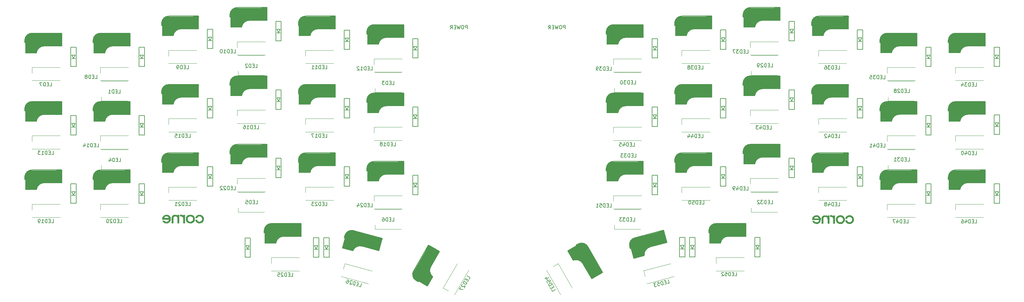
<source format=gbo>
G04 #@! TF.GenerationSoftware,KiCad,Pcbnew,8.0.5*
G04 #@! TF.CreationDate,2024-09-23T11:12:13+08:00*
G04 #@! TF.ProjectId,corne-cherry,636f726e-652d-4636-9865-7272792e6b69,3.0.1*
G04 #@! TF.SameCoordinates,Original*
G04 #@! TF.FileFunction,Legend,Bot*
G04 #@! TF.FilePolarity,Positive*
%FSLAX46Y46*%
G04 Gerber Fmt 4.6, Leading zero omitted, Abs format (unit mm)*
G04 Created by KiCad (PCBNEW 8.0.5) date 2024-09-23 11:12:13*
%MOMM*%
%LPD*%
G01*
G04 APERTURE LIST*
%ADD10C,0.150000*%
%ADD11C,0.300000*%
%ADD12C,0.500000*%
%ADD13C,0.800000*%
%ADD14C,3.000000*%
%ADD15C,3.500000*%
%ADD16C,1.000000*%
%ADD17C,0.400000*%
%ADD18C,0.120000*%
%ADD19C,0.010000*%
G04 APERTURE END LIST*
D10*
X21196547Y-43892319D02*
X21672737Y-43892319D01*
X21672737Y-43892319D02*
X21672737Y-42892319D01*
X20863213Y-43368509D02*
X20529880Y-43368509D01*
X20387023Y-43892319D02*
X20863213Y-43892319D01*
X20863213Y-43892319D02*
X20863213Y-42892319D01*
X20863213Y-42892319D02*
X20387023Y-42892319D01*
X19958451Y-43892319D02*
X19958451Y-42892319D01*
X19958451Y-42892319D02*
X19720356Y-42892319D01*
X19720356Y-42892319D02*
X19577499Y-42939938D01*
X19577499Y-42939938D02*
X19482261Y-43035176D01*
X19482261Y-43035176D02*
X19434642Y-43130414D01*
X19434642Y-43130414D02*
X19387023Y-43320890D01*
X19387023Y-43320890D02*
X19387023Y-43463747D01*
X19387023Y-43463747D02*
X19434642Y-43654223D01*
X19434642Y-43654223D02*
X19482261Y-43749461D01*
X19482261Y-43749461D02*
X19577499Y-43844700D01*
X19577499Y-43844700D02*
X19720356Y-43892319D01*
X19720356Y-43892319D02*
X19958451Y-43892319D01*
X19053689Y-42892319D02*
X18387023Y-42892319D01*
X18387023Y-42892319D02*
X18815594Y-43892319D01*
X33766547Y-41822319D02*
X34242737Y-41822319D01*
X34242737Y-41822319D02*
X34242737Y-40822319D01*
X33433213Y-41298509D02*
X33099880Y-41298509D01*
X32957023Y-41822319D02*
X33433213Y-41822319D01*
X33433213Y-41822319D02*
X33433213Y-40822319D01*
X33433213Y-40822319D02*
X32957023Y-40822319D01*
X32528451Y-41822319D02*
X32528451Y-40822319D01*
X32528451Y-40822319D02*
X32290356Y-40822319D01*
X32290356Y-40822319D02*
X32147499Y-40869938D01*
X32147499Y-40869938D02*
X32052261Y-40965176D01*
X32052261Y-40965176D02*
X32004642Y-41060414D01*
X32004642Y-41060414D02*
X31957023Y-41250890D01*
X31957023Y-41250890D02*
X31957023Y-41393747D01*
X31957023Y-41393747D02*
X32004642Y-41584223D01*
X32004642Y-41584223D02*
X32052261Y-41679461D01*
X32052261Y-41679461D02*
X32147499Y-41774700D01*
X32147499Y-41774700D02*
X32290356Y-41822319D01*
X32290356Y-41822319D02*
X32528451Y-41822319D01*
X31385594Y-41250890D02*
X31480832Y-41203271D01*
X31480832Y-41203271D02*
X31528451Y-41155652D01*
X31528451Y-41155652D02*
X31576070Y-41060414D01*
X31576070Y-41060414D02*
X31576070Y-41012795D01*
X31576070Y-41012795D02*
X31528451Y-40917557D01*
X31528451Y-40917557D02*
X31480832Y-40869938D01*
X31480832Y-40869938D02*
X31385594Y-40822319D01*
X31385594Y-40822319D02*
X31195118Y-40822319D01*
X31195118Y-40822319D02*
X31099880Y-40869938D01*
X31099880Y-40869938D02*
X31052261Y-40917557D01*
X31052261Y-40917557D02*
X31004642Y-41012795D01*
X31004642Y-41012795D02*
X31004642Y-41060414D01*
X31004642Y-41060414D02*
X31052261Y-41155652D01*
X31052261Y-41155652D02*
X31099880Y-41203271D01*
X31099880Y-41203271D02*
X31195118Y-41250890D01*
X31195118Y-41250890D02*
X31385594Y-41250890D01*
X31385594Y-41250890D02*
X31480832Y-41298509D01*
X31480832Y-41298509D02*
X31528451Y-41346128D01*
X31528451Y-41346128D02*
X31576070Y-41441366D01*
X31576070Y-41441366D02*
X31576070Y-41631842D01*
X31576070Y-41631842D02*
X31528451Y-41727080D01*
X31528451Y-41727080D02*
X31480832Y-41774700D01*
X31480832Y-41774700D02*
X31385594Y-41822319D01*
X31385594Y-41822319D02*
X31195118Y-41822319D01*
X31195118Y-41822319D02*
X31099880Y-41774700D01*
X31099880Y-41774700D02*
X31052261Y-41727080D01*
X31052261Y-41727080D02*
X31004642Y-41631842D01*
X31004642Y-41631842D02*
X31004642Y-41441366D01*
X31004642Y-41441366D02*
X31052261Y-41346128D01*
X31052261Y-41346128D02*
X31099880Y-41298509D01*
X31099880Y-41298509D02*
X31195118Y-41250890D01*
X59196547Y-39142319D02*
X59672737Y-39142319D01*
X59672737Y-39142319D02*
X59672737Y-38142319D01*
X58863213Y-38618509D02*
X58529880Y-38618509D01*
X58387023Y-39142319D02*
X58863213Y-39142319D01*
X58863213Y-39142319D02*
X58863213Y-38142319D01*
X58863213Y-38142319D02*
X58387023Y-38142319D01*
X57958451Y-39142319D02*
X57958451Y-38142319D01*
X57958451Y-38142319D02*
X57720356Y-38142319D01*
X57720356Y-38142319D02*
X57577499Y-38189938D01*
X57577499Y-38189938D02*
X57482261Y-38285176D01*
X57482261Y-38285176D02*
X57434642Y-38380414D01*
X57434642Y-38380414D02*
X57387023Y-38570890D01*
X57387023Y-38570890D02*
X57387023Y-38713747D01*
X57387023Y-38713747D02*
X57434642Y-38904223D01*
X57434642Y-38904223D02*
X57482261Y-38999461D01*
X57482261Y-38999461D02*
X57577499Y-39094700D01*
X57577499Y-39094700D02*
X57720356Y-39142319D01*
X57720356Y-39142319D02*
X57958451Y-39142319D01*
X56910832Y-39142319D02*
X56720356Y-39142319D01*
X56720356Y-39142319D02*
X56625118Y-39094700D01*
X56625118Y-39094700D02*
X56577499Y-39047080D01*
X56577499Y-39047080D02*
X56482261Y-38904223D01*
X56482261Y-38904223D02*
X56434642Y-38713747D01*
X56434642Y-38713747D02*
X56434642Y-38332795D01*
X56434642Y-38332795D02*
X56482261Y-38237557D01*
X56482261Y-38237557D02*
X56529880Y-38189938D01*
X56529880Y-38189938D02*
X56625118Y-38142319D01*
X56625118Y-38142319D02*
X56815594Y-38142319D01*
X56815594Y-38142319D02*
X56910832Y-38189938D01*
X56910832Y-38189938D02*
X56958451Y-38237557D01*
X56958451Y-38237557D02*
X57006070Y-38332795D01*
X57006070Y-38332795D02*
X57006070Y-38570890D01*
X57006070Y-38570890D02*
X56958451Y-38666128D01*
X56958451Y-38666128D02*
X56910832Y-38713747D01*
X56910832Y-38713747D02*
X56815594Y-38761366D01*
X56815594Y-38761366D02*
X56625118Y-38761366D01*
X56625118Y-38761366D02*
X56529880Y-38713747D01*
X56529880Y-38713747D02*
X56482261Y-38666128D01*
X56482261Y-38666128D02*
X56434642Y-38570890D01*
X72242738Y-34697319D02*
X72718928Y-34697319D01*
X72718928Y-34697319D02*
X72718928Y-33697319D01*
X71909404Y-34173509D02*
X71576071Y-34173509D01*
X71433214Y-34697319D02*
X71909404Y-34697319D01*
X71909404Y-34697319D02*
X71909404Y-33697319D01*
X71909404Y-33697319D02*
X71433214Y-33697319D01*
X71004642Y-34697319D02*
X71004642Y-33697319D01*
X71004642Y-33697319D02*
X70766547Y-33697319D01*
X70766547Y-33697319D02*
X70623690Y-33744938D01*
X70623690Y-33744938D02*
X70528452Y-33840176D01*
X70528452Y-33840176D02*
X70480833Y-33935414D01*
X70480833Y-33935414D02*
X70433214Y-34125890D01*
X70433214Y-34125890D02*
X70433214Y-34268747D01*
X70433214Y-34268747D02*
X70480833Y-34459223D01*
X70480833Y-34459223D02*
X70528452Y-34554461D01*
X70528452Y-34554461D02*
X70623690Y-34649700D01*
X70623690Y-34649700D02*
X70766547Y-34697319D01*
X70766547Y-34697319D02*
X71004642Y-34697319D01*
X69480833Y-34697319D02*
X70052261Y-34697319D01*
X69766547Y-34697319D02*
X69766547Y-33697319D01*
X69766547Y-33697319D02*
X69861785Y-33840176D01*
X69861785Y-33840176D02*
X69957023Y-33935414D01*
X69957023Y-33935414D02*
X70052261Y-33983033D01*
X68861785Y-33697319D02*
X68766547Y-33697319D01*
X68766547Y-33697319D02*
X68671309Y-33744938D01*
X68671309Y-33744938D02*
X68623690Y-33792557D01*
X68623690Y-33792557D02*
X68576071Y-33887795D01*
X68576071Y-33887795D02*
X68528452Y-34078271D01*
X68528452Y-34078271D02*
X68528452Y-34316366D01*
X68528452Y-34316366D02*
X68576071Y-34506842D01*
X68576071Y-34506842D02*
X68623690Y-34602080D01*
X68623690Y-34602080D02*
X68671309Y-34649700D01*
X68671309Y-34649700D02*
X68766547Y-34697319D01*
X68766547Y-34697319D02*
X68861785Y-34697319D01*
X68861785Y-34697319D02*
X68957023Y-34649700D01*
X68957023Y-34649700D02*
X69004642Y-34602080D01*
X69004642Y-34602080D02*
X69052261Y-34506842D01*
X69052261Y-34506842D02*
X69099880Y-34316366D01*
X69099880Y-34316366D02*
X69099880Y-34078271D01*
X69099880Y-34078271D02*
X69052261Y-33887795D01*
X69052261Y-33887795D02*
X69004642Y-33792557D01*
X69004642Y-33792557D02*
X68957023Y-33744938D01*
X68957023Y-33744938D02*
X68861785Y-33697319D01*
X97672738Y-39142319D02*
X98148928Y-39142319D01*
X98148928Y-39142319D02*
X98148928Y-38142319D01*
X97339404Y-38618509D02*
X97006071Y-38618509D01*
X96863214Y-39142319D02*
X97339404Y-39142319D01*
X97339404Y-39142319D02*
X97339404Y-38142319D01*
X97339404Y-38142319D02*
X96863214Y-38142319D01*
X96434642Y-39142319D02*
X96434642Y-38142319D01*
X96434642Y-38142319D02*
X96196547Y-38142319D01*
X96196547Y-38142319D02*
X96053690Y-38189938D01*
X96053690Y-38189938D02*
X95958452Y-38285176D01*
X95958452Y-38285176D02*
X95910833Y-38380414D01*
X95910833Y-38380414D02*
X95863214Y-38570890D01*
X95863214Y-38570890D02*
X95863214Y-38713747D01*
X95863214Y-38713747D02*
X95910833Y-38904223D01*
X95910833Y-38904223D02*
X95958452Y-38999461D01*
X95958452Y-38999461D02*
X96053690Y-39094700D01*
X96053690Y-39094700D02*
X96196547Y-39142319D01*
X96196547Y-39142319D02*
X96434642Y-39142319D01*
X94910833Y-39142319D02*
X95482261Y-39142319D01*
X95196547Y-39142319D02*
X95196547Y-38142319D01*
X95196547Y-38142319D02*
X95291785Y-38285176D01*
X95291785Y-38285176D02*
X95387023Y-38380414D01*
X95387023Y-38380414D02*
X95482261Y-38428033D01*
X93958452Y-39142319D02*
X94529880Y-39142319D01*
X94244166Y-39142319D02*
X94244166Y-38142319D01*
X94244166Y-38142319D02*
X94339404Y-38285176D01*
X94339404Y-38285176D02*
X94434642Y-38380414D01*
X94434642Y-38380414D02*
X94529880Y-38428033D01*
X110242738Y-39447319D02*
X110718928Y-39447319D01*
X110718928Y-39447319D02*
X110718928Y-38447319D01*
X109909404Y-38923509D02*
X109576071Y-38923509D01*
X109433214Y-39447319D02*
X109909404Y-39447319D01*
X109909404Y-39447319D02*
X109909404Y-38447319D01*
X109909404Y-38447319D02*
X109433214Y-38447319D01*
X109004642Y-39447319D02*
X109004642Y-38447319D01*
X109004642Y-38447319D02*
X108766547Y-38447319D01*
X108766547Y-38447319D02*
X108623690Y-38494938D01*
X108623690Y-38494938D02*
X108528452Y-38590176D01*
X108528452Y-38590176D02*
X108480833Y-38685414D01*
X108480833Y-38685414D02*
X108433214Y-38875890D01*
X108433214Y-38875890D02*
X108433214Y-39018747D01*
X108433214Y-39018747D02*
X108480833Y-39209223D01*
X108480833Y-39209223D02*
X108528452Y-39304461D01*
X108528452Y-39304461D02*
X108623690Y-39399700D01*
X108623690Y-39399700D02*
X108766547Y-39447319D01*
X108766547Y-39447319D02*
X109004642Y-39447319D01*
X107480833Y-39447319D02*
X108052261Y-39447319D01*
X107766547Y-39447319D02*
X107766547Y-38447319D01*
X107766547Y-38447319D02*
X107861785Y-38590176D01*
X107861785Y-38590176D02*
X107957023Y-38685414D01*
X107957023Y-38685414D02*
X108052261Y-38733033D01*
X107099880Y-38542557D02*
X107052261Y-38494938D01*
X107052261Y-38494938D02*
X106957023Y-38447319D01*
X106957023Y-38447319D02*
X106718928Y-38447319D01*
X106718928Y-38447319D02*
X106623690Y-38494938D01*
X106623690Y-38494938D02*
X106576071Y-38542557D01*
X106576071Y-38542557D02*
X106528452Y-38637795D01*
X106528452Y-38637795D02*
X106528452Y-38733033D01*
X106528452Y-38733033D02*
X106576071Y-38875890D01*
X106576071Y-38875890D02*
X107147499Y-39447319D01*
X107147499Y-39447319D02*
X106528452Y-39447319D01*
X21672738Y-62892319D02*
X22148928Y-62892319D01*
X22148928Y-62892319D02*
X22148928Y-61892319D01*
X21339404Y-62368509D02*
X21006071Y-62368509D01*
X20863214Y-62892319D02*
X21339404Y-62892319D01*
X21339404Y-62892319D02*
X21339404Y-61892319D01*
X21339404Y-61892319D02*
X20863214Y-61892319D01*
X20434642Y-62892319D02*
X20434642Y-61892319D01*
X20434642Y-61892319D02*
X20196547Y-61892319D01*
X20196547Y-61892319D02*
X20053690Y-61939938D01*
X20053690Y-61939938D02*
X19958452Y-62035176D01*
X19958452Y-62035176D02*
X19910833Y-62130414D01*
X19910833Y-62130414D02*
X19863214Y-62320890D01*
X19863214Y-62320890D02*
X19863214Y-62463747D01*
X19863214Y-62463747D02*
X19910833Y-62654223D01*
X19910833Y-62654223D02*
X19958452Y-62749461D01*
X19958452Y-62749461D02*
X20053690Y-62844700D01*
X20053690Y-62844700D02*
X20196547Y-62892319D01*
X20196547Y-62892319D02*
X20434642Y-62892319D01*
X18910833Y-62892319D02*
X19482261Y-62892319D01*
X19196547Y-62892319D02*
X19196547Y-61892319D01*
X19196547Y-61892319D02*
X19291785Y-62035176D01*
X19291785Y-62035176D02*
X19387023Y-62130414D01*
X19387023Y-62130414D02*
X19482261Y-62178033D01*
X18577499Y-61892319D02*
X17958452Y-61892319D01*
X17958452Y-61892319D02*
X18291785Y-62273271D01*
X18291785Y-62273271D02*
X18148928Y-62273271D01*
X18148928Y-62273271D02*
X18053690Y-62320890D01*
X18053690Y-62320890D02*
X18006071Y-62368509D01*
X18006071Y-62368509D02*
X17958452Y-62463747D01*
X17958452Y-62463747D02*
X17958452Y-62701842D01*
X17958452Y-62701842D02*
X18006071Y-62797080D01*
X18006071Y-62797080D02*
X18053690Y-62844700D01*
X18053690Y-62844700D02*
X18148928Y-62892319D01*
X18148928Y-62892319D02*
X18434642Y-62892319D01*
X18434642Y-62892319D02*
X18529880Y-62844700D01*
X18529880Y-62844700D02*
X18577499Y-62797080D01*
X34242738Y-60822319D02*
X34718928Y-60822319D01*
X34718928Y-60822319D02*
X34718928Y-59822319D01*
X33909404Y-60298509D02*
X33576071Y-60298509D01*
X33433214Y-60822319D02*
X33909404Y-60822319D01*
X33909404Y-60822319D02*
X33909404Y-59822319D01*
X33909404Y-59822319D02*
X33433214Y-59822319D01*
X33004642Y-60822319D02*
X33004642Y-59822319D01*
X33004642Y-59822319D02*
X32766547Y-59822319D01*
X32766547Y-59822319D02*
X32623690Y-59869938D01*
X32623690Y-59869938D02*
X32528452Y-59965176D01*
X32528452Y-59965176D02*
X32480833Y-60060414D01*
X32480833Y-60060414D02*
X32433214Y-60250890D01*
X32433214Y-60250890D02*
X32433214Y-60393747D01*
X32433214Y-60393747D02*
X32480833Y-60584223D01*
X32480833Y-60584223D02*
X32528452Y-60679461D01*
X32528452Y-60679461D02*
X32623690Y-60774700D01*
X32623690Y-60774700D02*
X32766547Y-60822319D01*
X32766547Y-60822319D02*
X33004642Y-60822319D01*
X31480833Y-60822319D02*
X32052261Y-60822319D01*
X31766547Y-60822319D02*
X31766547Y-59822319D01*
X31766547Y-59822319D02*
X31861785Y-59965176D01*
X31861785Y-59965176D02*
X31957023Y-60060414D01*
X31957023Y-60060414D02*
X32052261Y-60108033D01*
X30623690Y-60155652D02*
X30623690Y-60822319D01*
X30861785Y-59774700D02*
X31099880Y-60488985D01*
X31099880Y-60488985D02*
X30480833Y-60488985D01*
X59672738Y-58142319D02*
X60148928Y-58142319D01*
X60148928Y-58142319D02*
X60148928Y-57142319D01*
X59339404Y-57618509D02*
X59006071Y-57618509D01*
X58863214Y-58142319D02*
X59339404Y-58142319D01*
X59339404Y-58142319D02*
X59339404Y-57142319D01*
X59339404Y-57142319D02*
X58863214Y-57142319D01*
X58434642Y-58142319D02*
X58434642Y-57142319D01*
X58434642Y-57142319D02*
X58196547Y-57142319D01*
X58196547Y-57142319D02*
X58053690Y-57189938D01*
X58053690Y-57189938D02*
X57958452Y-57285176D01*
X57958452Y-57285176D02*
X57910833Y-57380414D01*
X57910833Y-57380414D02*
X57863214Y-57570890D01*
X57863214Y-57570890D02*
X57863214Y-57713747D01*
X57863214Y-57713747D02*
X57910833Y-57904223D01*
X57910833Y-57904223D02*
X57958452Y-57999461D01*
X57958452Y-57999461D02*
X58053690Y-58094700D01*
X58053690Y-58094700D02*
X58196547Y-58142319D01*
X58196547Y-58142319D02*
X58434642Y-58142319D01*
X56910833Y-58142319D02*
X57482261Y-58142319D01*
X57196547Y-58142319D02*
X57196547Y-57142319D01*
X57196547Y-57142319D02*
X57291785Y-57285176D01*
X57291785Y-57285176D02*
X57387023Y-57380414D01*
X57387023Y-57380414D02*
X57482261Y-57428033D01*
X56006071Y-57142319D02*
X56482261Y-57142319D01*
X56482261Y-57142319D02*
X56529880Y-57618509D01*
X56529880Y-57618509D02*
X56482261Y-57570890D01*
X56482261Y-57570890D02*
X56387023Y-57523271D01*
X56387023Y-57523271D02*
X56148928Y-57523271D01*
X56148928Y-57523271D02*
X56053690Y-57570890D01*
X56053690Y-57570890D02*
X56006071Y-57618509D01*
X56006071Y-57618509D02*
X55958452Y-57713747D01*
X55958452Y-57713747D02*
X55958452Y-57951842D01*
X55958452Y-57951842D02*
X56006071Y-58047080D01*
X56006071Y-58047080D02*
X56053690Y-58094700D01*
X56053690Y-58094700D02*
X56148928Y-58142319D01*
X56148928Y-58142319D02*
X56387023Y-58142319D01*
X56387023Y-58142319D02*
X56482261Y-58094700D01*
X56482261Y-58094700D02*
X56529880Y-58047080D01*
X78672738Y-55767319D02*
X79148928Y-55767319D01*
X79148928Y-55767319D02*
X79148928Y-54767319D01*
X78339404Y-55243509D02*
X78006071Y-55243509D01*
X77863214Y-55767319D02*
X78339404Y-55767319D01*
X78339404Y-55767319D02*
X78339404Y-54767319D01*
X78339404Y-54767319D02*
X77863214Y-54767319D01*
X77434642Y-55767319D02*
X77434642Y-54767319D01*
X77434642Y-54767319D02*
X77196547Y-54767319D01*
X77196547Y-54767319D02*
X77053690Y-54814938D01*
X77053690Y-54814938D02*
X76958452Y-54910176D01*
X76958452Y-54910176D02*
X76910833Y-55005414D01*
X76910833Y-55005414D02*
X76863214Y-55195890D01*
X76863214Y-55195890D02*
X76863214Y-55338747D01*
X76863214Y-55338747D02*
X76910833Y-55529223D01*
X76910833Y-55529223D02*
X76958452Y-55624461D01*
X76958452Y-55624461D02*
X77053690Y-55719700D01*
X77053690Y-55719700D02*
X77196547Y-55767319D01*
X77196547Y-55767319D02*
X77434642Y-55767319D01*
X75910833Y-55767319D02*
X76482261Y-55767319D01*
X76196547Y-55767319D02*
X76196547Y-54767319D01*
X76196547Y-54767319D02*
X76291785Y-54910176D01*
X76291785Y-54910176D02*
X76387023Y-55005414D01*
X76387023Y-55005414D02*
X76482261Y-55053033D01*
X75053690Y-54767319D02*
X75244166Y-54767319D01*
X75244166Y-54767319D02*
X75339404Y-54814938D01*
X75339404Y-54814938D02*
X75387023Y-54862557D01*
X75387023Y-54862557D02*
X75482261Y-55005414D01*
X75482261Y-55005414D02*
X75529880Y-55195890D01*
X75529880Y-55195890D02*
X75529880Y-55576842D01*
X75529880Y-55576842D02*
X75482261Y-55672080D01*
X75482261Y-55672080D02*
X75434642Y-55719700D01*
X75434642Y-55719700D02*
X75339404Y-55767319D01*
X75339404Y-55767319D02*
X75148928Y-55767319D01*
X75148928Y-55767319D02*
X75053690Y-55719700D01*
X75053690Y-55719700D02*
X75006071Y-55672080D01*
X75006071Y-55672080D02*
X74958452Y-55576842D01*
X74958452Y-55576842D02*
X74958452Y-55338747D01*
X74958452Y-55338747D02*
X75006071Y-55243509D01*
X75006071Y-55243509D02*
X75053690Y-55195890D01*
X75053690Y-55195890D02*
X75148928Y-55148271D01*
X75148928Y-55148271D02*
X75339404Y-55148271D01*
X75339404Y-55148271D02*
X75434642Y-55195890D01*
X75434642Y-55195890D02*
X75482261Y-55243509D01*
X75482261Y-55243509D02*
X75529880Y-55338747D01*
X97672738Y-58142319D02*
X98148928Y-58142319D01*
X98148928Y-58142319D02*
X98148928Y-57142319D01*
X97339404Y-57618509D02*
X97006071Y-57618509D01*
X96863214Y-58142319D02*
X97339404Y-58142319D01*
X97339404Y-58142319D02*
X97339404Y-57142319D01*
X97339404Y-57142319D02*
X96863214Y-57142319D01*
X96434642Y-58142319D02*
X96434642Y-57142319D01*
X96434642Y-57142319D02*
X96196547Y-57142319D01*
X96196547Y-57142319D02*
X96053690Y-57189938D01*
X96053690Y-57189938D02*
X95958452Y-57285176D01*
X95958452Y-57285176D02*
X95910833Y-57380414D01*
X95910833Y-57380414D02*
X95863214Y-57570890D01*
X95863214Y-57570890D02*
X95863214Y-57713747D01*
X95863214Y-57713747D02*
X95910833Y-57904223D01*
X95910833Y-57904223D02*
X95958452Y-57999461D01*
X95958452Y-57999461D02*
X96053690Y-58094700D01*
X96053690Y-58094700D02*
X96196547Y-58142319D01*
X96196547Y-58142319D02*
X96434642Y-58142319D01*
X94910833Y-58142319D02*
X95482261Y-58142319D01*
X95196547Y-58142319D02*
X95196547Y-57142319D01*
X95196547Y-57142319D02*
X95291785Y-57285176D01*
X95291785Y-57285176D02*
X95387023Y-57380414D01*
X95387023Y-57380414D02*
X95482261Y-57428033D01*
X94577499Y-57142319D02*
X93910833Y-57142319D01*
X93910833Y-57142319D02*
X94339404Y-58142319D01*
X116672738Y-60517319D02*
X117148928Y-60517319D01*
X117148928Y-60517319D02*
X117148928Y-59517319D01*
X116339404Y-59993509D02*
X116006071Y-59993509D01*
X115863214Y-60517319D02*
X116339404Y-60517319D01*
X116339404Y-60517319D02*
X116339404Y-59517319D01*
X116339404Y-59517319D02*
X115863214Y-59517319D01*
X115434642Y-60517319D02*
X115434642Y-59517319D01*
X115434642Y-59517319D02*
X115196547Y-59517319D01*
X115196547Y-59517319D02*
X115053690Y-59564938D01*
X115053690Y-59564938D02*
X114958452Y-59660176D01*
X114958452Y-59660176D02*
X114910833Y-59755414D01*
X114910833Y-59755414D02*
X114863214Y-59945890D01*
X114863214Y-59945890D02*
X114863214Y-60088747D01*
X114863214Y-60088747D02*
X114910833Y-60279223D01*
X114910833Y-60279223D02*
X114958452Y-60374461D01*
X114958452Y-60374461D02*
X115053690Y-60469700D01*
X115053690Y-60469700D02*
X115196547Y-60517319D01*
X115196547Y-60517319D02*
X115434642Y-60517319D01*
X113910833Y-60517319D02*
X114482261Y-60517319D01*
X114196547Y-60517319D02*
X114196547Y-59517319D01*
X114196547Y-59517319D02*
X114291785Y-59660176D01*
X114291785Y-59660176D02*
X114387023Y-59755414D01*
X114387023Y-59755414D02*
X114482261Y-59803033D01*
X113339404Y-59945890D02*
X113434642Y-59898271D01*
X113434642Y-59898271D02*
X113482261Y-59850652D01*
X113482261Y-59850652D02*
X113529880Y-59755414D01*
X113529880Y-59755414D02*
X113529880Y-59707795D01*
X113529880Y-59707795D02*
X113482261Y-59612557D01*
X113482261Y-59612557D02*
X113434642Y-59564938D01*
X113434642Y-59564938D02*
X113339404Y-59517319D01*
X113339404Y-59517319D02*
X113148928Y-59517319D01*
X113148928Y-59517319D02*
X113053690Y-59564938D01*
X113053690Y-59564938D02*
X113006071Y-59612557D01*
X113006071Y-59612557D02*
X112958452Y-59707795D01*
X112958452Y-59707795D02*
X112958452Y-59755414D01*
X112958452Y-59755414D02*
X113006071Y-59850652D01*
X113006071Y-59850652D02*
X113053690Y-59898271D01*
X113053690Y-59898271D02*
X113148928Y-59945890D01*
X113148928Y-59945890D02*
X113339404Y-59945890D01*
X113339404Y-59945890D02*
X113434642Y-59993509D01*
X113434642Y-59993509D02*
X113482261Y-60041128D01*
X113482261Y-60041128D02*
X113529880Y-60136366D01*
X113529880Y-60136366D02*
X113529880Y-60326842D01*
X113529880Y-60326842D02*
X113482261Y-60422080D01*
X113482261Y-60422080D02*
X113434642Y-60469700D01*
X113434642Y-60469700D02*
X113339404Y-60517319D01*
X113339404Y-60517319D02*
X113148928Y-60517319D01*
X113148928Y-60517319D02*
X113053690Y-60469700D01*
X113053690Y-60469700D02*
X113006071Y-60422080D01*
X113006071Y-60422080D02*
X112958452Y-60326842D01*
X112958452Y-60326842D02*
X112958452Y-60136366D01*
X112958452Y-60136366D02*
X113006071Y-60041128D01*
X113006071Y-60041128D02*
X113053690Y-59993509D01*
X113053690Y-59993509D02*
X113148928Y-59945890D01*
X21672738Y-81892319D02*
X22148928Y-81892319D01*
X22148928Y-81892319D02*
X22148928Y-80892319D01*
X21339404Y-81368509D02*
X21006071Y-81368509D01*
X20863214Y-81892319D02*
X21339404Y-81892319D01*
X21339404Y-81892319D02*
X21339404Y-80892319D01*
X21339404Y-80892319D02*
X20863214Y-80892319D01*
X20434642Y-81892319D02*
X20434642Y-80892319D01*
X20434642Y-80892319D02*
X20196547Y-80892319D01*
X20196547Y-80892319D02*
X20053690Y-80939938D01*
X20053690Y-80939938D02*
X19958452Y-81035176D01*
X19958452Y-81035176D02*
X19910833Y-81130414D01*
X19910833Y-81130414D02*
X19863214Y-81320890D01*
X19863214Y-81320890D02*
X19863214Y-81463747D01*
X19863214Y-81463747D02*
X19910833Y-81654223D01*
X19910833Y-81654223D02*
X19958452Y-81749461D01*
X19958452Y-81749461D02*
X20053690Y-81844700D01*
X20053690Y-81844700D02*
X20196547Y-81892319D01*
X20196547Y-81892319D02*
X20434642Y-81892319D01*
X18910833Y-81892319D02*
X19482261Y-81892319D01*
X19196547Y-81892319D02*
X19196547Y-80892319D01*
X19196547Y-80892319D02*
X19291785Y-81035176D01*
X19291785Y-81035176D02*
X19387023Y-81130414D01*
X19387023Y-81130414D02*
X19482261Y-81178033D01*
X18434642Y-81892319D02*
X18244166Y-81892319D01*
X18244166Y-81892319D02*
X18148928Y-81844700D01*
X18148928Y-81844700D02*
X18101309Y-81797080D01*
X18101309Y-81797080D02*
X18006071Y-81654223D01*
X18006071Y-81654223D02*
X17958452Y-81463747D01*
X17958452Y-81463747D02*
X17958452Y-81082795D01*
X17958452Y-81082795D02*
X18006071Y-80987557D01*
X18006071Y-80987557D02*
X18053690Y-80939938D01*
X18053690Y-80939938D02*
X18148928Y-80892319D01*
X18148928Y-80892319D02*
X18339404Y-80892319D01*
X18339404Y-80892319D02*
X18434642Y-80939938D01*
X18434642Y-80939938D02*
X18482261Y-80987557D01*
X18482261Y-80987557D02*
X18529880Y-81082795D01*
X18529880Y-81082795D02*
X18529880Y-81320890D01*
X18529880Y-81320890D02*
X18482261Y-81416128D01*
X18482261Y-81416128D02*
X18434642Y-81463747D01*
X18434642Y-81463747D02*
X18339404Y-81511366D01*
X18339404Y-81511366D02*
X18148928Y-81511366D01*
X18148928Y-81511366D02*
X18053690Y-81463747D01*
X18053690Y-81463747D02*
X18006071Y-81416128D01*
X18006071Y-81416128D02*
X17958452Y-81320890D01*
X40672738Y-81892319D02*
X41148928Y-81892319D01*
X41148928Y-81892319D02*
X41148928Y-80892319D01*
X40339404Y-81368509D02*
X40006071Y-81368509D01*
X39863214Y-81892319D02*
X40339404Y-81892319D01*
X40339404Y-81892319D02*
X40339404Y-80892319D01*
X40339404Y-80892319D02*
X39863214Y-80892319D01*
X39434642Y-81892319D02*
X39434642Y-80892319D01*
X39434642Y-80892319D02*
X39196547Y-80892319D01*
X39196547Y-80892319D02*
X39053690Y-80939938D01*
X39053690Y-80939938D02*
X38958452Y-81035176D01*
X38958452Y-81035176D02*
X38910833Y-81130414D01*
X38910833Y-81130414D02*
X38863214Y-81320890D01*
X38863214Y-81320890D02*
X38863214Y-81463747D01*
X38863214Y-81463747D02*
X38910833Y-81654223D01*
X38910833Y-81654223D02*
X38958452Y-81749461D01*
X38958452Y-81749461D02*
X39053690Y-81844700D01*
X39053690Y-81844700D02*
X39196547Y-81892319D01*
X39196547Y-81892319D02*
X39434642Y-81892319D01*
X38482261Y-80987557D02*
X38434642Y-80939938D01*
X38434642Y-80939938D02*
X38339404Y-80892319D01*
X38339404Y-80892319D02*
X38101309Y-80892319D01*
X38101309Y-80892319D02*
X38006071Y-80939938D01*
X38006071Y-80939938D02*
X37958452Y-80987557D01*
X37958452Y-80987557D02*
X37910833Y-81082795D01*
X37910833Y-81082795D02*
X37910833Y-81178033D01*
X37910833Y-81178033D02*
X37958452Y-81320890D01*
X37958452Y-81320890D02*
X38529880Y-81892319D01*
X38529880Y-81892319D02*
X37910833Y-81892319D01*
X37291785Y-80892319D02*
X37196547Y-80892319D01*
X37196547Y-80892319D02*
X37101309Y-80939938D01*
X37101309Y-80939938D02*
X37053690Y-80987557D01*
X37053690Y-80987557D02*
X37006071Y-81082795D01*
X37006071Y-81082795D02*
X36958452Y-81273271D01*
X36958452Y-81273271D02*
X36958452Y-81511366D01*
X36958452Y-81511366D02*
X37006071Y-81701842D01*
X37006071Y-81701842D02*
X37053690Y-81797080D01*
X37053690Y-81797080D02*
X37101309Y-81844700D01*
X37101309Y-81844700D02*
X37196547Y-81892319D01*
X37196547Y-81892319D02*
X37291785Y-81892319D01*
X37291785Y-81892319D02*
X37387023Y-81844700D01*
X37387023Y-81844700D02*
X37434642Y-81797080D01*
X37434642Y-81797080D02*
X37482261Y-81701842D01*
X37482261Y-81701842D02*
X37529880Y-81511366D01*
X37529880Y-81511366D02*
X37529880Y-81273271D01*
X37529880Y-81273271D02*
X37482261Y-81082795D01*
X37482261Y-81082795D02*
X37434642Y-80987557D01*
X37434642Y-80987557D02*
X37387023Y-80939938D01*
X37387023Y-80939938D02*
X37291785Y-80892319D01*
X59672738Y-77142319D02*
X60148928Y-77142319D01*
X60148928Y-77142319D02*
X60148928Y-76142319D01*
X59339404Y-76618509D02*
X59006071Y-76618509D01*
X58863214Y-77142319D02*
X59339404Y-77142319D01*
X59339404Y-77142319D02*
X59339404Y-76142319D01*
X59339404Y-76142319D02*
X58863214Y-76142319D01*
X58434642Y-77142319D02*
X58434642Y-76142319D01*
X58434642Y-76142319D02*
X58196547Y-76142319D01*
X58196547Y-76142319D02*
X58053690Y-76189938D01*
X58053690Y-76189938D02*
X57958452Y-76285176D01*
X57958452Y-76285176D02*
X57910833Y-76380414D01*
X57910833Y-76380414D02*
X57863214Y-76570890D01*
X57863214Y-76570890D02*
X57863214Y-76713747D01*
X57863214Y-76713747D02*
X57910833Y-76904223D01*
X57910833Y-76904223D02*
X57958452Y-76999461D01*
X57958452Y-76999461D02*
X58053690Y-77094700D01*
X58053690Y-77094700D02*
X58196547Y-77142319D01*
X58196547Y-77142319D02*
X58434642Y-77142319D01*
X57482261Y-76237557D02*
X57434642Y-76189938D01*
X57434642Y-76189938D02*
X57339404Y-76142319D01*
X57339404Y-76142319D02*
X57101309Y-76142319D01*
X57101309Y-76142319D02*
X57006071Y-76189938D01*
X57006071Y-76189938D02*
X56958452Y-76237557D01*
X56958452Y-76237557D02*
X56910833Y-76332795D01*
X56910833Y-76332795D02*
X56910833Y-76428033D01*
X56910833Y-76428033D02*
X56958452Y-76570890D01*
X56958452Y-76570890D02*
X57529880Y-77142319D01*
X57529880Y-77142319D02*
X56910833Y-77142319D01*
X55958452Y-77142319D02*
X56529880Y-77142319D01*
X56244166Y-77142319D02*
X56244166Y-76142319D01*
X56244166Y-76142319D02*
X56339404Y-76285176D01*
X56339404Y-76285176D02*
X56434642Y-76380414D01*
X56434642Y-76380414D02*
X56529880Y-76428033D01*
X72242738Y-72697319D02*
X72718928Y-72697319D01*
X72718928Y-72697319D02*
X72718928Y-71697319D01*
X71909404Y-72173509D02*
X71576071Y-72173509D01*
X71433214Y-72697319D02*
X71909404Y-72697319D01*
X71909404Y-72697319D02*
X71909404Y-71697319D01*
X71909404Y-71697319D02*
X71433214Y-71697319D01*
X71004642Y-72697319D02*
X71004642Y-71697319D01*
X71004642Y-71697319D02*
X70766547Y-71697319D01*
X70766547Y-71697319D02*
X70623690Y-71744938D01*
X70623690Y-71744938D02*
X70528452Y-71840176D01*
X70528452Y-71840176D02*
X70480833Y-71935414D01*
X70480833Y-71935414D02*
X70433214Y-72125890D01*
X70433214Y-72125890D02*
X70433214Y-72268747D01*
X70433214Y-72268747D02*
X70480833Y-72459223D01*
X70480833Y-72459223D02*
X70528452Y-72554461D01*
X70528452Y-72554461D02*
X70623690Y-72649700D01*
X70623690Y-72649700D02*
X70766547Y-72697319D01*
X70766547Y-72697319D02*
X71004642Y-72697319D01*
X70052261Y-71792557D02*
X70004642Y-71744938D01*
X70004642Y-71744938D02*
X69909404Y-71697319D01*
X69909404Y-71697319D02*
X69671309Y-71697319D01*
X69671309Y-71697319D02*
X69576071Y-71744938D01*
X69576071Y-71744938D02*
X69528452Y-71792557D01*
X69528452Y-71792557D02*
X69480833Y-71887795D01*
X69480833Y-71887795D02*
X69480833Y-71983033D01*
X69480833Y-71983033D02*
X69528452Y-72125890D01*
X69528452Y-72125890D02*
X70099880Y-72697319D01*
X70099880Y-72697319D02*
X69480833Y-72697319D01*
X69099880Y-71792557D02*
X69052261Y-71744938D01*
X69052261Y-71744938D02*
X68957023Y-71697319D01*
X68957023Y-71697319D02*
X68718928Y-71697319D01*
X68718928Y-71697319D02*
X68623690Y-71744938D01*
X68623690Y-71744938D02*
X68576071Y-71792557D01*
X68576071Y-71792557D02*
X68528452Y-71887795D01*
X68528452Y-71887795D02*
X68528452Y-71983033D01*
X68528452Y-71983033D02*
X68576071Y-72125890D01*
X68576071Y-72125890D02*
X69147499Y-72697319D01*
X69147499Y-72697319D02*
X68528452Y-72697319D01*
X110242738Y-77447319D02*
X110718928Y-77447319D01*
X110718928Y-77447319D02*
X110718928Y-76447319D01*
X109909404Y-76923509D02*
X109576071Y-76923509D01*
X109433214Y-77447319D02*
X109909404Y-77447319D01*
X109909404Y-77447319D02*
X109909404Y-76447319D01*
X109909404Y-76447319D02*
X109433214Y-76447319D01*
X109004642Y-77447319D02*
X109004642Y-76447319D01*
X109004642Y-76447319D02*
X108766547Y-76447319D01*
X108766547Y-76447319D02*
X108623690Y-76494938D01*
X108623690Y-76494938D02*
X108528452Y-76590176D01*
X108528452Y-76590176D02*
X108480833Y-76685414D01*
X108480833Y-76685414D02*
X108433214Y-76875890D01*
X108433214Y-76875890D02*
X108433214Y-77018747D01*
X108433214Y-77018747D02*
X108480833Y-77209223D01*
X108480833Y-77209223D02*
X108528452Y-77304461D01*
X108528452Y-77304461D02*
X108623690Y-77399700D01*
X108623690Y-77399700D02*
X108766547Y-77447319D01*
X108766547Y-77447319D02*
X109004642Y-77447319D01*
X108052261Y-76542557D02*
X108004642Y-76494938D01*
X108004642Y-76494938D02*
X107909404Y-76447319D01*
X107909404Y-76447319D02*
X107671309Y-76447319D01*
X107671309Y-76447319D02*
X107576071Y-76494938D01*
X107576071Y-76494938D02*
X107528452Y-76542557D01*
X107528452Y-76542557D02*
X107480833Y-76637795D01*
X107480833Y-76637795D02*
X107480833Y-76733033D01*
X107480833Y-76733033D02*
X107528452Y-76875890D01*
X107528452Y-76875890D02*
X108099880Y-77447319D01*
X108099880Y-77447319D02*
X107480833Y-77447319D01*
X106623690Y-76780652D02*
X106623690Y-77447319D01*
X106861785Y-76399700D02*
X107099880Y-77113985D01*
X107099880Y-77113985D02*
X106480833Y-77113985D01*
X137674003Y-97563392D02*
X137912099Y-97150999D01*
X137912099Y-97150999D02*
X137046073Y-96650999D01*
X137053704Y-97590163D02*
X136887038Y-97878838D01*
X137269241Y-98264460D02*
X137507337Y-97852067D01*
X137507337Y-97852067D02*
X136641311Y-97352067D01*
X136641311Y-97352067D02*
X136403216Y-97764460D01*
X137054956Y-98635614D02*
X136188930Y-98135614D01*
X136188930Y-98135614D02*
X136069883Y-98341811D01*
X136069883Y-98341811D02*
X136039693Y-98489338D01*
X136039693Y-98489338D02*
X136074553Y-98619436D01*
X136074553Y-98619436D02*
X136133222Y-98708294D01*
X136133222Y-98708294D02*
X136274370Y-98844772D01*
X136274370Y-98844772D02*
X136398088Y-98916200D01*
X136398088Y-98916200D02*
X136586854Y-98970199D01*
X136586854Y-98970199D02*
X136693143Y-98976579D01*
X136693143Y-98976579D02*
X136823240Y-98941719D01*
X136823240Y-98941719D02*
X136935908Y-98841811D01*
X136935908Y-98841811D02*
X137054956Y-98635614D01*
X135795218Y-99008019D02*
X135730170Y-99025449D01*
X135730170Y-99025449D02*
X135641311Y-99084118D01*
X135641311Y-99084118D02*
X135522264Y-99290315D01*
X135522264Y-99290315D02*
X135515884Y-99396603D01*
X135515884Y-99396603D02*
X135533314Y-99461652D01*
X135533314Y-99461652D02*
X135591983Y-99550510D01*
X135591983Y-99550510D02*
X135674461Y-99598129D01*
X135674461Y-99598129D02*
X135821989Y-99628318D01*
X135821989Y-99628318D02*
X136602575Y-99419161D01*
X136602575Y-99419161D02*
X136293051Y-99955272D01*
X135260359Y-99743947D02*
X134927026Y-100321298D01*
X134927026Y-100321298D02*
X136007337Y-100450144D01*
X40236547Y-45869819D02*
X40712737Y-45869819D01*
X40712737Y-45869819D02*
X40712737Y-44869819D01*
X39903213Y-45346009D02*
X39569880Y-45346009D01*
X39427023Y-45869819D02*
X39903213Y-45869819D01*
X39903213Y-45869819D02*
X39903213Y-44869819D01*
X39903213Y-44869819D02*
X39427023Y-44869819D01*
X38998451Y-45869819D02*
X38998451Y-44869819D01*
X38998451Y-44869819D02*
X38760356Y-44869819D01*
X38760356Y-44869819D02*
X38617499Y-44917438D01*
X38617499Y-44917438D02*
X38522261Y-45012676D01*
X38522261Y-45012676D02*
X38474642Y-45107914D01*
X38474642Y-45107914D02*
X38427023Y-45298390D01*
X38427023Y-45298390D02*
X38427023Y-45441247D01*
X38427023Y-45441247D02*
X38474642Y-45631723D01*
X38474642Y-45631723D02*
X38522261Y-45726961D01*
X38522261Y-45726961D02*
X38617499Y-45822200D01*
X38617499Y-45822200D02*
X38760356Y-45869819D01*
X38760356Y-45869819D02*
X38998451Y-45869819D01*
X37474642Y-45869819D02*
X38046070Y-45869819D01*
X37760356Y-45869819D02*
X37760356Y-44869819D01*
X37760356Y-44869819D02*
X37855594Y-45012676D01*
X37855594Y-45012676D02*
X37950832Y-45107914D01*
X37950832Y-45107914D02*
X38046070Y-45155533D01*
X78286547Y-38749819D02*
X78762737Y-38749819D01*
X78762737Y-38749819D02*
X78762737Y-37749819D01*
X77953213Y-38226009D02*
X77619880Y-38226009D01*
X77477023Y-38749819D02*
X77953213Y-38749819D01*
X77953213Y-38749819D02*
X77953213Y-37749819D01*
X77953213Y-37749819D02*
X77477023Y-37749819D01*
X77048451Y-38749819D02*
X77048451Y-37749819D01*
X77048451Y-37749819D02*
X76810356Y-37749819D01*
X76810356Y-37749819D02*
X76667499Y-37797438D01*
X76667499Y-37797438D02*
X76572261Y-37892676D01*
X76572261Y-37892676D02*
X76524642Y-37987914D01*
X76524642Y-37987914D02*
X76477023Y-38178390D01*
X76477023Y-38178390D02*
X76477023Y-38321247D01*
X76477023Y-38321247D02*
X76524642Y-38511723D01*
X76524642Y-38511723D02*
X76572261Y-38606961D01*
X76572261Y-38606961D02*
X76667499Y-38702200D01*
X76667499Y-38702200D02*
X76810356Y-38749819D01*
X76810356Y-38749819D02*
X77048451Y-38749819D01*
X76096070Y-37845057D02*
X76048451Y-37797438D01*
X76048451Y-37797438D02*
X75953213Y-37749819D01*
X75953213Y-37749819D02*
X75715118Y-37749819D01*
X75715118Y-37749819D02*
X75619880Y-37797438D01*
X75619880Y-37797438D02*
X75572261Y-37845057D01*
X75572261Y-37845057D02*
X75524642Y-37940295D01*
X75524642Y-37940295D02*
X75524642Y-38035533D01*
X75524642Y-38035533D02*
X75572261Y-38178390D01*
X75572261Y-38178390D02*
X76143689Y-38749819D01*
X76143689Y-38749819D02*
X75524642Y-38749819D01*
X116306547Y-43499819D02*
X116782737Y-43499819D01*
X116782737Y-43499819D02*
X116782737Y-42499819D01*
X115973213Y-42976009D02*
X115639880Y-42976009D01*
X115497023Y-43499819D02*
X115973213Y-43499819D01*
X115973213Y-43499819D02*
X115973213Y-42499819D01*
X115973213Y-42499819D02*
X115497023Y-42499819D01*
X115068451Y-43499819D02*
X115068451Y-42499819D01*
X115068451Y-42499819D02*
X114830356Y-42499819D01*
X114830356Y-42499819D02*
X114687499Y-42547438D01*
X114687499Y-42547438D02*
X114592261Y-42642676D01*
X114592261Y-42642676D02*
X114544642Y-42737914D01*
X114544642Y-42737914D02*
X114497023Y-42928390D01*
X114497023Y-42928390D02*
X114497023Y-43071247D01*
X114497023Y-43071247D02*
X114544642Y-43261723D01*
X114544642Y-43261723D02*
X114592261Y-43356961D01*
X114592261Y-43356961D02*
X114687499Y-43452200D01*
X114687499Y-43452200D02*
X114830356Y-43499819D01*
X114830356Y-43499819D02*
X115068451Y-43499819D01*
X114163689Y-42499819D02*
X113544642Y-42499819D01*
X113544642Y-42499819D02*
X113877975Y-42880771D01*
X113877975Y-42880771D02*
X113735118Y-42880771D01*
X113735118Y-42880771D02*
X113639880Y-42928390D01*
X113639880Y-42928390D02*
X113592261Y-42976009D01*
X113592261Y-42976009D02*
X113544642Y-43071247D01*
X113544642Y-43071247D02*
X113544642Y-43309342D01*
X113544642Y-43309342D02*
X113592261Y-43404580D01*
X113592261Y-43404580D02*
X113639880Y-43452200D01*
X113639880Y-43452200D02*
X113735118Y-43499819D01*
X113735118Y-43499819D02*
X114020832Y-43499819D01*
X114020832Y-43499819D02*
X114116070Y-43452200D01*
X114116070Y-43452200D02*
X114163689Y-43404580D01*
X78356547Y-76629819D02*
X78832737Y-76629819D01*
X78832737Y-76629819D02*
X78832737Y-75629819D01*
X78023213Y-76106009D02*
X77689880Y-76106009D01*
X77547023Y-76629819D02*
X78023213Y-76629819D01*
X78023213Y-76629819D02*
X78023213Y-75629819D01*
X78023213Y-75629819D02*
X77547023Y-75629819D01*
X77118451Y-76629819D02*
X77118451Y-75629819D01*
X77118451Y-75629819D02*
X76880356Y-75629819D01*
X76880356Y-75629819D02*
X76737499Y-75677438D01*
X76737499Y-75677438D02*
X76642261Y-75772676D01*
X76642261Y-75772676D02*
X76594642Y-75867914D01*
X76594642Y-75867914D02*
X76547023Y-76058390D01*
X76547023Y-76058390D02*
X76547023Y-76201247D01*
X76547023Y-76201247D02*
X76594642Y-76391723D01*
X76594642Y-76391723D02*
X76642261Y-76486961D01*
X76642261Y-76486961D02*
X76737499Y-76582200D01*
X76737499Y-76582200D02*
X76880356Y-76629819D01*
X76880356Y-76629819D02*
X77118451Y-76629819D01*
X75642261Y-75629819D02*
X76118451Y-75629819D01*
X76118451Y-75629819D02*
X76166070Y-76106009D01*
X76166070Y-76106009D02*
X76118451Y-76058390D01*
X76118451Y-76058390D02*
X76023213Y-76010771D01*
X76023213Y-76010771D02*
X75785118Y-76010771D01*
X75785118Y-76010771D02*
X75689880Y-76058390D01*
X75689880Y-76058390D02*
X75642261Y-76106009D01*
X75642261Y-76106009D02*
X75594642Y-76201247D01*
X75594642Y-76201247D02*
X75594642Y-76439342D01*
X75594642Y-76439342D02*
X75642261Y-76534580D01*
X75642261Y-76534580D02*
X75689880Y-76582200D01*
X75689880Y-76582200D02*
X75785118Y-76629819D01*
X75785118Y-76629819D02*
X76023213Y-76629819D01*
X76023213Y-76629819D02*
X76118451Y-76582200D01*
X76118451Y-76582200D02*
X76166070Y-76534580D01*
X116276547Y-81439819D02*
X116752737Y-81439819D01*
X116752737Y-81439819D02*
X116752737Y-80439819D01*
X115943213Y-80916009D02*
X115609880Y-80916009D01*
X115467023Y-81439819D02*
X115943213Y-81439819D01*
X115943213Y-81439819D02*
X115943213Y-80439819D01*
X115943213Y-80439819D02*
X115467023Y-80439819D01*
X115038451Y-81439819D02*
X115038451Y-80439819D01*
X115038451Y-80439819D02*
X114800356Y-80439819D01*
X114800356Y-80439819D02*
X114657499Y-80487438D01*
X114657499Y-80487438D02*
X114562261Y-80582676D01*
X114562261Y-80582676D02*
X114514642Y-80677914D01*
X114514642Y-80677914D02*
X114467023Y-80868390D01*
X114467023Y-80868390D02*
X114467023Y-81011247D01*
X114467023Y-81011247D02*
X114514642Y-81201723D01*
X114514642Y-81201723D02*
X114562261Y-81296961D01*
X114562261Y-81296961D02*
X114657499Y-81392200D01*
X114657499Y-81392200D02*
X114800356Y-81439819D01*
X114800356Y-81439819D02*
X115038451Y-81439819D01*
X113609880Y-80439819D02*
X113800356Y-80439819D01*
X113800356Y-80439819D02*
X113895594Y-80487438D01*
X113895594Y-80487438D02*
X113943213Y-80535057D01*
X113943213Y-80535057D02*
X114038451Y-80677914D01*
X114038451Y-80677914D02*
X114086070Y-80868390D01*
X114086070Y-80868390D02*
X114086070Y-81249342D01*
X114086070Y-81249342D02*
X114038451Y-81344580D01*
X114038451Y-81344580D02*
X113990832Y-81392200D01*
X113990832Y-81392200D02*
X113895594Y-81439819D01*
X113895594Y-81439819D02*
X113705118Y-81439819D01*
X113705118Y-81439819D02*
X113609880Y-81392200D01*
X113609880Y-81392200D02*
X113562261Y-81344580D01*
X113562261Y-81344580D02*
X113514642Y-81249342D01*
X113514642Y-81249342D02*
X113514642Y-81011247D01*
X113514642Y-81011247D02*
X113562261Y-80916009D01*
X113562261Y-80916009D02*
X113609880Y-80868390D01*
X113609880Y-80868390D02*
X113705118Y-80820771D01*
X113705118Y-80820771D02*
X113895594Y-80820771D01*
X113895594Y-80820771D02*
X113990832Y-80868390D01*
X113990832Y-80868390D02*
X114038451Y-80916009D01*
X114038451Y-80916009D02*
X114086070Y-81011247D01*
X259402738Y-45744819D02*
X259878928Y-45744819D01*
X259878928Y-45744819D02*
X259878928Y-44744819D01*
X259069404Y-45221009D02*
X258736071Y-45221009D01*
X258593214Y-45744819D02*
X259069404Y-45744819D01*
X259069404Y-45744819D02*
X259069404Y-44744819D01*
X259069404Y-44744819D02*
X258593214Y-44744819D01*
X258164642Y-45744819D02*
X258164642Y-44744819D01*
X258164642Y-44744819D02*
X257926547Y-44744819D01*
X257926547Y-44744819D02*
X257783690Y-44792438D01*
X257783690Y-44792438D02*
X257688452Y-44887676D01*
X257688452Y-44887676D02*
X257640833Y-44982914D01*
X257640833Y-44982914D02*
X257593214Y-45173390D01*
X257593214Y-45173390D02*
X257593214Y-45316247D01*
X257593214Y-45316247D02*
X257640833Y-45506723D01*
X257640833Y-45506723D02*
X257688452Y-45601961D01*
X257688452Y-45601961D02*
X257783690Y-45697200D01*
X257783690Y-45697200D02*
X257926547Y-45744819D01*
X257926547Y-45744819D02*
X258164642Y-45744819D01*
X257212261Y-44840057D02*
X257164642Y-44792438D01*
X257164642Y-44792438D02*
X257069404Y-44744819D01*
X257069404Y-44744819D02*
X256831309Y-44744819D01*
X256831309Y-44744819D02*
X256736071Y-44792438D01*
X256736071Y-44792438D02*
X256688452Y-44840057D01*
X256688452Y-44840057D02*
X256640833Y-44935295D01*
X256640833Y-44935295D02*
X256640833Y-45030533D01*
X256640833Y-45030533D02*
X256688452Y-45173390D01*
X256688452Y-45173390D02*
X257259880Y-45744819D01*
X257259880Y-45744819D02*
X256640833Y-45744819D01*
X256069404Y-45173390D02*
X256164642Y-45125771D01*
X256164642Y-45125771D02*
X256212261Y-45078152D01*
X256212261Y-45078152D02*
X256259880Y-44982914D01*
X256259880Y-44982914D02*
X256259880Y-44935295D01*
X256259880Y-44935295D02*
X256212261Y-44840057D01*
X256212261Y-44840057D02*
X256164642Y-44792438D01*
X256164642Y-44792438D02*
X256069404Y-44744819D01*
X256069404Y-44744819D02*
X255878928Y-44744819D01*
X255878928Y-44744819D02*
X255783690Y-44792438D01*
X255783690Y-44792438D02*
X255736071Y-44840057D01*
X255736071Y-44840057D02*
X255688452Y-44935295D01*
X255688452Y-44935295D02*
X255688452Y-44982914D01*
X255688452Y-44982914D02*
X255736071Y-45078152D01*
X255736071Y-45078152D02*
X255783690Y-45125771D01*
X255783690Y-45125771D02*
X255878928Y-45173390D01*
X255878928Y-45173390D02*
X256069404Y-45173390D01*
X256069404Y-45173390D02*
X256164642Y-45221009D01*
X256164642Y-45221009D02*
X256212261Y-45268628D01*
X256212261Y-45268628D02*
X256259880Y-45363866D01*
X256259880Y-45363866D02*
X256259880Y-45554342D01*
X256259880Y-45554342D02*
X256212261Y-45649580D01*
X256212261Y-45649580D02*
X256164642Y-45697200D01*
X256164642Y-45697200D02*
X256069404Y-45744819D01*
X256069404Y-45744819D02*
X255878928Y-45744819D01*
X255878928Y-45744819D02*
X255783690Y-45697200D01*
X255783690Y-45697200D02*
X255736071Y-45649580D01*
X255736071Y-45649580D02*
X255688452Y-45554342D01*
X255688452Y-45554342D02*
X255688452Y-45363866D01*
X255688452Y-45363866D02*
X255736071Y-45268628D01*
X255736071Y-45268628D02*
X255783690Y-45221009D01*
X255783690Y-45221009D02*
X255878928Y-45173390D01*
X221402738Y-38619819D02*
X221878928Y-38619819D01*
X221878928Y-38619819D02*
X221878928Y-37619819D01*
X221069404Y-38096009D02*
X220736071Y-38096009D01*
X220593214Y-38619819D02*
X221069404Y-38619819D01*
X221069404Y-38619819D02*
X221069404Y-37619819D01*
X221069404Y-37619819D02*
X220593214Y-37619819D01*
X220164642Y-38619819D02*
X220164642Y-37619819D01*
X220164642Y-37619819D02*
X219926547Y-37619819D01*
X219926547Y-37619819D02*
X219783690Y-37667438D01*
X219783690Y-37667438D02*
X219688452Y-37762676D01*
X219688452Y-37762676D02*
X219640833Y-37857914D01*
X219640833Y-37857914D02*
X219593214Y-38048390D01*
X219593214Y-38048390D02*
X219593214Y-38191247D01*
X219593214Y-38191247D02*
X219640833Y-38381723D01*
X219640833Y-38381723D02*
X219688452Y-38476961D01*
X219688452Y-38476961D02*
X219783690Y-38572200D01*
X219783690Y-38572200D02*
X219926547Y-38619819D01*
X219926547Y-38619819D02*
X220164642Y-38619819D01*
X219212261Y-37715057D02*
X219164642Y-37667438D01*
X219164642Y-37667438D02*
X219069404Y-37619819D01*
X219069404Y-37619819D02*
X218831309Y-37619819D01*
X218831309Y-37619819D02*
X218736071Y-37667438D01*
X218736071Y-37667438D02*
X218688452Y-37715057D01*
X218688452Y-37715057D02*
X218640833Y-37810295D01*
X218640833Y-37810295D02*
X218640833Y-37905533D01*
X218640833Y-37905533D02*
X218688452Y-38048390D01*
X218688452Y-38048390D02*
X219259880Y-38619819D01*
X219259880Y-38619819D02*
X218640833Y-38619819D01*
X218164642Y-38619819D02*
X217974166Y-38619819D01*
X217974166Y-38619819D02*
X217878928Y-38572200D01*
X217878928Y-38572200D02*
X217831309Y-38524580D01*
X217831309Y-38524580D02*
X217736071Y-38381723D01*
X217736071Y-38381723D02*
X217688452Y-38191247D01*
X217688452Y-38191247D02*
X217688452Y-37810295D01*
X217688452Y-37810295D02*
X217736071Y-37715057D01*
X217736071Y-37715057D02*
X217783690Y-37667438D01*
X217783690Y-37667438D02*
X217878928Y-37619819D01*
X217878928Y-37619819D02*
X218069404Y-37619819D01*
X218069404Y-37619819D02*
X218164642Y-37667438D01*
X218164642Y-37667438D02*
X218212261Y-37715057D01*
X218212261Y-37715057D02*
X218259880Y-37810295D01*
X218259880Y-37810295D02*
X218259880Y-38048390D01*
X218259880Y-38048390D02*
X218212261Y-38143628D01*
X218212261Y-38143628D02*
X218164642Y-38191247D01*
X218164642Y-38191247D02*
X218069404Y-38238866D01*
X218069404Y-38238866D02*
X217878928Y-38238866D01*
X217878928Y-38238866D02*
X217783690Y-38191247D01*
X217783690Y-38191247D02*
X217736071Y-38143628D01*
X217736071Y-38143628D02*
X217688452Y-38048390D01*
X183402738Y-43369819D02*
X183878928Y-43369819D01*
X183878928Y-43369819D02*
X183878928Y-42369819D01*
X183069404Y-42846009D02*
X182736071Y-42846009D01*
X182593214Y-43369819D02*
X183069404Y-43369819D01*
X183069404Y-43369819D02*
X183069404Y-42369819D01*
X183069404Y-42369819D02*
X182593214Y-42369819D01*
X182164642Y-43369819D02*
X182164642Y-42369819D01*
X182164642Y-42369819D02*
X181926547Y-42369819D01*
X181926547Y-42369819D02*
X181783690Y-42417438D01*
X181783690Y-42417438D02*
X181688452Y-42512676D01*
X181688452Y-42512676D02*
X181640833Y-42607914D01*
X181640833Y-42607914D02*
X181593214Y-42798390D01*
X181593214Y-42798390D02*
X181593214Y-42941247D01*
X181593214Y-42941247D02*
X181640833Y-43131723D01*
X181640833Y-43131723D02*
X181688452Y-43226961D01*
X181688452Y-43226961D02*
X181783690Y-43322200D01*
X181783690Y-43322200D02*
X181926547Y-43369819D01*
X181926547Y-43369819D02*
X182164642Y-43369819D01*
X181259880Y-42369819D02*
X180640833Y-42369819D01*
X180640833Y-42369819D02*
X180974166Y-42750771D01*
X180974166Y-42750771D02*
X180831309Y-42750771D01*
X180831309Y-42750771D02*
X180736071Y-42798390D01*
X180736071Y-42798390D02*
X180688452Y-42846009D01*
X180688452Y-42846009D02*
X180640833Y-42941247D01*
X180640833Y-42941247D02*
X180640833Y-43179342D01*
X180640833Y-43179342D02*
X180688452Y-43274580D01*
X180688452Y-43274580D02*
X180736071Y-43322200D01*
X180736071Y-43322200D02*
X180831309Y-43369819D01*
X180831309Y-43369819D02*
X181117023Y-43369819D01*
X181117023Y-43369819D02*
X181212261Y-43322200D01*
X181212261Y-43322200D02*
X181259880Y-43274580D01*
X180021785Y-42369819D02*
X179926547Y-42369819D01*
X179926547Y-42369819D02*
X179831309Y-42417438D01*
X179831309Y-42417438D02*
X179783690Y-42465057D01*
X179783690Y-42465057D02*
X179736071Y-42560295D01*
X179736071Y-42560295D02*
X179688452Y-42750771D01*
X179688452Y-42750771D02*
X179688452Y-42988866D01*
X179688452Y-42988866D02*
X179736071Y-43179342D01*
X179736071Y-43179342D02*
X179783690Y-43274580D01*
X179783690Y-43274580D02*
X179831309Y-43322200D01*
X179831309Y-43322200D02*
X179926547Y-43369819D01*
X179926547Y-43369819D02*
X180021785Y-43369819D01*
X180021785Y-43369819D02*
X180117023Y-43322200D01*
X180117023Y-43322200D02*
X180164642Y-43274580D01*
X180164642Y-43274580D02*
X180212261Y-43179342D01*
X180212261Y-43179342D02*
X180259880Y-42988866D01*
X180259880Y-42988866D02*
X180259880Y-42750771D01*
X180259880Y-42750771D02*
X180212261Y-42560295D01*
X180212261Y-42560295D02*
X180164642Y-42465057D01*
X180164642Y-42465057D02*
X180117023Y-42417438D01*
X180117023Y-42417438D02*
X180021785Y-42369819D01*
X259402738Y-64744819D02*
X259878928Y-64744819D01*
X259878928Y-64744819D02*
X259878928Y-63744819D01*
X259069404Y-64221009D02*
X258736071Y-64221009D01*
X258593214Y-64744819D02*
X259069404Y-64744819D01*
X259069404Y-64744819D02*
X259069404Y-63744819D01*
X259069404Y-63744819D02*
X258593214Y-63744819D01*
X258164642Y-64744819D02*
X258164642Y-63744819D01*
X258164642Y-63744819D02*
X257926547Y-63744819D01*
X257926547Y-63744819D02*
X257783690Y-63792438D01*
X257783690Y-63792438D02*
X257688452Y-63887676D01*
X257688452Y-63887676D02*
X257640833Y-63982914D01*
X257640833Y-63982914D02*
X257593214Y-64173390D01*
X257593214Y-64173390D02*
X257593214Y-64316247D01*
X257593214Y-64316247D02*
X257640833Y-64506723D01*
X257640833Y-64506723D02*
X257688452Y-64601961D01*
X257688452Y-64601961D02*
X257783690Y-64697200D01*
X257783690Y-64697200D02*
X257926547Y-64744819D01*
X257926547Y-64744819D02*
X258164642Y-64744819D01*
X257259880Y-63744819D02*
X256640833Y-63744819D01*
X256640833Y-63744819D02*
X256974166Y-64125771D01*
X256974166Y-64125771D02*
X256831309Y-64125771D01*
X256831309Y-64125771D02*
X256736071Y-64173390D01*
X256736071Y-64173390D02*
X256688452Y-64221009D01*
X256688452Y-64221009D02*
X256640833Y-64316247D01*
X256640833Y-64316247D02*
X256640833Y-64554342D01*
X256640833Y-64554342D02*
X256688452Y-64649580D01*
X256688452Y-64649580D02*
X256736071Y-64697200D01*
X256736071Y-64697200D02*
X256831309Y-64744819D01*
X256831309Y-64744819D02*
X257117023Y-64744819D01*
X257117023Y-64744819D02*
X257212261Y-64697200D01*
X257212261Y-64697200D02*
X257259880Y-64649580D01*
X255688452Y-64744819D02*
X256259880Y-64744819D01*
X255974166Y-64744819D02*
X255974166Y-63744819D01*
X255974166Y-63744819D02*
X256069404Y-63887676D01*
X256069404Y-63887676D02*
X256164642Y-63982914D01*
X256164642Y-63982914D02*
X256259880Y-64030533D01*
X221402738Y-76619819D02*
X221878928Y-76619819D01*
X221878928Y-76619819D02*
X221878928Y-75619819D01*
X221069404Y-76096009D02*
X220736071Y-76096009D01*
X220593214Y-76619819D02*
X221069404Y-76619819D01*
X221069404Y-76619819D02*
X221069404Y-75619819D01*
X221069404Y-75619819D02*
X220593214Y-75619819D01*
X220164642Y-76619819D02*
X220164642Y-75619819D01*
X220164642Y-75619819D02*
X219926547Y-75619819D01*
X219926547Y-75619819D02*
X219783690Y-75667438D01*
X219783690Y-75667438D02*
X219688452Y-75762676D01*
X219688452Y-75762676D02*
X219640833Y-75857914D01*
X219640833Y-75857914D02*
X219593214Y-76048390D01*
X219593214Y-76048390D02*
X219593214Y-76191247D01*
X219593214Y-76191247D02*
X219640833Y-76381723D01*
X219640833Y-76381723D02*
X219688452Y-76476961D01*
X219688452Y-76476961D02*
X219783690Y-76572200D01*
X219783690Y-76572200D02*
X219926547Y-76619819D01*
X219926547Y-76619819D02*
X220164642Y-76619819D01*
X219259880Y-75619819D02*
X218640833Y-75619819D01*
X218640833Y-75619819D02*
X218974166Y-76000771D01*
X218974166Y-76000771D02*
X218831309Y-76000771D01*
X218831309Y-76000771D02*
X218736071Y-76048390D01*
X218736071Y-76048390D02*
X218688452Y-76096009D01*
X218688452Y-76096009D02*
X218640833Y-76191247D01*
X218640833Y-76191247D02*
X218640833Y-76429342D01*
X218640833Y-76429342D02*
X218688452Y-76524580D01*
X218688452Y-76524580D02*
X218736071Y-76572200D01*
X218736071Y-76572200D02*
X218831309Y-76619819D01*
X218831309Y-76619819D02*
X219117023Y-76619819D01*
X219117023Y-76619819D02*
X219212261Y-76572200D01*
X219212261Y-76572200D02*
X219259880Y-76524580D01*
X218259880Y-75715057D02*
X218212261Y-75667438D01*
X218212261Y-75667438D02*
X218117023Y-75619819D01*
X218117023Y-75619819D02*
X217878928Y-75619819D01*
X217878928Y-75619819D02*
X217783690Y-75667438D01*
X217783690Y-75667438D02*
X217736071Y-75715057D01*
X217736071Y-75715057D02*
X217688452Y-75810295D01*
X217688452Y-75810295D02*
X217688452Y-75905533D01*
X217688452Y-75905533D02*
X217736071Y-76048390D01*
X217736071Y-76048390D02*
X218307499Y-76619819D01*
X218307499Y-76619819D02*
X217688452Y-76619819D01*
X183522738Y-63672319D02*
X183998928Y-63672319D01*
X183998928Y-63672319D02*
X183998928Y-62672319D01*
X183189404Y-63148509D02*
X182856071Y-63148509D01*
X182713214Y-63672319D02*
X183189404Y-63672319D01*
X183189404Y-63672319D02*
X183189404Y-62672319D01*
X183189404Y-62672319D02*
X182713214Y-62672319D01*
X182284642Y-63672319D02*
X182284642Y-62672319D01*
X182284642Y-62672319D02*
X182046547Y-62672319D01*
X182046547Y-62672319D02*
X181903690Y-62719938D01*
X181903690Y-62719938D02*
X181808452Y-62815176D01*
X181808452Y-62815176D02*
X181760833Y-62910414D01*
X181760833Y-62910414D02*
X181713214Y-63100890D01*
X181713214Y-63100890D02*
X181713214Y-63243747D01*
X181713214Y-63243747D02*
X181760833Y-63434223D01*
X181760833Y-63434223D02*
X181808452Y-63529461D01*
X181808452Y-63529461D02*
X181903690Y-63624700D01*
X181903690Y-63624700D02*
X182046547Y-63672319D01*
X182046547Y-63672319D02*
X182284642Y-63672319D01*
X181379880Y-62672319D02*
X180760833Y-62672319D01*
X180760833Y-62672319D02*
X181094166Y-63053271D01*
X181094166Y-63053271D02*
X180951309Y-63053271D01*
X180951309Y-63053271D02*
X180856071Y-63100890D01*
X180856071Y-63100890D02*
X180808452Y-63148509D01*
X180808452Y-63148509D02*
X180760833Y-63243747D01*
X180760833Y-63243747D02*
X180760833Y-63481842D01*
X180760833Y-63481842D02*
X180808452Y-63577080D01*
X180808452Y-63577080D02*
X180856071Y-63624700D01*
X180856071Y-63624700D02*
X180951309Y-63672319D01*
X180951309Y-63672319D02*
X181237023Y-63672319D01*
X181237023Y-63672319D02*
X181332261Y-63624700D01*
X181332261Y-63624700D02*
X181379880Y-63577080D01*
X180427499Y-62672319D02*
X179808452Y-62672319D01*
X179808452Y-62672319D02*
X180141785Y-63053271D01*
X180141785Y-63053271D02*
X179998928Y-63053271D01*
X179998928Y-63053271D02*
X179903690Y-63100890D01*
X179903690Y-63100890D02*
X179856071Y-63148509D01*
X179856071Y-63148509D02*
X179808452Y-63243747D01*
X179808452Y-63243747D02*
X179808452Y-63481842D01*
X179808452Y-63481842D02*
X179856071Y-63577080D01*
X179856071Y-63577080D02*
X179903690Y-63624700D01*
X179903690Y-63624700D02*
X179998928Y-63672319D01*
X179998928Y-63672319D02*
X180284642Y-63672319D01*
X180284642Y-63672319D02*
X180379880Y-63624700D01*
X180379880Y-63624700D02*
X180427499Y-63577080D01*
X183162738Y-81434819D02*
X183638928Y-81434819D01*
X183638928Y-81434819D02*
X183638928Y-80434819D01*
X182829404Y-80911009D02*
X182496071Y-80911009D01*
X182353214Y-81434819D02*
X182829404Y-81434819D01*
X182829404Y-81434819D02*
X182829404Y-80434819D01*
X182829404Y-80434819D02*
X182353214Y-80434819D01*
X181924642Y-81434819D02*
X181924642Y-80434819D01*
X181924642Y-80434819D02*
X181686547Y-80434819D01*
X181686547Y-80434819D02*
X181543690Y-80482438D01*
X181543690Y-80482438D02*
X181448452Y-80577676D01*
X181448452Y-80577676D02*
X181400833Y-80672914D01*
X181400833Y-80672914D02*
X181353214Y-80863390D01*
X181353214Y-80863390D02*
X181353214Y-81006247D01*
X181353214Y-81006247D02*
X181400833Y-81196723D01*
X181400833Y-81196723D02*
X181448452Y-81291961D01*
X181448452Y-81291961D02*
X181543690Y-81387200D01*
X181543690Y-81387200D02*
X181686547Y-81434819D01*
X181686547Y-81434819D02*
X181924642Y-81434819D01*
X181019880Y-80434819D02*
X180400833Y-80434819D01*
X180400833Y-80434819D02*
X180734166Y-80815771D01*
X180734166Y-80815771D02*
X180591309Y-80815771D01*
X180591309Y-80815771D02*
X180496071Y-80863390D01*
X180496071Y-80863390D02*
X180448452Y-80911009D01*
X180448452Y-80911009D02*
X180400833Y-81006247D01*
X180400833Y-81006247D02*
X180400833Y-81244342D01*
X180400833Y-81244342D02*
X180448452Y-81339580D01*
X180448452Y-81339580D02*
X180496071Y-81387200D01*
X180496071Y-81387200D02*
X180591309Y-81434819D01*
X180591309Y-81434819D02*
X180877023Y-81434819D01*
X180877023Y-81434819D02*
X180972261Y-81387200D01*
X180972261Y-81387200D02*
X181019880Y-81339580D01*
X180067499Y-80434819D02*
X179448452Y-80434819D01*
X179448452Y-80434819D02*
X179781785Y-80815771D01*
X179781785Y-80815771D02*
X179638928Y-80815771D01*
X179638928Y-80815771D02*
X179543690Y-80863390D01*
X179543690Y-80863390D02*
X179496071Y-80911009D01*
X179496071Y-80911009D02*
X179448452Y-81006247D01*
X179448452Y-81006247D02*
X179448452Y-81244342D01*
X179448452Y-81244342D02*
X179496071Y-81339580D01*
X179496071Y-81339580D02*
X179543690Y-81387200D01*
X179543690Y-81387200D02*
X179638928Y-81434819D01*
X179638928Y-81434819D02*
X179924642Y-81434819D01*
X179924642Y-81434819D02*
X180019880Y-81387200D01*
X180019880Y-81387200D02*
X180067499Y-81339580D01*
X221082738Y-55847319D02*
X221558928Y-55847319D01*
X221558928Y-55847319D02*
X221558928Y-54847319D01*
X220749404Y-55323509D02*
X220416071Y-55323509D01*
X220273214Y-55847319D02*
X220749404Y-55847319D01*
X220749404Y-55847319D02*
X220749404Y-54847319D01*
X220749404Y-54847319D02*
X220273214Y-54847319D01*
X219844642Y-55847319D02*
X219844642Y-54847319D01*
X219844642Y-54847319D02*
X219606547Y-54847319D01*
X219606547Y-54847319D02*
X219463690Y-54894938D01*
X219463690Y-54894938D02*
X219368452Y-54990176D01*
X219368452Y-54990176D02*
X219320833Y-55085414D01*
X219320833Y-55085414D02*
X219273214Y-55275890D01*
X219273214Y-55275890D02*
X219273214Y-55418747D01*
X219273214Y-55418747D02*
X219320833Y-55609223D01*
X219320833Y-55609223D02*
X219368452Y-55704461D01*
X219368452Y-55704461D02*
X219463690Y-55799700D01*
X219463690Y-55799700D02*
X219606547Y-55847319D01*
X219606547Y-55847319D02*
X219844642Y-55847319D01*
X218416071Y-55180652D02*
X218416071Y-55847319D01*
X218654166Y-54799700D02*
X218892261Y-55513985D01*
X218892261Y-55513985D02*
X218273214Y-55513985D01*
X217987499Y-54847319D02*
X217368452Y-54847319D01*
X217368452Y-54847319D02*
X217701785Y-55228271D01*
X217701785Y-55228271D02*
X217558928Y-55228271D01*
X217558928Y-55228271D02*
X217463690Y-55275890D01*
X217463690Y-55275890D02*
X217416071Y-55323509D01*
X217416071Y-55323509D02*
X217368452Y-55418747D01*
X217368452Y-55418747D02*
X217368452Y-55656842D01*
X217368452Y-55656842D02*
X217416071Y-55752080D01*
X217416071Y-55752080D02*
X217463690Y-55799700D01*
X217463690Y-55799700D02*
X217558928Y-55847319D01*
X217558928Y-55847319D02*
X217844642Y-55847319D01*
X217844642Y-55847319D02*
X217939880Y-55799700D01*
X217939880Y-55799700D02*
X217987499Y-55752080D01*
X202082738Y-58222319D02*
X202558928Y-58222319D01*
X202558928Y-58222319D02*
X202558928Y-57222319D01*
X201749404Y-57698509D02*
X201416071Y-57698509D01*
X201273214Y-58222319D02*
X201749404Y-58222319D01*
X201749404Y-58222319D02*
X201749404Y-57222319D01*
X201749404Y-57222319D02*
X201273214Y-57222319D01*
X200844642Y-58222319D02*
X200844642Y-57222319D01*
X200844642Y-57222319D02*
X200606547Y-57222319D01*
X200606547Y-57222319D02*
X200463690Y-57269938D01*
X200463690Y-57269938D02*
X200368452Y-57365176D01*
X200368452Y-57365176D02*
X200320833Y-57460414D01*
X200320833Y-57460414D02*
X200273214Y-57650890D01*
X200273214Y-57650890D02*
X200273214Y-57793747D01*
X200273214Y-57793747D02*
X200320833Y-57984223D01*
X200320833Y-57984223D02*
X200368452Y-58079461D01*
X200368452Y-58079461D02*
X200463690Y-58174700D01*
X200463690Y-58174700D02*
X200606547Y-58222319D01*
X200606547Y-58222319D02*
X200844642Y-58222319D01*
X199416071Y-57555652D02*
X199416071Y-58222319D01*
X199654166Y-57174700D02*
X199892261Y-57888985D01*
X199892261Y-57888985D02*
X199273214Y-57888985D01*
X198463690Y-57555652D02*
X198463690Y-58222319D01*
X198701785Y-57174700D02*
X198939880Y-57888985D01*
X198939880Y-57888985D02*
X198320833Y-57888985D01*
X183082738Y-60597319D02*
X183558928Y-60597319D01*
X183558928Y-60597319D02*
X183558928Y-59597319D01*
X182749404Y-60073509D02*
X182416071Y-60073509D01*
X182273214Y-60597319D02*
X182749404Y-60597319D01*
X182749404Y-60597319D02*
X182749404Y-59597319D01*
X182749404Y-59597319D02*
X182273214Y-59597319D01*
X181844642Y-60597319D02*
X181844642Y-59597319D01*
X181844642Y-59597319D02*
X181606547Y-59597319D01*
X181606547Y-59597319D02*
X181463690Y-59644938D01*
X181463690Y-59644938D02*
X181368452Y-59740176D01*
X181368452Y-59740176D02*
X181320833Y-59835414D01*
X181320833Y-59835414D02*
X181273214Y-60025890D01*
X181273214Y-60025890D02*
X181273214Y-60168747D01*
X181273214Y-60168747D02*
X181320833Y-60359223D01*
X181320833Y-60359223D02*
X181368452Y-60454461D01*
X181368452Y-60454461D02*
X181463690Y-60549700D01*
X181463690Y-60549700D02*
X181606547Y-60597319D01*
X181606547Y-60597319D02*
X181844642Y-60597319D01*
X180416071Y-59930652D02*
X180416071Y-60597319D01*
X180654166Y-59549700D02*
X180892261Y-60263985D01*
X180892261Y-60263985D02*
X180273214Y-60263985D01*
X179416071Y-59597319D02*
X179892261Y-59597319D01*
X179892261Y-59597319D02*
X179939880Y-60073509D01*
X179939880Y-60073509D02*
X179892261Y-60025890D01*
X179892261Y-60025890D02*
X179797023Y-59978271D01*
X179797023Y-59978271D02*
X179558928Y-59978271D01*
X179558928Y-59978271D02*
X179463690Y-60025890D01*
X179463690Y-60025890D02*
X179416071Y-60073509D01*
X179416071Y-60073509D02*
X179368452Y-60168747D01*
X179368452Y-60168747D02*
X179368452Y-60406842D01*
X179368452Y-60406842D02*
X179416071Y-60502080D01*
X179416071Y-60502080D02*
X179463690Y-60549700D01*
X179463690Y-60549700D02*
X179558928Y-60597319D01*
X179558928Y-60597319D02*
X179797023Y-60597319D01*
X179797023Y-60597319D02*
X179892261Y-60549700D01*
X179892261Y-60549700D02*
X179939880Y-60502080D01*
X278082738Y-81972319D02*
X278558928Y-81972319D01*
X278558928Y-81972319D02*
X278558928Y-80972319D01*
X277749404Y-81448509D02*
X277416071Y-81448509D01*
X277273214Y-81972319D02*
X277749404Y-81972319D01*
X277749404Y-81972319D02*
X277749404Y-80972319D01*
X277749404Y-80972319D02*
X277273214Y-80972319D01*
X276844642Y-81972319D02*
X276844642Y-80972319D01*
X276844642Y-80972319D02*
X276606547Y-80972319D01*
X276606547Y-80972319D02*
X276463690Y-81019938D01*
X276463690Y-81019938D02*
X276368452Y-81115176D01*
X276368452Y-81115176D02*
X276320833Y-81210414D01*
X276320833Y-81210414D02*
X276273214Y-81400890D01*
X276273214Y-81400890D02*
X276273214Y-81543747D01*
X276273214Y-81543747D02*
X276320833Y-81734223D01*
X276320833Y-81734223D02*
X276368452Y-81829461D01*
X276368452Y-81829461D02*
X276463690Y-81924700D01*
X276463690Y-81924700D02*
X276606547Y-81972319D01*
X276606547Y-81972319D02*
X276844642Y-81972319D01*
X275416071Y-81305652D02*
X275416071Y-81972319D01*
X275654166Y-80924700D02*
X275892261Y-81638985D01*
X275892261Y-81638985D02*
X275273214Y-81638985D01*
X274463690Y-80972319D02*
X274654166Y-80972319D01*
X274654166Y-80972319D02*
X274749404Y-81019938D01*
X274749404Y-81019938D02*
X274797023Y-81067557D01*
X274797023Y-81067557D02*
X274892261Y-81210414D01*
X274892261Y-81210414D02*
X274939880Y-81400890D01*
X274939880Y-81400890D02*
X274939880Y-81781842D01*
X274939880Y-81781842D02*
X274892261Y-81877080D01*
X274892261Y-81877080D02*
X274844642Y-81924700D01*
X274844642Y-81924700D02*
X274749404Y-81972319D01*
X274749404Y-81972319D02*
X274558928Y-81972319D01*
X274558928Y-81972319D02*
X274463690Y-81924700D01*
X274463690Y-81924700D02*
X274416071Y-81877080D01*
X274416071Y-81877080D02*
X274368452Y-81781842D01*
X274368452Y-81781842D02*
X274368452Y-81543747D01*
X274368452Y-81543747D02*
X274416071Y-81448509D01*
X274416071Y-81448509D02*
X274463690Y-81400890D01*
X274463690Y-81400890D02*
X274558928Y-81353271D01*
X274558928Y-81353271D02*
X274749404Y-81353271D01*
X274749404Y-81353271D02*
X274844642Y-81400890D01*
X274844642Y-81400890D02*
X274892261Y-81448509D01*
X274892261Y-81448509D02*
X274939880Y-81543747D01*
X259082738Y-81972319D02*
X259558928Y-81972319D01*
X259558928Y-81972319D02*
X259558928Y-80972319D01*
X258749404Y-81448509D02*
X258416071Y-81448509D01*
X258273214Y-81972319D02*
X258749404Y-81972319D01*
X258749404Y-81972319D02*
X258749404Y-80972319D01*
X258749404Y-80972319D02*
X258273214Y-80972319D01*
X257844642Y-81972319D02*
X257844642Y-80972319D01*
X257844642Y-80972319D02*
X257606547Y-80972319D01*
X257606547Y-80972319D02*
X257463690Y-81019938D01*
X257463690Y-81019938D02*
X257368452Y-81115176D01*
X257368452Y-81115176D02*
X257320833Y-81210414D01*
X257320833Y-81210414D02*
X257273214Y-81400890D01*
X257273214Y-81400890D02*
X257273214Y-81543747D01*
X257273214Y-81543747D02*
X257320833Y-81734223D01*
X257320833Y-81734223D02*
X257368452Y-81829461D01*
X257368452Y-81829461D02*
X257463690Y-81924700D01*
X257463690Y-81924700D02*
X257606547Y-81972319D01*
X257606547Y-81972319D02*
X257844642Y-81972319D01*
X256416071Y-81305652D02*
X256416071Y-81972319D01*
X256654166Y-80924700D02*
X256892261Y-81638985D01*
X256892261Y-81638985D02*
X256273214Y-81638985D01*
X255987499Y-80972319D02*
X255320833Y-80972319D01*
X255320833Y-80972319D02*
X255749404Y-81972319D01*
X240082738Y-77222319D02*
X240558928Y-77222319D01*
X240558928Y-77222319D02*
X240558928Y-76222319D01*
X239749404Y-76698509D02*
X239416071Y-76698509D01*
X239273214Y-77222319D02*
X239749404Y-77222319D01*
X239749404Y-77222319D02*
X239749404Y-76222319D01*
X239749404Y-76222319D02*
X239273214Y-76222319D01*
X238844642Y-77222319D02*
X238844642Y-76222319D01*
X238844642Y-76222319D02*
X238606547Y-76222319D01*
X238606547Y-76222319D02*
X238463690Y-76269938D01*
X238463690Y-76269938D02*
X238368452Y-76365176D01*
X238368452Y-76365176D02*
X238320833Y-76460414D01*
X238320833Y-76460414D02*
X238273214Y-76650890D01*
X238273214Y-76650890D02*
X238273214Y-76793747D01*
X238273214Y-76793747D02*
X238320833Y-76984223D01*
X238320833Y-76984223D02*
X238368452Y-77079461D01*
X238368452Y-77079461D02*
X238463690Y-77174700D01*
X238463690Y-77174700D02*
X238606547Y-77222319D01*
X238606547Y-77222319D02*
X238844642Y-77222319D01*
X237416071Y-76555652D02*
X237416071Y-77222319D01*
X237654166Y-76174700D02*
X237892261Y-76888985D01*
X237892261Y-76888985D02*
X237273214Y-76888985D01*
X236749404Y-76650890D02*
X236844642Y-76603271D01*
X236844642Y-76603271D02*
X236892261Y-76555652D01*
X236892261Y-76555652D02*
X236939880Y-76460414D01*
X236939880Y-76460414D02*
X236939880Y-76412795D01*
X236939880Y-76412795D02*
X236892261Y-76317557D01*
X236892261Y-76317557D02*
X236844642Y-76269938D01*
X236844642Y-76269938D02*
X236749404Y-76222319D01*
X236749404Y-76222319D02*
X236558928Y-76222319D01*
X236558928Y-76222319D02*
X236463690Y-76269938D01*
X236463690Y-76269938D02*
X236416071Y-76317557D01*
X236416071Y-76317557D02*
X236368452Y-76412795D01*
X236368452Y-76412795D02*
X236368452Y-76460414D01*
X236368452Y-76460414D02*
X236416071Y-76555652D01*
X236416071Y-76555652D02*
X236463690Y-76603271D01*
X236463690Y-76603271D02*
X236558928Y-76650890D01*
X236558928Y-76650890D02*
X236749404Y-76650890D01*
X236749404Y-76650890D02*
X236844642Y-76698509D01*
X236844642Y-76698509D02*
X236892261Y-76746128D01*
X236892261Y-76746128D02*
X236939880Y-76841366D01*
X236939880Y-76841366D02*
X236939880Y-77031842D01*
X236939880Y-77031842D02*
X236892261Y-77127080D01*
X236892261Y-77127080D02*
X236844642Y-77174700D01*
X236844642Y-77174700D02*
X236749404Y-77222319D01*
X236749404Y-77222319D02*
X236558928Y-77222319D01*
X236558928Y-77222319D02*
X236463690Y-77174700D01*
X236463690Y-77174700D02*
X236416071Y-77127080D01*
X236416071Y-77127080D02*
X236368452Y-77031842D01*
X236368452Y-77031842D02*
X236368452Y-76841366D01*
X236368452Y-76841366D02*
X236416071Y-76746128D01*
X236416071Y-76746128D02*
X236463690Y-76698509D01*
X236463690Y-76698509D02*
X236558928Y-76650890D01*
X214652738Y-72777319D02*
X215128928Y-72777319D01*
X215128928Y-72777319D02*
X215128928Y-71777319D01*
X214319404Y-72253509D02*
X213986071Y-72253509D01*
X213843214Y-72777319D02*
X214319404Y-72777319D01*
X214319404Y-72777319D02*
X214319404Y-71777319D01*
X214319404Y-71777319D02*
X213843214Y-71777319D01*
X213414642Y-72777319D02*
X213414642Y-71777319D01*
X213414642Y-71777319D02*
X213176547Y-71777319D01*
X213176547Y-71777319D02*
X213033690Y-71824938D01*
X213033690Y-71824938D02*
X212938452Y-71920176D01*
X212938452Y-71920176D02*
X212890833Y-72015414D01*
X212890833Y-72015414D02*
X212843214Y-72205890D01*
X212843214Y-72205890D02*
X212843214Y-72348747D01*
X212843214Y-72348747D02*
X212890833Y-72539223D01*
X212890833Y-72539223D02*
X212938452Y-72634461D01*
X212938452Y-72634461D02*
X213033690Y-72729700D01*
X213033690Y-72729700D02*
X213176547Y-72777319D01*
X213176547Y-72777319D02*
X213414642Y-72777319D01*
X211986071Y-72110652D02*
X211986071Y-72777319D01*
X212224166Y-71729700D02*
X212462261Y-72443985D01*
X212462261Y-72443985D02*
X211843214Y-72443985D01*
X211414642Y-72777319D02*
X211224166Y-72777319D01*
X211224166Y-72777319D02*
X211128928Y-72729700D01*
X211128928Y-72729700D02*
X211081309Y-72682080D01*
X211081309Y-72682080D02*
X210986071Y-72539223D01*
X210986071Y-72539223D02*
X210938452Y-72348747D01*
X210938452Y-72348747D02*
X210938452Y-71967795D01*
X210938452Y-71967795D02*
X210986071Y-71872557D01*
X210986071Y-71872557D02*
X211033690Y-71824938D01*
X211033690Y-71824938D02*
X211128928Y-71777319D01*
X211128928Y-71777319D02*
X211319404Y-71777319D01*
X211319404Y-71777319D02*
X211414642Y-71824938D01*
X211414642Y-71824938D02*
X211462261Y-71872557D01*
X211462261Y-71872557D02*
X211509880Y-71967795D01*
X211509880Y-71967795D02*
X211509880Y-72205890D01*
X211509880Y-72205890D02*
X211462261Y-72301128D01*
X211462261Y-72301128D02*
X211414642Y-72348747D01*
X211414642Y-72348747D02*
X211319404Y-72396366D01*
X211319404Y-72396366D02*
X211128928Y-72396366D01*
X211128928Y-72396366D02*
X211033690Y-72348747D01*
X211033690Y-72348747D02*
X210986071Y-72301128D01*
X210986071Y-72301128D02*
X210938452Y-72205890D01*
X202358128Y-76714819D02*
X202834318Y-76714819D01*
X202834318Y-76714819D02*
X202834318Y-75714819D01*
X202024794Y-76191009D02*
X201691461Y-76191009D01*
X201548604Y-76714819D02*
X202024794Y-76714819D01*
X202024794Y-76714819D02*
X202024794Y-75714819D01*
X202024794Y-75714819D02*
X201548604Y-75714819D01*
X201120032Y-76714819D02*
X201120032Y-75714819D01*
X201120032Y-75714819D02*
X200881937Y-75714819D01*
X200881937Y-75714819D02*
X200739080Y-75762438D01*
X200739080Y-75762438D02*
X200643842Y-75857676D01*
X200643842Y-75857676D02*
X200596223Y-75952914D01*
X200596223Y-75952914D02*
X200548604Y-76143390D01*
X200548604Y-76143390D02*
X200548604Y-76286247D01*
X200548604Y-76286247D02*
X200596223Y-76476723D01*
X200596223Y-76476723D02*
X200643842Y-76571961D01*
X200643842Y-76571961D02*
X200739080Y-76667200D01*
X200739080Y-76667200D02*
X200881937Y-76714819D01*
X200881937Y-76714819D02*
X201120032Y-76714819D01*
X199643842Y-75714819D02*
X200120032Y-75714819D01*
X200120032Y-75714819D02*
X200167651Y-76191009D01*
X200167651Y-76191009D02*
X200120032Y-76143390D01*
X200120032Y-76143390D02*
X200024794Y-76095771D01*
X200024794Y-76095771D02*
X199786699Y-76095771D01*
X199786699Y-76095771D02*
X199691461Y-76143390D01*
X199691461Y-76143390D02*
X199643842Y-76191009D01*
X199643842Y-76191009D02*
X199596223Y-76286247D01*
X199596223Y-76286247D02*
X199596223Y-76524342D01*
X199596223Y-76524342D02*
X199643842Y-76619580D01*
X199643842Y-76619580D02*
X199691461Y-76667200D01*
X199691461Y-76667200D02*
X199786699Y-76714819D01*
X199786699Y-76714819D02*
X200024794Y-76714819D01*
X200024794Y-76714819D02*
X200120032Y-76667200D01*
X200120032Y-76667200D02*
X200167651Y-76619580D01*
X198977175Y-75714819D02*
X198881937Y-75714819D01*
X198881937Y-75714819D02*
X198786699Y-75762438D01*
X198786699Y-75762438D02*
X198739080Y-75810057D01*
X198739080Y-75810057D02*
X198691461Y-75905295D01*
X198691461Y-75905295D02*
X198643842Y-76095771D01*
X198643842Y-76095771D02*
X198643842Y-76333866D01*
X198643842Y-76333866D02*
X198691461Y-76524342D01*
X198691461Y-76524342D02*
X198739080Y-76619580D01*
X198739080Y-76619580D02*
X198786699Y-76667200D01*
X198786699Y-76667200D02*
X198881937Y-76714819D01*
X198881937Y-76714819D02*
X198977175Y-76714819D01*
X198977175Y-76714819D02*
X199072413Y-76667200D01*
X199072413Y-76667200D02*
X199120032Y-76619580D01*
X199120032Y-76619580D02*
X199167651Y-76524342D01*
X199167651Y-76524342D02*
X199215270Y-76333866D01*
X199215270Y-76333866D02*
X199215270Y-76095771D01*
X199215270Y-76095771D02*
X199167651Y-75905295D01*
X199167651Y-75905295D02*
X199120032Y-75810057D01*
X199120032Y-75810057D02*
X199072413Y-75762438D01*
X199072413Y-75762438D02*
X198977175Y-75714819D01*
X176652738Y-77527319D02*
X177128928Y-77527319D01*
X177128928Y-77527319D02*
X177128928Y-76527319D01*
X176319404Y-77003509D02*
X175986071Y-77003509D01*
X175843214Y-77527319D02*
X176319404Y-77527319D01*
X176319404Y-77527319D02*
X176319404Y-76527319D01*
X176319404Y-76527319D02*
X175843214Y-76527319D01*
X175414642Y-77527319D02*
X175414642Y-76527319D01*
X175414642Y-76527319D02*
X175176547Y-76527319D01*
X175176547Y-76527319D02*
X175033690Y-76574938D01*
X175033690Y-76574938D02*
X174938452Y-76670176D01*
X174938452Y-76670176D02*
X174890833Y-76765414D01*
X174890833Y-76765414D02*
X174843214Y-76955890D01*
X174843214Y-76955890D02*
X174843214Y-77098747D01*
X174843214Y-77098747D02*
X174890833Y-77289223D01*
X174890833Y-77289223D02*
X174938452Y-77384461D01*
X174938452Y-77384461D02*
X175033690Y-77479700D01*
X175033690Y-77479700D02*
X175176547Y-77527319D01*
X175176547Y-77527319D02*
X175414642Y-77527319D01*
X173938452Y-76527319D02*
X174414642Y-76527319D01*
X174414642Y-76527319D02*
X174462261Y-77003509D01*
X174462261Y-77003509D02*
X174414642Y-76955890D01*
X174414642Y-76955890D02*
X174319404Y-76908271D01*
X174319404Y-76908271D02*
X174081309Y-76908271D01*
X174081309Y-76908271D02*
X173986071Y-76955890D01*
X173986071Y-76955890D02*
X173938452Y-77003509D01*
X173938452Y-77003509D02*
X173890833Y-77098747D01*
X173890833Y-77098747D02*
X173890833Y-77336842D01*
X173890833Y-77336842D02*
X173938452Y-77432080D01*
X173938452Y-77432080D02*
X173986071Y-77479700D01*
X173986071Y-77479700D02*
X174081309Y-77527319D01*
X174081309Y-77527319D02*
X174319404Y-77527319D01*
X174319404Y-77527319D02*
X174414642Y-77479700D01*
X174414642Y-77479700D02*
X174462261Y-77432080D01*
X172938452Y-77527319D02*
X173509880Y-77527319D01*
X173224166Y-77527319D02*
X173224166Y-76527319D01*
X173224166Y-76527319D02*
X173319404Y-76670176D01*
X173319404Y-76670176D02*
X173414642Y-76765414D01*
X173414642Y-76765414D02*
X173509880Y-76813033D01*
X211476284Y-96637049D02*
X211952474Y-96637049D01*
X211952474Y-96637049D02*
X211952474Y-95637049D01*
X211142950Y-96113239D02*
X210809617Y-96113239D01*
X210666760Y-96637049D02*
X211142950Y-96637049D01*
X211142950Y-96637049D02*
X211142950Y-95637049D01*
X211142950Y-95637049D02*
X210666760Y-95637049D01*
X210238188Y-96637049D02*
X210238188Y-95637049D01*
X210238188Y-95637049D02*
X210000093Y-95637049D01*
X210000093Y-95637049D02*
X209857236Y-95684668D01*
X209857236Y-95684668D02*
X209761998Y-95779906D01*
X209761998Y-95779906D02*
X209714379Y-95875144D01*
X209714379Y-95875144D02*
X209666760Y-96065620D01*
X209666760Y-96065620D02*
X209666760Y-96208477D01*
X209666760Y-96208477D02*
X209714379Y-96398953D01*
X209714379Y-96398953D02*
X209761998Y-96494191D01*
X209761998Y-96494191D02*
X209857236Y-96589430D01*
X209857236Y-96589430D02*
X210000093Y-96637049D01*
X210000093Y-96637049D02*
X210238188Y-96637049D01*
X208761998Y-95637049D02*
X209238188Y-95637049D01*
X209238188Y-95637049D02*
X209285807Y-96113239D01*
X209285807Y-96113239D02*
X209238188Y-96065620D01*
X209238188Y-96065620D02*
X209142950Y-96018001D01*
X209142950Y-96018001D02*
X208904855Y-96018001D01*
X208904855Y-96018001D02*
X208809617Y-96065620D01*
X208809617Y-96065620D02*
X208761998Y-96113239D01*
X208761998Y-96113239D02*
X208714379Y-96208477D01*
X208714379Y-96208477D02*
X208714379Y-96446572D01*
X208714379Y-96446572D02*
X208761998Y-96541810D01*
X208761998Y-96541810D02*
X208809617Y-96589430D01*
X208809617Y-96589430D02*
X208904855Y-96637049D01*
X208904855Y-96637049D02*
X209142950Y-96637049D01*
X209142950Y-96637049D02*
X209238188Y-96589430D01*
X209238188Y-96589430D02*
X209285807Y-96541810D01*
X208333426Y-95732287D02*
X208285807Y-95684668D01*
X208285807Y-95684668D02*
X208190569Y-95637049D01*
X208190569Y-95637049D02*
X207952474Y-95637049D01*
X207952474Y-95637049D02*
X207857236Y-95684668D01*
X207857236Y-95684668D02*
X207809617Y-95732287D01*
X207809617Y-95732287D02*
X207761998Y-95827525D01*
X207761998Y-95827525D02*
X207761998Y-95922763D01*
X207761998Y-95922763D02*
X207809617Y-96065620D01*
X207809617Y-96065620D02*
X208381045Y-96637049D01*
X208381045Y-96637049D02*
X207761998Y-96637049D01*
X192766097Y-98743943D02*
X193226062Y-98620696D01*
X193226062Y-98620696D02*
X192967243Y-97654770D01*
X192308550Y-98324255D02*
X191986575Y-98410528D01*
X191984157Y-98953463D02*
X192444122Y-98830216D01*
X192444122Y-98830216D02*
X192185303Y-97864290D01*
X192185303Y-97864290D02*
X191725338Y-97987537D01*
X191570189Y-99064386D02*
X191311370Y-98098460D01*
X191311370Y-98098460D02*
X191081387Y-98160083D01*
X191081387Y-98160083D02*
X190955723Y-98243054D01*
X190955723Y-98243054D02*
X190888379Y-98359696D01*
X190888379Y-98359696D02*
X190867032Y-98464014D01*
X190867032Y-98464014D02*
X190870335Y-98660325D01*
X190870335Y-98660325D02*
X190907309Y-98798314D01*
X190907309Y-98798314D02*
X191002604Y-98969975D01*
X191002604Y-98969975D02*
X191073250Y-99049643D01*
X191073250Y-99049643D02*
X191189892Y-99116987D01*
X191189892Y-99116987D02*
X191340206Y-99126009D01*
X191340206Y-99126009D02*
X191570189Y-99064386D01*
X189885479Y-98480526D02*
X190345444Y-98357279D01*
X190345444Y-98357279D02*
X190514688Y-98804919D01*
X190514688Y-98804919D02*
X190456366Y-98771247D01*
X190456366Y-98771247D02*
X190352049Y-98749900D01*
X190352049Y-98749900D02*
X190122066Y-98811524D01*
X190122066Y-98811524D02*
X190042398Y-98882169D01*
X190042398Y-98882169D02*
X190008726Y-98940491D01*
X190008726Y-98940491D02*
X189987379Y-99044808D01*
X189987379Y-99044808D02*
X190049003Y-99274791D01*
X190049003Y-99274791D02*
X190119649Y-99354459D01*
X190119649Y-99354459D02*
X190177970Y-99388131D01*
X190177970Y-99388131D02*
X190282288Y-99409478D01*
X190282288Y-99409478D02*
X190512270Y-99347854D01*
X190512270Y-99347854D02*
X190591938Y-99277208D01*
X190591938Y-99277208D02*
X190625610Y-99218887D01*
X189517507Y-98579124D02*
X188919553Y-98739345D01*
X188919553Y-98739345D02*
X189340126Y-99021044D01*
X189340126Y-99021044D02*
X189202137Y-99058018D01*
X189202137Y-99058018D02*
X189122469Y-99128664D01*
X189122469Y-99128664D02*
X189088797Y-99186985D01*
X189088797Y-99186985D02*
X189067450Y-99291303D01*
X189067450Y-99291303D02*
X189129074Y-99521285D01*
X189129074Y-99521285D02*
X189199719Y-99600953D01*
X189199719Y-99600953D02*
X189258041Y-99634625D01*
X189258041Y-99634625D02*
X189362358Y-99655972D01*
X189362358Y-99655972D02*
X189638337Y-99582024D01*
X189638337Y-99582024D02*
X189718005Y-99511378D01*
X189718005Y-99511378D02*
X189751677Y-99453057D01*
X88172738Y-96767319D02*
X88648928Y-96767319D01*
X88648928Y-96767319D02*
X88648928Y-95767319D01*
X87839404Y-96243509D02*
X87506071Y-96243509D01*
X87363214Y-96767319D02*
X87839404Y-96767319D01*
X87839404Y-96767319D02*
X87839404Y-95767319D01*
X87839404Y-95767319D02*
X87363214Y-95767319D01*
X86934642Y-96767319D02*
X86934642Y-95767319D01*
X86934642Y-95767319D02*
X86696547Y-95767319D01*
X86696547Y-95767319D02*
X86553690Y-95814938D01*
X86553690Y-95814938D02*
X86458452Y-95910176D01*
X86458452Y-95910176D02*
X86410833Y-96005414D01*
X86410833Y-96005414D02*
X86363214Y-96195890D01*
X86363214Y-96195890D02*
X86363214Y-96338747D01*
X86363214Y-96338747D02*
X86410833Y-96529223D01*
X86410833Y-96529223D02*
X86458452Y-96624461D01*
X86458452Y-96624461D02*
X86553690Y-96719700D01*
X86553690Y-96719700D02*
X86696547Y-96767319D01*
X86696547Y-96767319D02*
X86934642Y-96767319D01*
X85982261Y-95862557D02*
X85934642Y-95814938D01*
X85934642Y-95814938D02*
X85839404Y-95767319D01*
X85839404Y-95767319D02*
X85601309Y-95767319D01*
X85601309Y-95767319D02*
X85506071Y-95814938D01*
X85506071Y-95814938D02*
X85458452Y-95862557D01*
X85458452Y-95862557D02*
X85410833Y-95957795D01*
X85410833Y-95957795D02*
X85410833Y-96053033D01*
X85410833Y-96053033D02*
X85458452Y-96195890D01*
X85458452Y-96195890D02*
X86029880Y-96767319D01*
X86029880Y-96767319D02*
X85410833Y-96767319D01*
X84506071Y-95767319D02*
X84982261Y-95767319D01*
X84982261Y-95767319D02*
X85029880Y-96243509D01*
X85029880Y-96243509D02*
X84982261Y-96195890D01*
X84982261Y-96195890D02*
X84887023Y-96148271D01*
X84887023Y-96148271D02*
X84648928Y-96148271D01*
X84648928Y-96148271D02*
X84553690Y-96195890D01*
X84553690Y-96195890D02*
X84506071Y-96243509D01*
X84506071Y-96243509D02*
X84458452Y-96338747D01*
X84458452Y-96338747D02*
X84458452Y-96576842D01*
X84458452Y-96576842D02*
X84506071Y-96672080D01*
X84506071Y-96672080D02*
X84553690Y-96719700D01*
X84553690Y-96719700D02*
X84648928Y-96767319D01*
X84648928Y-96767319D02*
X84887023Y-96767319D01*
X84887023Y-96767319D02*
X84982261Y-96719700D01*
X84982261Y-96719700D02*
X85029880Y-96672080D01*
X107030666Y-99569699D02*
X107490630Y-99692946D01*
X107490630Y-99692946D02*
X107749449Y-98727020D01*
X106844262Y-98977465D02*
X106522287Y-98891192D01*
X106248725Y-99360179D02*
X106708690Y-99483426D01*
X106708690Y-99483426D02*
X106967509Y-98517500D01*
X106967509Y-98517500D02*
X106507544Y-98394253D01*
X105834757Y-99249256D02*
X106093576Y-98283330D01*
X106093576Y-98283330D02*
X105863594Y-98221707D01*
X105863594Y-98221707D02*
X105713280Y-98230729D01*
X105713280Y-98230729D02*
X105596637Y-98298073D01*
X105596637Y-98298073D02*
X105525991Y-98377741D01*
X105525991Y-98377741D02*
X105430696Y-98549402D01*
X105430696Y-98549402D02*
X105393722Y-98687392D01*
X105393722Y-98687392D02*
X105390420Y-98883702D01*
X105390420Y-98883702D02*
X105411767Y-98988020D01*
X105411767Y-98988020D02*
X105479110Y-99104662D01*
X105479110Y-99104662D02*
X105604775Y-99187633D01*
X105604775Y-99187633D02*
X105834757Y-99249256D01*
X105148997Y-98128829D02*
X105115326Y-98070508D01*
X105115326Y-98070508D02*
X105035657Y-97999862D01*
X105035657Y-97999862D02*
X104805675Y-97938238D01*
X104805675Y-97938238D02*
X104701357Y-97959585D01*
X104701357Y-97959585D02*
X104643036Y-97993257D01*
X104643036Y-97993257D02*
X104572390Y-98072925D01*
X104572390Y-98072925D02*
X104547741Y-98164918D01*
X104547741Y-98164918D02*
X104556763Y-98315232D01*
X104556763Y-98315232D02*
X104960824Y-99015087D01*
X104960824Y-99015087D02*
X104362870Y-98854865D01*
X103793753Y-97667095D02*
X103977739Y-97716394D01*
X103977739Y-97716394D02*
X104057407Y-97787039D01*
X104057407Y-97787039D02*
X104091079Y-97845361D01*
X104091079Y-97845361D02*
X104146097Y-98007999D01*
X104146097Y-98007999D02*
X104142795Y-98204310D01*
X104142795Y-98204310D02*
X104044197Y-98572282D01*
X104044197Y-98572282D02*
X103973551Y-98651950D01*
X103973551Y-98651950D02*
X103915230Y-98685622D01*
X103915230Y-98685622D02*
X103810912Y-98706969D01*
X103810912Y-98706969D02*
X103626927Y-98657670D01*
X103626927Y-98657670D02*
X103547258Y-98587024D01*
X103547258Y-98587024D02*
X103513587Y-98528703D01*
X103513587Y-98528703D02*
X103492240Y-98424385D01*
X103492240Y-98424385D02*
X103553863Y-98194403D01*
X103553863Y-98194403D02*
X103624509Y-98114735D01*
X103624509Y-98114735D02*
X103682830Y-98081063D01*
X103682830Y-98081063D02*
X103787148Y-98059716D01*
X103787148Y-98059716D02*
X103971134Y-98109015D01*
X103971134Y-98109015D02*
X104050802Y-98179661D01*
X104050802Y-98179661D02*
X104084474Y-98237982D01*
X104084474Y-98237982D02*
X104105821Y-98342299D01*
X40356547Y-64899819D02*
X40832737Y-64899819D01*
X40832737Y-64899819D02*
X40832737Y-63899819D01*
X40023213Y-64376009D02*
X39689880Y-64376009D01*
X39547023Y-64899819D02*
X40023213Y-64899819D01*
X40023213Y-64899819D02*
X40023213Y-63899819D01*
X40023213Y-63899819D02*
X39547023Y-63899819D01*
X39118451Y-64899819D02*
X39118451Y-63899819D01*
X39118451Y-63899819D02*
X38880356Y-63899819D01*
X38880356Y-63899819D02*
X38737499Y-63947438D01*
X38737499Y-63947438D02*
X38642261Y-64042676D01*
X38642261Y-64042676D02*
X38594642Y-64137914D01*
X38594642Y-64137914D02*
X38547023Y-64328390D01*
X38547023Y-64328390D02*
X38547023Y-64471247D01*
X38547023Y-64471247D02*
X38594642Y-64661723D01*
X38594642Y-64661723D02*
X38642261Y-64756961D01*
X38642261Y-64756961D02*
X38737499Y-64852200D01*
X38737499Y-64852200D02*
X38880356Y-64899819D01*
X38880356Y-64899819D02*
X39118451Y-64899819D01*
X37689880Y-64233152D02*
X37689880Y-64899819D01*
X37927975Y-63852200D02*
X38166070Y-64566485D01*
X38166070Y-64566485D02*
X37547023Y-64566485D01*
X97672738Y-77142319D02*
X98148928Y-77142319D01*
X98148928Y-77142319D02*
X98148928Y-76142319D01*
X97339404Y-76618509D02*
X97006071Y-76618509D01*
X96863214Y-77142319D02*
X97339404Y-77142319D01*
X97339404Y-77142319D02*
X97339404Y-76142319D01*
X97339404Y-76142319D02*
X96863214Y-76142319D01*
X96434642Y-77142319D02*
X96434642Y-76142319D01*
X96434642Y-76142319D02*
X96196547Y-76142319D01*
X96196547Y-76142319D02*
X96053690Y-76189938D01*
X96053690Y-76189938D02*
X95958452Y-76285176D01*
X95958452Y-76285176D02*
X95910833Y-76380414D01*
X95910833Y-76380414D02*
X95863214Y-76570890D01*
X95863214Y-76570890D02*
X95863214Y-76713747D01*
X95863214Y-76713747D02*
X95910833Y-76904223D01*
X95910833Y-76904223D02*
X95958452Y-76999461D01*
X95958452Y-76999461D02*
X96053690Y-77094700D01*
X96053690Y-77094700D02*
X96196547Y-77142319D01*
X96196547Y-77142319D02*
X96434642Y-77142319D01*
X95482261Y-76237557D02*
X95434642Y-76189938D01*
X95434642Y-76189938D02*
X95339404Y-76142319D01*
X95339404Y-76142319D02*
X95101309Y-76142319D01*
X95101309Y-76142319D02*
X95006071Y-76189938D01*
X95006071Y-76189938D02*
X94958452Y-76237557D01*
X94958452Y-76237557D02*
X94910833Y-76332795D01*
X94910833Y-76332795D02*
X94910833Y-76428033D01*
X94910833Y-76428033D02*
X94958452Y-76570890D01*
X94958452Y-76570890D02*
X95529880Y-77142319D01*
X95529880Y-77142319D02*
X94910833Y-77142319D01*
X94577499Y-76142319D02*
X93958452Y-76142319D01*
X93958452Y-76142319D02*
X94291785Y-76523271D01*
X94291785Y-76523271D02*
X94148928Y-76523271D01*
X94148928Y-76523271D02*
X94053690Y-76570890D01*
X94053690Y-76570890D02*
X94006071Y-76618509D01*
X94006071Y-76618509D02*
X93958452Y-76713747D01*
X93958452Y-76713747D02*
X93958452Y-76951842D01*
X93958452Y-76951842D02*
X94006071Y-77047080D01*
X94006071Y-77047080D02*
X94053690Y-77094700D01*
X94053690Y-77094700D02*
X94148928Y-77142319D01*
X94148928Y-77142319D02*
X94434642Y-77142319D01*
X94434642Y-77142319D02*
X94529880Y-77094700D01*
X94529880Y-77094700D02*
X94577499Y-77047080D01*
X278082738Y-43972319D02*
X278558928Y-43972319D01*
X278558928Y-43972319D02*
X278558928Y-42972319D01*
X277749404Y-43448509D02*
X277416071Y-43448509D01*
X277273214Y-43972319D02*
X277749404Y-43972319D01*
X277749404Y-43972319D02*
X277749404Y-42972319D01*
X277749404Y-42972319D02*
X277273214Y-42972319D01*
X276844642Y-43972319D02*
X276844642Y-42972319D01*
X276844642Y-42972319D02*
X276606547Y-42972319D01*
X276606547Y-42972319D02*
X276463690Y-43019938D01*
X276463690Y-43019938D02*
X276368452Y-43115176D01*
X276368452Y-43115176D02*
X276320833Y-43210414D01*
X276320833Y-43210414D02*
X276273214Y-43400890D01*
X276273214Y-43400890D02*
X276273214Y-43543747D01*
X276273214Y-43543747D02*
X276320833Y-43734223D01*
X276320833Y-43734223D02*
X276368452Y-43829461D01*
X276368452Y-43829461D02*
X276463690Y-43924700D01*
X276463690Y-43924700D02*
X276606547Y-43972319D01*
X276606547Y-43972319D02*
X276844642Y-43972319D01*
X275939880Y-42972319D02*
X275320833Y-42972319D01*
X275320833Y-42972319D02*
X275654166Y-43353271D01*
X275654166Y-43353271D02*
X275511309Y-43353271D01*
X275511309Y-43353271D02*
X275416071Y-43400890D01*
X275416071Y-43400890D02*
X275368452Y-43448509D01*
X275368452Y-43448509D02*
X275320833Y-43543747D01*
X275320833Y-43543747D02*
X275320833Y-43781842D01*
X275320833Y-43781842D02*
X275368452Y-43877080D01*
X275368452Y-43877080D02*
X275416071Y-43924700D01*
X275416071Y-43924700D02*
X275511309Y-43972319D01*
X275511309Y-43972319D02*
X275797023Y-43972319D01*
X275797023Y-43972319D02*
X275892261Y-43924700D01*
X275892261Y-43924700D02*
X275939880Y-43877080D01*
X274463690Y-43305652D02*
X274463690Y-43972319D01*
X274701785Y-42924700D02*
X274939880Y-43638985D01*
X274939880Y-43638985D02*
X274320833Y-43638985D01*
X252652738Y-41902319D02*
X253128928Y-41902319D01*
X253128928Y-41902319D02*
X253128928Y-40902319D01*
X252319404Y-41378509D02*
X251986071Y-41378509D01*
X251843214Y-41902319D02*
X252319404Y-41902319D01*
X252319404Y-41902319D02*
X252319404Y-40902319D01*
X252319404Y-40902319D02*
X251843214Y-40902319D01*
X251414642Y-41902319D02*
X251414642Y-40902319D01*
X251414642Y-40902319D02*
X251176547Y-40902319D01*
X251176547Y-40902319D02*
X251033690Y-40949938D01*
X251033690Y-40949938D02*
X250938452Y-41045176D01*
X250938452Y-41045176D02*
X250890833Y-41140414D01*
X250890833Y-41140414D02*
X250843214Y-41330890D01*
X250843214Y-41330890D02*
X250843214Y-41473747D01*
X250843214Y-41473747D02*
X250890833Y-41664223D01*
X250890833Y-41664223D02*
X250938452Y-41759461D01*
X250938452Y-41759461D02*
X251033690Y-41854700D01*
X251033690Y-41854700D02*
X251176547Y-41902319D01*
X251176547Y-41902319D02*
X251414642Y-41902319D01*
X250509880Y-40902319D02*
X249890833Y-40902319D01*
X249890833Y-40902319D02*
X250224166Y-41283271D01*
X250224166Y-41283271D02*
X250081309Y-41283271D01*
X250081309Y-41283271D02*
X249986071Y-41330890D01*
X249986071Y-41330890D02*
X249938452Y-41378509D01*
X249938452Y-41378509D02*
X249890833Y-41473747D01*
X249890833Y-41473747D02*
X249890833Y-41711842D01*
X249890833Y-41711842D02*
X249938452Y-41807080D01*
X249938452Y-41807080D02*
X249986071Y-41854700D01*
X249986071Y-41854700D02*
X250081309Y-41902319D01*
X250081309Y-41902319D02*
X250367023Y-41902319D01*
X250367023Y-41902319D02*
X250462261Y-41854700D01*
X250462261Y-41854700D02*
X250509880Y-41807080D01*
X248986071Y-40902319D02*
X249462261Y-40902319D01*
X249462261Y-40902319D02*
X249509880Y-41378509D01*
X249509880Y-41378509D02*
X249462261Y-41330890D01*
X249462261Y-41330890D02*
X249367023Y-41283271D01*
X249367023Y-41283271D02*
X249128928Y-41283271D01*
X249128928Y-41283271D02*
X249033690Y-41330890D01*
X249033690Y-41330890D02*
X248986071Y-41378509D01*
X248986071Y-41378509D02*
X248938452Y-41473747D01*
X248938452Y-41473747D02*
X248938452Y-41711842D01*
X248938452Y-41711842D02*
X248986071Y-41807080D01*
X248986071Y-41807080D02*
X249033690Y-41854700D01*
X249033690Y-41854700D02*
X249128928Y-41902319D01*
X249128928Y-41902319D02*
X249367023Y-41902319D01*
X249367023Y-41902319D02*
X249462261Y-41854700D01*
X249462261Y-41854700D02*
X249509880Y-41807080D01*
X240082738Y-39222319D02*
X240558928Y-39222319D01*
X240558928Y-39222319D02*
X240558928Y-38222319D01*
X239749404Y-38698509D02*
X239416071Y-38698509D01*
X239273214Y-39222319D02*
X239749404Y-39222319D01*
X239749404Y-39222319D02*
X239749404Y-38222319D01*
X239749404Y-38222319D02*
X239273214Y-38222319D01*
X238844642Y-39222319D02*
X238844642Y-38222319D01*
X238844642Y-38222319D02*
X238606547Y-38222319D01*
X238606547Y-38222319D02*
X238463690Y-38269938D01*
X238463690Y-38269938D02*
X238368452Y-38365176D01*
X238368452Y-38365176D02*
X238320833Y-38460414D01*
X238320833Y-38460414D02*
X238273214Y-38650890D01*
X238273214Y-38650890D02*
X238273214Y-38793747D01*
X238273214Y-38793747D02*
X238320833Y-38984223D01*
X238320833Y-38984223D02*
X238368452Y-39079461D01*
X238368452Y-39079461D02*
X238463690Y-39174700D01*
X238463690Y-39174700D02*
X238606547Y-39222319D01*
X238606547Y-39222319D02*
X238844642Y-39222319D01*
X237939880Y-38222319D02*
X237320833Y-38222319D01*
X237320833Y-38222319D02*
X237654166Y-38603271D01*
X237654166Y-38603271D02*
X237511309Y-38603271D01*
X237511309Y-38603271D02*
X237416071Y-38650890D01*
X237416071Y-38650890D02*
X237368452Y-38698509D01*
X237368452Y-38698509D02*
X237320833Y-38793747D01*
X237320833Y-38793747D02*
X237320833Y-39031842D01*
X237320833Y-39031842D02*
X237368452Y-39127080D01*
X237368452Y-39127080D02*
X237416071Y-39174700D01*
X237416071Y-39174700D02*
X237511309Y-39222319D01*
X237511309Y-39222319D02*
X237797023Y-39222319D01*
X237797023Y-39222319D02*
X237892261Y-39174700D01*
X237892261Y-39174700D02*
X237939880Y-39127080D01*
X236463690Y-38222319D02*
X236654166Y-38222319D01*
X236654166Y-38222319D02*
X236749404Y-38269938D01*
X236749404Y-38269938D02*
X236797023Y-38317557D01*
X236797023Y-38317557D02*
X236892261Y-38460414D01*
X236892261Y-38460414D02*
X236939880Y-38650890D01*
X236939880Y-38650890D02*
X236939880Y-39031842D01*
X236939880Y-39031842D02*
X236892261Y-39127080D01*
X236892261Y-39127080D02*
X236844642Y-39174700D01*
X236844642Y-39174700D02*
X236749404Y-39222319D01*
X236749404Y-39222319D02*
X236558928Y-39222319D01*
X236558928Y-39222319D02*
X236463690Y-39174700D01*
X236463690Y-39174700D02*
X236416071Y-39127080D01*
X236416071Y-39127080D02*
X236368452Y-39031842D01*
X236368452Y-39031842D02*
X236368452Y-38793747D01*
X236368452Y-38793747D02*
X236416071Y-38698509D01*
X236416071Y-38698509D02*
X236463690Y-38650890D01*
X236463690Y-38650890D02*
X236558928Y-38603271D01*
X236558928Y-38603271D02*
X236749404Y-38603271D01*
X236749404Y-38603271D02*
X236844642Y-38650890D01*
X236844642Y-38650890D02*
X236892261Y-38698509D01*
X236892261Y-38698509D02*
X236939880Y-38793747D01*
X214652738Y-34777319D02*
X215128928Y-34777319D01*
X215128928Y-34777319D02*
X215128928Y-33777319D01*
X214319404Y-34253509D02*
X213986071Y-34253509D01*
X213843214Y-34777319D02*
X214319404Y-34777319D01*
X214319404Y-34777319D02*
X214319404Y-33777319D01*
X214319404Y-33777319D02*
X213843214Y-33777319D01*
X213414642Y-34777319D02*
X213414642Y-33777319D01*
X213414642Y-33777319D02*
X213176547Y-33777319D01*
X213176547Y-33777319D02*
X213033690Y-33824938D01*
X213033690Y-33824938D02*
X212938452Y-33920176D01*
X212938452Y-33920176D02*
X212890833Y-34015414D01*
X212890833Y-34015414D02*
X212843214Y-34205890D01*
X212843214Y-34205890D02*
X212843214Y-34348747D01*
X212843214Y-34348747D02*
X212890833Y-34539223D01*
X212890833Y-34539223D02*
X212938452Y-34634461D01*
X212938452Y-34634461D02*
X213033690Y-34729700D01*
X213033690Y-34729700D02*
X213176547Y-34777319D01*
X213176547Y-34777319D02*
X213414642Y-34777319D01*
X212509880Y-33777319D02*
X211890833Y-33777319D01*
X211890833Y-33777319D02*
X212224166Y-34158271D01*
X212224166Y-34158271D02*
X212081309Y-34158271D01*
X212081309Y-34158271D02*
X211986071Y-34205890D01*
X211986071Y-34205890D02*
X211938452Y-34253509D01*
X211938452Y-34253509D02*
X211890833Y-34348747D01*
X211890833Y-34348747D02*
X211890833Y-34586842D01*
X211890833Y-34586842D02*
X211938452Y-34682080D01*
X211938452Y-34682080D02*
X211986071Y-34729700D01*
X211986071Y-34729700D02*
X212081309Y-34777319D01*
X212081309Y-34777319D02*
X212367023Y-34777319D01*
X212367023Y-34777319D02*
X212462261Y-34729700D01*
X212462261Y-34729700D02*
X212509880Y-34682080D01*
X211557499Y-33777319D02*
X210890833Y-33777319D01*
X210890833Y-33777319D02*
X211319404Y-34777319D01*
X202082738Y-39222319D02*
X202558928Y-39222319D01*
X202558928Y-39222319D02*
X202558928Y-38222319D01*
X201749404Y-38698509D02*
X201416071Y-38698509D01*
X201273214Y-39222319D02*
X201749404Y-39222319D01*
X201749404Y-39222319D02*
X201749404Y-38222319D01*
X201749404Y-38222319D02*
X201273214Y-38222319D01*
X200844642Y-39222319D02*
X200844642Y-38222319D01*
X200844642Y-38222319D02*
X200606547Y-38222319D01*
X200606547Y-38222319D02*
X200463690Y-38269938D01*
X200463690Y-38269938D02*
X200368452Y-38365176D01*
X200368452Y-38365176D02*
X200320833Y-38460414D01*
X200320833Y-38460414D02*
X200273214Y-38650890D01*
X200273214Y-38650890D02*
X200273214Y-38793747D01*
X200273214Y-38793747D02*
X200320833Y-38984223D01*
X200320833Y-38984223D02*
X200368452Y-39079461D01*
X200368452Y-39079461D02*
X200463690Y-39174700D01*
X200463690Y-39174700D02*
X200606547Y-39222319D01*
X200606547Y-39222319D02*
X200844642Y-39222319D01*
X199939880Y-38222319D02*
X199320833Y-38222319D01*
X199320833Y-38222319D02*
X199654166Y-38603271D01*
X199654166Y-38603271D02*
X199511309Y-38603271D01*
X199511309Y-38603271D02*
X199416071Y-38650890D01*
X199416071Y-38650890D02*
X199368452Y-38698509D01*
X199368452Y-38698509D02*
X199320833Y-38793747D01*
X199320833Y-38793747D02*
X199320833Y-39031842D01*
X199320833Y-39031842D02*
X199368452Y-39127080D01*
X199368452Y-39127080D02*
X199416071Y-39174700D01*
X199416071Y-39174700D02*
X199511309Y-39222319D01*
X199511309Y-39222319D02*
X199797023Y-39222319D01*
X199797023Y-39222319D02*
X199892261Y-39174700D01*
X199892261Y-39174700D02*
X199939880Y-39127080D01*
X198749404Y-38650890D02*
X198844642Y-38603271D01*
X198844642Y-38603271D02*
X198892261Y-38555652D01*
X198892261Y-38555652D02*
X198939880Y-38460414D01*
X198939880Y-38460414D02*
X198939880Y-38412795D01*
X198939880Y-38412795D02*
X198892261Y-38317557D01*
X198892261Y-38317557D02*
X198844642Y-38269938D01*
X198844642Y-38269938D02*
X198749404Y-38222319D01*
X198749404Y-38222319D02*
X198558928Y-38222319D01*
X198558928Y-38222319D02*
X198463690Y-38269938D01*
X198463690Y-38269938D02*
X198416071Y-38317557D01*
X198416071Y-38317557D02*
X198368452Y-38412795D01*
X198368452Y-38412795D02*
X198368452Y-38460414D01*
X198368452Y-38460414D02*
X198416071Y-38555652D01*
X198416071Y-38555652D02*
X198463690Y-38603271D01*
X198463690Y-38603271D02*
X198558928Y-38650890D01*
X198558928Y-38650890D02*
X198749404Y-38650890D01*
X198749404Y-38650890D02*
X198844642Y-38698509D01*
X198844642Y-38698509D02*
X198892261Y-38746128D01*
X198892261Y-38746128D02*
X198939880Y-38841366D01*
X198939880Y-38841366D02*
X198939880Y-39031842D01*
X198939880Y-39031842D02*
X198892261Y-39127080D01*
X198892261Y-39127080D02*
X198844642Y-39174700D01*
X198844642Y-39174700D02*
X198749404Y-39222319D01*
X198749404Y-39222319D02*
X198558928Y-39222319D01*
X198558928Y-39222319D02*
X198463690Y-39174700D01*
X198463690Y-39174700D02*
X198416071Y-39127080D01*
X198416071Y-39127080D02*
X198368452Y-39031842D01*
X198368452Y-39031842D02*
X198368452Y-38841366D01*
X198368452Y-38841366D02*
X198416071Y-38746128D01*
X198416071Y-38746128D02*
X198463690Y-38698509D01*
X198463690Y-38698509D02*
X198558928Y-38650890D01*
X176652738Y-39527319D02*
X177128928Y-39527319D01*
X177128928Y-39527319D02*
X177128928Y-38527319D01*
X176319404Y-39003509D02*
X175986071Y-39003509D01*
X175843214Y-39527319D02*
X176319404Y-39527319D01*
X176319404Y-39527319D02*
X176319404Y-38527319D01*
X176319404Y-38527319D02*
X175843214Y-38527319D01*
X175414642Y-39527319D02*
X175414642Y-38527319D01*
X175414642Y-38527319D02*
X175176547Y-38527319D01*
X175176547Y-38527319D02*
X175033690Y-38574938D01*
X175033690Y-38574938D02*
X174938452Y-38670176D01*
X174938452Y-38670176D02*
X174890833Y-38765414D01*
X174890833Y-38765414D02*
X174843214Y-38955890D01*
X174843214Y-38955890D02*
X174843214Y-39098747D01*
X174843214Y-39098747D02*
X174890833Y-39289223D01*
X174890833Y-39289223D02*
X174938452Y-39384461D01*
X174938452Y-39384461D02*
X175033690Y-39479700D01*
X175033690Y-39479700D02*
X175176547Y-39527319D01*
X175176547Y-39527319D02*
X175414642Y-39527319D01*
X174509880Y-38527319D02*
X173890833Y-38527319D01*
X173890833Y-38527319D02*
X174224166Y-38908271D01*
X174224166Y-38908271D02*
X174081309Y-38908271D01*
X174081309Y-38908271D02*
X173986071Y-38955890D01*
X173986071Y-38955890D02*
X173938452Y-39003509D01*
X173938452Y-39003509D02*
X173890833Y-39098747D01*
X173890833Y-39098747D02*
X173890833Y-39336842D01*
X173890833Y-39336842D02*
X173938452Y-39432080D01*
X173938452Y-39432080D02*
X173986071Y-39479700D01*
X173986071Y-39479700D02*
X174081309Y-39527319D01*
X174081309Y-39527319D02*
X174367023Y-39527319D01*
X174367023Y-39527319D02*
X174462261Y-39479700D01*
X174462261Y-39479700D02*
X174509880Y-39432080D01*
X173414642Y-39527319D02*
X173224166Y-39527319D01*
X173224166Y-39527319D02*
X173128928Y-39479700D01*
X173128928Y-39479700D02*
X173081309Y-39432080D01*
X173081309Y-39432080D02*
X172986071Y-39289223D01*
X172986071Y-39289223D02*
X172938452Y-39098747D01*
X172938452Y-39098747D02*
X172938452Y-38717795D01*
X172938452Y-38717795D02*
X172986071Y-38622557D01*
X172986071Y-38622557D02*
X173033690Y-38574938D01*
X173033690Y-38574938D02*
X173128928Y-38527319D01*
X173128928Y-38527319D02*
X173319404Y-38527319D01*
X173319404Y-38527319D02*
X173414642Y-38574938D01*
X173414642Y-38574938D02*
X173462261Y-38622557D01*
X173462261Y-38622557D02*
X173509880Y-38717795D01*
X173509880Y-38717795D02*
X173509880Y-38955890D01*
X173509880Y-38955890D02*
X173462261Y-39051128D01*
X173462261Y-39051128D02*
X173414642Y-39098747D01*
X173414642Y-39098747D02*
X173319404Y-39146366D01*
X173319404Y-39146366D02*
X173128928Y-39146366D01*
X173128928Y-39146366D02*
X173033690Y-39098747D01*
X173033690Y-39098747D02*
X172986071Y-39051128D01*
X172986071Y-39051128D02*
X172938452Y-38955890D01*
X278082738Y-62972319D02*
X278558928Y-62972319D01*
X278558928Y-62972319D02*
X278558928Y-61972319D01*
X277749404Y-62448509D02*
X277416071Y-62448509D01*
X277273214Y-62972319D02*
X277749404Y-62972319D01*
X277749404Y-62972319D02*
X277749404Y-61972319D01*
X277749404Y-61972319D02*
X277273214Y-61972319D01*
X276844642Y-62972319D02*
X276844642Y-61972319D01*
X276844642Y-61972319D02*
X276606547Y-61972319D01*
X276606547Y-61972319D02*
X276463690Y-62019938D01*
X276463690Y-62019938D02*
X276368452Y-62115176D01*
X276368452Y-62115176D02*
X276320833Y-62210414D01*
X276320833Y-62210414D02*
X276273214Y-62400890D01*
X276273214Y-62400890D02*
X276273214Y-62543747D01*
X276273214Y-62543747D02*
X276320833Y-62734223D01*
X276320833Y-62734223D02*
X276368452Y-62829461D01*
X276368452Y-62829461D02*
X276463690Y-62924700D01*
X276463690Y-62924700D02*
X276606547Y-62972319D01*
X276606547Y-62972319D02*
X276844642Y-62972319D01*
X275416071Y-62305652D02*
X275416071Y-62972319D01*
X275654166Y-61924700D02*
X275892261Y-62638985D01*
X275892261Y-62638985D02*
X275273214Y-62638985D01*
X274701785Y-61972319D02*
X274606547Y-61972319D01*
X274606547Y-61972319D02*
X274511309Y-62019938D01*
X274511309Y-62019938D02*
X274463690Y-62067557D01*
X274463690Y-62067557D02*
X274416071Y-62162795D01*
X274416071Y-62162795D02*
X274368452Y-62353271D01*
X274368452Y-62353271D02*
X274368452Y-62591366D01*
X274368452Y-62591366D02*
X274416071Y-62781842D01*
X274416071Y-62781842D02*
X274463690Y-62877080D01*
X274463690Y-62877080D02*
X274511309Y-62924700D01*
X274511309Y-62924700D02*
X274606547Y-62972319D01*
X274606547Y-62972319D02*
X274701785Y-62972319D01*
X274701785Y-62972319D02*
X274797023Y-62924700D01*
X274797023Y-62924700D02*
X274844642Y-62877080D01*
X274844642Y-62877080D02*
X274892261Y-62781842D01*
X274892261Y-62781842D02*
X274939880Y-62591366D01*
X274939880Y-62591366D02*
X274939880Y-62353271D01*
X274939880Y-62353271D02*
X274892261Y-62162795D01*
X274892261Y-62162795D02*
X274844642Y-62067557D01*
X274844642Y-62067557D02*
X274797023Y-62019938D01*
X274797023Y-62019938D02*
X274701785Y-61972319D01*
X252652738Y-60902319D02*
X253128928Y-60902319D01*
X253128928Y-60902319D02*
X253128928Y-59902319D01*
X252319404Y-60378509D02*
X251986071Y-60378509D01*
X251843214Y-60902319D02*
X252319404Y-60902319D01*
X252319404Y-60902319D02*
X252319404Y-59902319D01*
X252319404Y-59902319D02*
X251843214Y-59902319D01*
X251414642Y-60902319D02*
X251414642Y-59902319D01*
X251414642Y-59902319D02*
X251176547Y-59902319D01*
X251176547Y-59902319D02*
X251033690Y-59949938D01*
X251033690Y-59949938D02*
X250938452Y-60045176D01*
X250938452Y-60045176D02*
X250890833Y-60140414D01*
X250890833Y-60140414D02*
X250843214Y-60330890D01*
X250843214Y-60330890D02*
X250843214Y-60473747D01*
X250843214Y-60473747D02*
X250890833Y-60664223D01*
X250890833Y-60664223D02*
X250938452Y-60759461D01*
X250938452Y-60759461D02*
X251033690Y-60854700D01*
X251033690Y-60854700D02*
X251176547Y-60902319D01*
X251176547Y-60902319D02*
X251414642Y-60902319D01*
X249986071Y-60235652D02*
X249986071Y-60902319D01*
X250224166Y-59854700D02*
X250462261Y-60568985D01*
X250462261Y-60568985D02*
X249843214Y-60568985D01*
X248938452Y-60902319D02*
X249509880Y-60902319D01*
X249224166Y-60902319D02*
X249224166Y-59902319D01*
X249224166Y-59902319D02*
X249319404Y-60045176D01*
X249319404Y-60045176D02*
X249414642Y-60140414D01*
X249414642Y-60140414D02*
X249509880Y-60188033D01*
X240082738Y-58222319D02*
X240558928Y-58222319D01*
X240558928Y-58222319D02*
X240558928Y-57222319D01*
X239749404Y-57698509D02*
X239416071Y-57698509D01*
X239273214Y-58222319D02*
X239749404Y-58222319D01*
X239749404Y-58222319D02*
X239749404Y-57222319D01*
X239749404Y-57222319D02*
X239273214Y-57222319D01*
X238844642Y-58222319D02*
X238844642Y-57222319D01*
X238844642Y-57222319D02*
X238606547Y-57222319D01*
X238606547Y-57222319D02*
X238463690Y-57269938D01*
X238463690Y-57269938D02*
X238368452Y-57365176D01*
X238368452Y-57365176D02*
X238320833Y-57460414D01*
X238320833Y-57460414D02*
X238273214Y-57650890D01*
X238273214Y-57650890D02*
X238273214Y-57793747D01*
X238273214Y-57793747D02*
X238320833Y-57984223D01*
X238320833Y-57984223D02*
X238368452Y-58079461D01*
X238368452Y-58079461D02*
X238463690Y-58174700D01*
X238463690Y-58174700D02*
X238606547Y-58222319D01*
X238606547Y-58222319D02*
X238844642Y-58222319D01*
X237416071Y-57555652D02*
X237416071Y-58222319D01*
X237654166Y-57174700D02*
X237892261Y-57888985D01*
X237892261Y-57888985D02*
X237273214Y-57888985D01*
X236939880Y-57317557D02*
X236892261Y-57269938D01*
X236892261Y-57269938D02*
X236797023Y-57222319D01*
X236797023Y-57222319D02*
X236558928Y-57222319D01*
X236558928Y-57222319D02*
X236463690Y-57269938D01*
X236463690Y-57269938D02*
X236416071Y-57317557D01*
X236416071Y-57317557D02*
X236368452Y-57412795D01*
X236368452Y-57412795D02*
X236368452Y-57508033D01*
X236368452Y-57508033D02*
X236416071Y-57650890D01*
X236416071Y-57650890D02*
X236987499Y-58222319D01*
X236987499Y-58222319D02*
X236368452Y-58222319D01*
X160507362Y-100523753D02*
X160745457Y-100936146D01*
X160745457Y-100936146D02*
X161611482Y-100436146D01*
X160794327Y-99973173D02*
X160627661Y-99684498D01*
X160102600Y-99822685D02*
X160340695Y-100235078D01*
X160340695Y-100235078D02*
X161206720Y-99735078D01*
X161206720Y-99735078D02*
X160968625Y-99322685D01*
X159888314Y-99451531D02*
X160754339Y-98951531D01*
X160754339Y-98951531D02*
X160635292Y-98745334D01*
X160635292Y-98745334D02*
X160522624Y-98645426D01*
X160522624Y-98645426D02*
X160392526Y-98610566D01*
X160392526Y-98610566D02*
X160286238Y-98616946D01*
X160286238Y-98616946D02*
X160097471Y-98670945D01*
X160097471Y-98670945D02*
X159973753Y-98742373D01*
X159973753Y-98742373D02*
X159832606Y-98878851D01*
X159832606Y-98878851D02*
X159773937Y-98967709D01*
X159773937Y-98967709D02*
X159739077Y-99097807D01*
X159739077Y-99097807D02*
X159769266Y-99245334D01*
X159769266Y-99245334D02*
X159888314Y-99451531D01*
X160016244Y-97673112D02*
X160254339Y-98085505D01*
X160254339Y-98085505D02*
X159865756Y-98364840D01*
X159865756Y-98364840D02*
X159883186Y-98299791D01*
X159883186Y-98299791D02*
X159876806Y-98193503D01*
X159876806Y-98193503D02*
X159757758Y-97987306D01*
X159757758Y-97987306D02*
X159668900Y-97928637D01*
X159668900Y-97928637D02*
X159603851Y-97911208D01*
X159603851Y-97911208D02*
X159497563Y-97917587D01*
X159497563Y-97917587D02*
X159291366Y-98036635D01*
X159291366Y-98036635D02*
X159232697Y-98125493D01*
X159232697Y-98125493D02*
X159215268Y-98190542D01*
X159215268Y-98190542D02*
X159221647Y-98296830D01*
X159221647Y-98296830D02*
X159340695Y-98503027D01*
X159340695Y-98503027D02*
X159429553Y-98561696D01*
X159429553Y-98561696D02*
X159494602Y-98579126D01*
X159275188Y-97056232D02*
X158697838Y-97389565D01*
X159724150Y-97071952D02*
X159224608Y-97635292D01*
X159224608Y-97635292D02*
X158915084Y-97099181D01*
X137117023Y-28034819D02*
X137117023Y-27034819D01*
X137117023Y-27034819D02*
X136736071Y-27034819D01*
X136736071Y-27034819D02*
X136640833Y-27082438D01*
X136640833Y-27082438D02*
X136593214Y-27130057D01*
X136593214Y-27130057D02*
X136545595Y-27225295D01*
X136545595Y-27225295D02*
X136545595Y-27368152D01*
X136545595Y-27368152D02*
X136593214Y-27463390D01*
X136593214Y-27463390D02*
X136640833Y-27511009D01*
X136640833Y-27511009D02*
X136736071Y-27558628D01*
X136736071Y-27558628D02*
X137117023Y-27558628D01*
X135926547Y-27034819D02*
X135736071Y-27034819D01*
X135736071Y-27034819D02*
X135640833Y-27082438D01*
X135640833Y-27082438D02*
X135545595Y-27177676D01*
X135545595Y-27177676D02*
X135497976Y-27368152D01*
X135497976Y-27368152D02*
X135497976Y-27701485D01*
X135497976Y-27701485D02*
X135545595Y-27891961D01*
X135545595Y-27891961D02*
X135640833Y-27987200D01*
X135640833Y-27987200D02*
X135736071Y-28034819D01*
X135736071Y-28034819D02*
X135926547Y-28034819D01*
X135926547Y-28034819D02*
X136021785Y-27987200D01*
X136021785Y-27987200D02*
X136117023Y-27891961D01*
X136117023Y-27891961D02*
X136164642Y-27701485D01*
X136164642Y-27701485D02*
X136164642Y-27368152D01*
X136164642Y-27368152D02*
X136117023Y-27177676D01*
X136117023Y-27177676D02*
X136021785Y-27082438D01*
X136021785Y-27082438D02*
X135926547Y-27034819D01*
X135164642Y-27034819D02*
X134926547Y-28034819D01*
X134926547Y-28034819D02*
X134736071Y-27320533D01*
X134736071Y-27320533D02*
X134545595Y-28034819D01*
X134545595Y-28034819D02*
X134307500Y-27034819D01*
X133926547Y-27511009D02*
X133593214Y-27511009D01*
X133450357Y-28034819D02*
X133926547Y-28034819D01*
X133926547Y-28034819D02*
X133926547Y-27034819D01*
X133926547Y-27034819D02*
X133450357Y-27034819D01*
X132450357Y-28034819D02*
X132783690Y-27558628D01*
X133021785Y-28034819D02*
X133021785Y-27034819D01*
X133021785Y-27034819D02*
X132640833Y-27034819D01*
X132640833Y-27034819D02*
X132545595Y-27082438D01*
X132545595Y-27082438D02*
X132497976Y-27130057D01*
X132497976Y-27130057D02*
X132450357Y-27225295D01*
X132450357Y-27225295D02*
X132450357Y-27368152D01*
X132450357Y-27368152D02*
X132497976Y-27463390D01*
X132497976Y-27463390D02*
X132545595Y-27511009D01*
X132545595Y-27511009D02*
X132640833Y-27558628D01*
X132640833Y-27558628D02*
X133021785Y-27558628D01*
X164317023Y-28034819D02*
X164317023Y-27034819D01*
X164317023Y-27034819D02*
X163936071Y-27034819D01*
X163936071Y-27034819D02*
X163840833Y-27082438D01*
X163840833Y-27082438D02*
X163793214Y-27130057D01*
X163793214Y-27130057D02*
X163745595Y-27225295D01*
X163745595Y-27225295D02*
X163745595Y-27368152D01*
X163745595Y-27368152D02*
X163793214Y-27463390D01*
X163793214Y-27463390D02*
X163840833Y-27511009D01*
X163840833Y-27511009D02*
X163936071Y-27558628D01*
X163936071Y-27558628D02*
X164317023Y-27558628D01*
X163126547Y-27034819D02*
X162936071Y-27034819D01*
X162936071Y-27034819D02*
X162840833Y-27082438D01*
X162840833Y-27082438D02*
X162745595Y-27177676D01*
X162745595Y-27177676D02*
X162697976Y-27368152D01*
X162697976Y-27368152D02*
X162697976Y-27701485D01*
X162697976Y-27701485D02*
X162745595Y-27891961D01*
X162745595Y-27891961D02*
X162840833Y-27987200D01*
X162840833Y-27987200D02*
X162936071Y-28034819D01*
X162936071Y-28034819D02*
X163126547Y-28034819D01*
X163126547Y-28034819D02*
X163221785Y-27987200D01*
X163221785Y-27987200D02*
X163317023Y-27891961D01*
X163317023Y-27891961D02*
X163364642Y-27701485D01*
X163364642Y-27701485D02*
X163364642Y-27368152D01*
X163364642Y-27368152D02*
X163317023Y-27177676D01*
X163317023Y-27177676D02*
X163221785Y-27082438D01*
X163221785Y-27082438D02*
X163126547Y-27034819D01*
X162364642Y-27034819D02*
X162126547Y-28034819D01*
X162126547Y-28034819D02*
X161936071Y-27320533D01*
X161936071Y-27320533D02*
X161745595Y-28034819D01*
X161745595Y-28034819D02*
X161507500Y-27034819D01*
X161126547Y-27511009D02*
X160793214Y-27511009D01*
X160650357Y-28034819D02*
X161126547Y-28034819D01*
X161126547Y-28034819D02*
X161126547Y-27034819D01*
X161126547Y-27034819D02*
X160650357Y-27034819D01*
X159650357Y-28034819D02*
X159983690Y-27558628D01*
X160221785Y-28034819D02*
X160221785Y-27034819D01*
X160221785Y-27034819D02*
X159840833Y-27034819D01*
X159840833Y-27034819D02*
X159745595Y-27082438D01*
X159745595Y-27082438D02*
X159697976Y-27130057D01*
X159697976Y-27130057D02*
X159650357Y-27225295D01*
X159650357Y-27225295D02*
X159650357Y-27368152D01*
X159650357Y-27368152D02*
X159697976Y-27463390D01*
X159697976Y-27463390D02*
X159745595Y-27511009D01*
X159745595Y-27511009D02*
X159840833Y-27558628D01*
X159840833Y-27558628D02*
X160221785Y-27558628D01*
X33207500Y-31080000D02*
X33207500Y-31830000D01*
X33207500Y-31830000D02*
X33407500Y-31830000D01*
D11*
X33307500Y-31730000D02*
X33307500Y-31080000D01*
D10*
X33457500Y-30230000D02*
X33457500Y-34680000D01*
X33457500Y-34680000D02*
X36487500Y-34680000D01*
D12*
X33657500Y-34480000D02*
X36107500Y-34480000D01*
D13*
X33807500Y-34180000D02*
X33807500Y-32380001D01*
D14*
X34937500Y-30680000D02*
X34937500Y-32920000D01*
D10*
X38707500Y-32780000D02*
X43507500Y-32780000D01*
D15*
X41707500Y-30980000D02*
X35007500Y-30980000D01*
D16*
X43007500Y-29780000D02*
X43007500Y-32280000D01*
D12*
X43307500Y-32530000D02*
X42007500Y-32480000D01*
D17*
X43357500Y-29380000D02*
X42107500Y-29380000D01*
D10*
X43487500Y-31780000D02*
X43487500Y-29530000D01*
X43507500Y-29180000D02*
X35307499Y-29180000D01*
X43507500Y-32780000D02*
X43507500Y-29180000D01*
X33207500Y-31080001D02*
G75*
G02*
X35307499Y-29179999I1999999J-99997D01*
G01*
D16*
X36091182Y-34258529D02*
G75*
G02*
X38307500Y-32380000I2151317J-291470D01*
G01*
D10*
X36491182Y-34658529D02*
G75*
G02*
X38707500Y-32780000I2151317J-291470D01*
G01*
X52207500Y-26330000D02*
X52207500Y-27080000D01*
X52207500Y-27080000D02*
X52407500Y-27080000D01*
D11*
X52307500Y-26980000D02*
X52307500Y-26330000D01*
D10*
X52457500Y-25480000D02*
X52457500Y-29930000D01*
X52457500Y-29930000D02*
X55487500Y-29930000D01*
D12*
X52657500Y-29730000D02*
X55107500Y-29730000D01*
D13*
X52807500Y-29430000D02*
X52807500Y-27630001D01*
D14*
X53937500Y-25930000D02*
X53937500Y-28170000D01*
D10*
X57707500Y-28030000D02*
X62507500Y-28030000D01*
D15*
X60707500Y-26230000D02*
X54007500Y-26230000D01*
D16*
X62007500Y-25030000D02*
X62007500Y-27530000D01*
D12*
X62307500Y-27780000D02*
X61007500Y-27730000D01*
D17*
X62357500Y-24630000D02*
X61107500Y-24630000D01*
D10*
X62487500Y-27030000D02*
X62487500Y-24780000D01*
X62507500Y-24430000D02*
X54307499Y-24430000D01*
X62507500Y-28030000D02*
X62507500Y-24430000D01*
X52207500Y-26330001D02*
G75*
G02*
X54307499Y-24429999I1999999J-99997D01*
G01*
D16*
X55091182Y-29508529D02*
G75*
G02*
X57307500Y-27630000I2151317J-291470D01*
G01*
D10*
X55491182Y-29908529D02*
G75*
G02*
X57707500Y-28030000I2151317J-291470D01*
G01*
X71207500Y-23955000D02*
X71207500Y-24705000D01*
X71207500Y-24705000D02*
X71407500Y-24705000D01*
D11*
X71307500Y-24605000D02*
X71307500Y-23955000D01*
D10*
X71457500Y-23105000D02*
X71457500Y-27555000D01*
X71457500Y-27555000D02*
X74487500Y-27555000D01*
D12*
X71657500Y-27355000D02*
X74107500Y-27355000D01*
D13*
X71807500Y-27055000D02*
X71807500Y-25255001D01*
D14*
X72937500Y-23555000D02*
X72937500Y-25795000D01*
D10*
X76707500Y-25655000D02*
X81507500Y-25655000D01*
D15*
X79707500Y-23855000D02*
X73007500Y-23855000D01*
D16*
X81007500Y-22655000D02*
X81007500Y-25155000D01*
D12*
X81307500Y-25405000D02*
X80007500Y-25355000D01*
D17*
X81357500Y-22255000D02*
X80107500Y-22255000D01*
D10*
X81487500Y-24655000D02*
X81487500Y-22405000D01*
X81507500Y-22055000D02*
X73307499Y-22055000D01*
X81507500Y-25655000D02*
X81507500Y-22055000D01*
X71207500Y-23955001D02*
G75*
G02*
X73307499Y-22054999I1999999J-99997D01*
G01*
D16*
X74091182Y-27133529D02*
G75*
G02*
X76307500Y-25255000I2151317J-291470D01*
G01*
D10*
X74491182Y-27533529D02*
G75*
G02*
X76707500Y-25655000I2151317J-291470D01*
G01*
X90207500Y-26330000D02*
X90207500Y-27080000D01*
X90207500Y-27080000D02*
X90407500Y-27080000D01*
D11*
X90307500Y-26980000D02*
X90307500Y-26330000D01*
D10*
X90457500Y-25480000D02*
X90457500Y-29930000D01*
X90457500Y-29930000D02*
X93487500Y-29930000D01*
D12*
X90657500Y-29730000D02*
X93107500Y-29730000D01*
D13*
X90807500Y-29430000D02*
X90807500Y-27630001D01*
D14*
X91937500Y-25930000D02*
X91937500Y-28170000D01*
D10*
X95707500Y-28030000D02*
X100507500Y-28030000D01*
D15*
X98707500Y-26230000D02*
X92007500Y-26230000D01*
D16*
X100007500Y-25030000D02*
X100007500Y-27530000D01*
D12*
X100307500Y-27780000D02*
X99007500Y-27730000D01*
D17*
X100357500Y-24630000D02*
X99107500Y-24630000D01*
D10*
X100487500Y-27030000D02*
X100487500Y-24780000D01*
X100507500Y-24430000D02*
X92307499Y-24430000D01*
X100507500Y-28030000D02*
X100507500Y-24430000D01*
X90207500Y-26330001D02*
G75*
G02*
X92307499Y-24429999I1999999J-99997D01*
G01*
D16*
X93091182Y-29508529D02*
G75*
G02*
X95307500Y-27630000I2151317J-291470D01*
G01*
D10*
X93491182Y-29908529D02*
G75*
G02*
X95707500Y-28030000I2151317J-291470D01*
G01*
X14207500Y-50080000D02*
X14207500Y-50830000D01*
X14207500Y-50830000D02*
X14407500Y-50830000D01*
D11*
X14307500Y-50730000D02*
X14307500Y-50080000D01*
D10*
X14457500Y-49230000D02*
X14457500Y-53680000D01*
X14457500Y-53680000D02*
X17487500Y-53680000D01*
D12*
X14657500Y-53480000D02*
X17107500Y-53480000D01*
D13*
X14807500Y-53180000D02*
X14807500Y-51380001D01*
D14*
X15937500Y-49680000D02*
X15937500Y-51920000D01*
D10*
X19707500Y-51780000D02*
X24507500Y-51780000D01*
D15*
X22707500Y-49980000D02*
X16007500Y-49980000D01*
D16*
X24007500Y-48780000D02*
X24007500Y-51280000D01*
D12*
X24307500Y-51530000D02*
X23007500Y-51480000D01*
D17*
X24357500Y-48380000D02*
X23107500Y-48380000D01*
D10*
X24487500Y-50780000D02*
X24487500Y-48530000D01*
X24507500Y-48180000D02*
X16307499Y-48180000D01*
X24507500Y-51780000D02*
X24507500Y-48180000D01*
X14207500Y-50080001D02*
G75*
G02*
X16307499Y-48179999I1999999J-99997D01*
G01*
D16*
X17091182Y-53258529D02*
G75*
G02*
X19307500Y-51380000I2151317J-291470D01*
G01*
D10*
X17491182Y-53658529D02*
G75*
G02*
X19707500Y-51780000I2151317J-291470D01*
G01*
X33207500Y-50080000D02*
X33207500Y-50830000D01*
X33207500Y-50830000D02*
X33407500Y-50830000D01*
D11*
X33307500Y-50730000D02*
X33307500Y-50080000D01*
D10*
X33457500Y-49230000D02*
X33457500Y-53680000D01*
X33457500Y-53680000D02*
X36487500Y-53680000D01*
D12*
X33657500Y-53480000D02*
X36107500Y-53480000D01*
D13*
X33807500Y-53180000D02*
X33807500Y-51380001D01*
D14*
X34937500Y-49680000D02*
X34937500Y-51920000D01*
D10*
X38707500Y-51780000D02*
X43507500Y-51780000D01*
D15*
X41707500Y-49980000D02*
X35007500Y-49980000D01*
D16*
X43007500Y-48780000D02*
X43007500Y-51280000D01*
D12*
X43307500Y-51530000D02*
X42007500Y-51480000D01*
D17*
X43357500Y-48380000D02*
X42107500Y-48380000D01*
D10*
X43487500Y-50780000D02*
X43487500Y-48530000D01*
X43507500Y-48180000D02*
X35307499Y-48180000D01*
X43507500Y-51780000D02*
X43507500Y-48180000D01*
X33207500Y-50080001D02*
G75*
G02*
X35307499Y-48179999I1999999J-99997D01*
G01*
D16*
X36091182Y-53258529D02*
G75*
G02*
X38307500Y-51380000I2151317J-291470D01*
G01*
D10*
X36491182Y-53658529D02*
G75*
G02*
X38707500Y-51780000I2151317J-291470D01*
G01*
X52207500Y-45330000D02*
X52207500Y-46080000D01*
X52207500Y-46080000D02*
X52407500Y-46080000D01*
D11*
X52307500Y-45980000D02*
X52307500Y-45330000D01*
D10*
X52457500Y-44480000D02*
X52457500Y-48930000D01*
X52457500Y-48930000D02*
X55487500Y-48930000D01*
D12*
X52657500Y-48730000D02*
X55107500Y-48730000D01*
D13*
X52807500Y-48430000D02*
X52807500Y-46630001D01*
D14*
X53937500Y-44930000D02*
X53937500Y-47170000D01*
D10*
X57707500Y-47030000D02*
X62507500Y-47030000D01*
D15*
X60707500Y-45230000D02*
X54007500Y-45230000D01*
D16*
X62007500Y-44030000D02*
X62007500Y-46530000D01*
D12*
X62307500Y-46780000D02*
X61007500Y-46730000D01*
D17*
X62357500Y-43630000D02*
X61107500Y-43630000D01*
D10*
X62487500Y-46030000D02*
X62487500Y-43780000D01*
X62507500Y-43430000D02*
X54307499Y-43430000D01*
X62507500Y-47030000D02*
X62507500Y-43430000D01*
X52207500Y-45330001D02*
G75*
G02*
X54307499Y-43429999I1999999J-99997D01*
G01*
D16*
X55091182Y-48508529D02*
G75*
G02*
X57307500Y-46630000I2151317J-291470D01*
G01*
D10*
X55491182Y-48908529D02*
G75*
G02*
X57707500Y-47030000I2151317J-291470D01*
G01*
X71207500Y-42955000D02*
X71207500Y-43705000D01*
X71207500Y-43705000D02*
X71407500Y-43705000D01*
D11*
X71307500Y-43605000D02*
X71307500Y-42955000D01*
D10*
X71457500Y-42105000D02*
X71457500Y-46555000D01*
X71457500Y-46555000D02*
X74487500Y-46555000D01*
D12*
X71657500Y-46355000D02*
X74107500Y-46355000D01*
D13*
X71807500Y-46055000D02*
X71807500Y-44255001D01*
D14*
X72937500Y-42555000D02*
X72937500Y-44795000D01*
D10*
X76707500Y-44655000D02*
X81507500Y-44655000D01*
D15*
X79707500Y-42855000D02*
X73007500Y-42855000D01*
D16*
X81007500Y-41655000D02*
X81007500Y-44155000D01*
D12*
X81307500Y-44405000D02*
X80007500Y-44355000D01*
D17*
X81357500Y-41255000D02*
X80107500Y-41255000D01*
D10*
X81487500Y-43655000D02*
X81487500Y-41405000D01*
X81507500Y-41055000D02*
X73307499Y-41055000D01*
X81507500Y-44655000D02*
X81507500Y-41055000D01*
X71207500Y-42955001D02*
G75*
G02*
X73307499Y-41054999I1999999J-99997D01*
G01*
D16*
X74091182Y-46133529D02*
G75*
G02*
X76307500Y-44255000I2151317J-291470D01*
G01*
D10*
X74491182Y-46533529D02*
G75*
G02*
X76707500Y-44655000I2151317J-291470D01*
G01*
X90207500Y-45330000D02*
X90207500Y-46080000D01*
X90207500Y-46080000D02*
X90407500Y-46080000D01*
D11*
X90307500Y-45980000D02*
X90307500Y-45330000D01*
D10*
X90457500Y-44480000D02*
X90457500Y-48930000D01*
X90457500Y-48930000D02*
X93487500Y-48930000D01*
D12*
X90657500Y-48730000D02*
X93107500Y-48730000D01*
D13*
X90807500Y-48430000D02*
X90807500Y-46630001D01*
D14*
X91937500Y-44930000D02*
X91937500Y-47170000D01*
D10*
X95707500Y-47030000D02*
X100507500Y-47030000D01*
D15*
X98707500Y-45230000D02*
X92007500Y-45230000D01*
D16*
X100007500Y-44030000D02*
X100007500Y-46530000D01*
D12*
X100307500Y-46780000D02*
X99007500Y-46730000D01*
D17*
X100357500Y-43630000D02*
X99107500Y-43630000D01*
D10*
X100487500Y-46030000D02*
X100487500Y-43780000D01*
X100507500Y-43430000D02*
X92307499Y-43430000D01*
X100507500Y-47030000D02*
X100507500Y-43430000D01*
X90207500Y-45330001D02*
G75*
G02*
X92307499Y-43429999I1999999J-99997D01*
G01*
D16*
X93091182Y-48508529D02*
G75*
G02*
X95307500Y-46630000I2151317J-291470D01*
G01*
D10*
X93491182Y-48908529D02*
G75*
G02*
X95707500Y-47030000I2151317J-291470D01*
G01*
X109207500Y-47705000D02*
X109207500Y-48455000D01*
X109207500Y-48455000D02*
X109407500Y-48455000D01*
D11*
X109307500Y-48355000D02*
X109307500Y-47705000D01*
D10*
X109457500Y-46855000D02*
X109457500Y-51305000D01*
X109457500Y-51305000D02*
X112487500Y-51305000D01*
D12*
X109657500Y-51105000D02*
X112107500Y-51105000D01*
D13*
X109807500Y-50805000D02*
X109807500Y-49005001D01*
D14*
X110937500Y-47305000D02*
X110937500Y-49545000D01*
D10*
X114707500Y-49405000D02*
X119507500Y-49405000D01*
D15*
X117707500Y-47605000D02*
X111007500Y-47605000D01*
D16*
X119007500Y-46405000D02*
X119007500Y-48905000D01*
D12*
X119307500Y-49155000D02*
X118007500Y-49105000D01*
D17*
X119357500Y-46005000D02*
X118107500Y-46005000D01*
D10*
X119487500Y-48405000D02*
X119487500Y-46155000D01*
X119507500Y-45805000D02*
X111307499Y-45805000D01*
X119507500Y-49405000D02*
X119507500Y-45805000D01*
X109207500Y-47705001D02*
G75*
G02*
X111307499Y-45804999I1999999J-99997D01*
G01*
D16*
X112091182Y-50883529D02*
G75*
G02*
X114307500Y-49005000I2151317J-291470D01*
G01*
D10*
X112491182Y-51283529D02*
G75*
G02*
X114707500Y-49405000I2151317J-291470D01*
G01*
X14207500Y-69080000D02*
X14207500Y-69830000D01*
X14207500Y-69830000D02*
X14407500Y-69830000D01*
D11*
X14307500Y-69730000D02*
X14307500Y-69080000D01*
D10*
X14457500Y-68230000D02*
X14457500Y-72680000D01*
X14457500Y-72680000D02*
X17487500Y-72680000D01*
D12*
X14657500Y-72480000D02*
X17107500Y-72480000D01*
D13*
X14807500Y-72180000D02*
X14807500Y-70380001D01*
D14*
X15937500Y-68680000D02*
X15937500Y-70920000D01*
D10*
X19707500Y-70780000D02*
X24507500Y-70780000D01*
D15*
X22707500Y-68980000D02*
X16007500Y-68980000D01*
D16*
X24007500Y-67780000D02*
X24007500Y-70280000D01*
D12*
X24307500Y-70530000D02*
X23007500Y-70480000D01*
D17*
X24357500Y-67380000D02*
X23107500Y-67380000D01*
D10*
X24487500Y-69780000D02*
X24487500Y-67530000D01*
X24507500Y-67180000D02*
X16307499Y-67180000D01*
X24507500Y-70780000D02*
X24507500Y-67180000D01*
X14207500Y-69080001D02*
G75*
G02*
X16307499Y-67179999I1999999J-99997D01*
G01*
D16*
X17091182Y-72258529D02*
G75*
G02*
X19307500Y-70380000I2151317J-291470D01*
G01*
D10*
X17491182Y-72658529D02*
G75*
G02*
X19707500Y-70780000I2151317J-291470D01*
G01*
X33207500Y-69080000D02*
X33207500Y-69830000D01*
X33207500Y-69830000D02*
X33407500Y-69830000D01*
D11*
X33307500Y-69730000D02*
X33307500Y-69080000D01*
D10*
X33457500Y-68230000D02*
X33457500Y-72680000D01*
X33457500Y-72680000D02*
X36487500Y-72680000D01*
D12*
X33657500Y-72480000D02*
X36107500Y-72480000D01*
D13*
X33807500Y-72180000D02*
X33807500Y-70380001D01*
D14*
X34937500Y-68680000D02*
X34937500Y-70920000D01*
D10*
X38707500Y-70780000D02*
X43507500Y-70780000D01*
D15*
X41707500Y-68980000D02*
X35007500Y-68980000D01*
D16*
X43007500Y-67780000D02*
X43007500Y-70280000D01*
D12*
X43307500Y-70530000D02*
X42007500Y-70480000D01*
D17*
X43357500Y-67380000D02*
X42107500Y-67380000D01*
D10*
X43487500Y-69780000D02*
X43487500Y-67530000D01*
X43507500Y-67180000D02*
X35307499Y-67180000D01*
X43507500Y-70780000D02*
X43507500Y-67180000D01*
X33207500Y-69080001D02*
G75*
G02*
X35307499Y-67179999I1999999J-99997D01*
G01*
D16*
X36091182Y-72258529D02*
G75*
G02*
X38307500Y-70380000I2151317J-291470D01*
G01*
D10*
X36491182Y-72658529D02*
G75*
G02*
X38707500Y-70780000I2151317J-291470D01*
G01*
X52207500Y-64330000D02*
X52207500Y-65080000D01*
X52207500Y-65080000D02*
X52407500Y-65080000D01*
D11*
X52307500Y-64980000D02*
X52307500Y-64330000D01*
D10*
X52457500Y-63480000D02*
X52457500Y-67930000D01*
X52457500Y-67930000D02*
X55487500Y-67930000D01*
D12*
X52657500Y-67730000D02*
X55107500Y-67730000D01*
D13*
X52807500Y-67430000D02*
X52807500Y-65630001D01*
D14*
X53937500Y-63930000D02*
X53937500Y-66170000D01*
D10*
X57707500Y-66030000D02*
X62507500Y-66030000D01*
D15*
X60707500Y-64230000D02*
X54007500Y-64230000D01*
D16*
X62007500Y-63030000D02*
X62007500Y-65530000D01*
D12*
X62307500Y-65780000D02*
X61007500Y-65730000D01*
D17*
X62357500Y-62630000D02*
X61107500Y-62630000D01*
D10*
X62487500Y-65030000D02*
X62487500Y-62780000D01*
X62507500Y-62430000D02*
X54307499Y-62430000D01*
X62507500Y-66030000D02*
X62507500Y-62430000D01*
X52207500Y-64330001D02*
G75*
G02*
X54307499Y-62429999I1999999J-99997D01*
G01*
D16*
X55091182Y-67508529D02*
G75*
G02*
X57307500Y-65630000I2151317J-291470D01*
G01*
D10*
X55491182Y-67908529D02*
G75*
G02*
X57707500Y-66030000I2151317J-291470D01*
G01*
X71207500Y-61955000D02*
X71207500Y-62705000D01*
X71207500Y-62705000D02*
X71407500Y-62705000D01*
D11*
X71307500Y-62605000D02*
X71307500Y-61955000D01*
D10*
X71457500Y-61105000D02*
X71457500Y-65555000D01*
X71457500Y-65555000D02*
X74487500Y-65555000D01*
D12*
X71657500Y-65355000D02*
X74107500Y-65355000D01*
D13*
X71807500Y-65055000D02*
X71807500Y-63255001D01*
D14*
X72937500Y-61555000D02*
X72937500Y-63795000D01*
D10*
X76707500Y-63655000D02*
X81507500Y-63655000D01*
D15*
X79707500Y-61855000D02*
X73007500Y-61855000D01*
D16*
X81007500Y-60655000D02*
X81007500Y-63155000D01*
D12*
X81307500Y-63405000D02*
X80007500Y-63355000D01*
D17*
X81357500Y-60255000D02*
X80107500Y-60255000D01*
D10*
X81487500Y-62655000D02*
X81487500Y-60405000D01*
X81507500Y-60055000D02*
X73307499Y-60055000D01*
X81507500Y-63655000D02*
X81507500Y-60055000D01*
X71207500Y-61955001D02*
G75*
G02*
X73307499Y-60054999I1999999J-99997D01*
G01*
D16*
X74091182Y-65133529D02*
G75*
G02*
X76307500Y-63255000I2151317J-291470D01*
G01*
D10*
X74491182Y-65533529D02*
G75*
G02*
X76707500Y-63655000I2151317J-291470D01*
G01*
X90207500Y-64330000D02*
X90207500Y-65080000D01*
X90207500Y-65080000D02*
X90407500Y-65080000D01*
D11*
X90307500Y-64980000D02*
X90307500Y-64330000D01*
D10*
X90457500Y-63480000D02*
X90457500Y-67930000D01*
X90457500Y-67930000D02*
X93487500Y-67930000D01*
D12*
X90657500Y-67730000D02*
X93107500Y-67730000D01*
D13*
X90807500Y-67430000D02*
X90807500Y-65630001D01*
D14*
X91937500Y-63930000D02*
X91937500Y-66170000D01*
D10*
X95707500Y-66030000D02*
X100507500Y-66030000D01*
D15*
X98707500Y-64230000D02*
X92007500Y-64230000D01*
D16*
X100007500Y-63030000D02*
X100007500Y-65530000D01*
D12*
X100307500Y-65780000D02*
X99007500Y-65730000D01*
D17*
X100357500Y-62630000D02*
X99107500Y-62630000D01*
D10*
X100487500Y-65030000D02*
X100487500Y-62780000D01*
X100507500Y-62430000D02*
X92307499Y-62430000D01*
X100507500Y-66030000D02*
X100507500Y-62430000D01*
X90207500Y-64330001D02*
G75*
G02*
X92307499Y-62429999I1999999J-99997D01*
G01*
D16*
X93091182Y-67508529D02*
G75*
G02*
X95307500Y-65630000I2151317J-291470D01*
G01*
D10*
X93491182Y-67908529D02*
G75*
G02*
X95707500Y-66030000I2151317J-291470D01*
G01*
X109207500Y-66705000D02*
X109207500Y-67455000D01*
X109207500Y-67455000D02*
X109407500Y-67455000D01*
D11*
X109307500Y-67355000D02*
X109307500Y-66705000D01*
D10*
X109457500Y-65855000D02*
X109457500Y-70305000D01*
X109457500Y-70305000D02*
X112487500Y-70305000D01*
D12*
X109657500Y-70105000D02*
X112107500Y-70105000D01*
D13*
X109807500Y-69805000D02*
X109807500Y-68005001D01*
D14*
X110937500Y-66305000D02*
X110937500Y-68545000D01*
D10*
X114707500Y-68405000D02*
X119507500Y-68405000D01*
D15*
X117707500Y-66605000D02*
X111007500Y-66605000D01*
D16*
X119007500Y-65405000D02*
X119007500Y-67905000D01*
D12*
X119307500Y-68155000D02*
X118007500Y-68105000D01*
D17*
X119357500Y-65005000D02*
X118107500Y-65005000D01*
D10*
X119487500Y-67405000D02*
X119487500Y-65155000D01*
X119507500Y-64805000D02*
X111307499Y-64805000D01*
X119507500Y-68405000D02*
X119507500Y-64805000D01*
X109207500Y-66705001D02*
G75*
G02*
X111307499Y-64804999I1999999J-99997D01*
G01*
D16*
X112091182Y-69883529D02*
G75*
G02*
X114307500Y-68005000I2151317J-291470D01*
G01*
D10*
X112491182Y-70283529D02*
G75*
G02*
X114707500Y-68405000I2151317J-291470D01*
G01*
X80707500Y-83955000D02*
X80707500Y-84705000D01*
X80707500Y-84705000D02*
X80907500Y-84705000D01*
D11*
X80807500Y-84605000D02*
X80807500Y-83955000D01*
D10*
X80957500Y-83105000D02*
X80957500Y-87555000D01*
X80957500Y-87555000D02*
X83987500Y-87555000D01*
D12*
X81157500Y-87355000D02*
X83607500Y-87355000D01*
D13*
X81307500Y-87055000D02*
X81307500Y-85255001D01*
D14*
X82437500Y-83555000D02*
X82437500Y-85795000D01*
D10*
X86207500Y-85655000D02*
X91007500Y-85655000D01*
D15*
X89207500Y-83855000D02*
X82507500Y-83855000D01*
D16*
X90507500Y-82655000D02*
X90507500Y-85155000D01*
D12*
X90807500Y-85405000D02*
X89507500Y-85355000D01*
D17*
X90857500Y-82255000D02*
X89607500Y-82255000D01*
D10*
X90987500Y-84655000D02*
X90987500Y-82405000D01*
X91007500Y-82055000D02*
X82807499Y-82055000D01*
X91007500Y-85655000D02*
X91007500Y-82055000D01*
X80707500Y-83955001D02*
G75*
G02*
X82807499Y-82054999I1999999J-99997D01*
G01*
D16*
X83591182Y-87133529D02*
G75*
G02*
X85807500Y-85255000I2151317J-291470D01*
G01*
D10*
X83991182Y-87533529D02*
G75*
G02*
X86207500Y-85655000I2151317J-291470D01*
G01*
X102434720Y-88880154D02*
X105361475Y-89664376D01*
D12*
X102679669Y-88738733D02*
X105046187Y-89372839D01*
D13*
X102902204Y-88487778D02*
X103368078Y-86749112D01*
D10*
X102930873Y-86062561D02*
X103124058Y-86114324D01*
D11*
X103053347Y-85991850D02*
X103221580Y-85363998D01*
D10*
X103124987Y-85338116D02*
X102930873Y-86062561D01*
X103586465Y-84581784D02*
X102434720Y-88880154D01*
D14*
X104899566Y-85399503D02*
X104319812Y-87563177D01*
D10*
X107997587Y-88403695D02*
X112634031Y-89646026D01*
D15*
X111361240Y-87441486D02*
X104889536Y-85707398D01*
D12*
X112505550Y-89352781D02*
X111262788Y-88968020D01*
D10*
X112634031Y-89646026D02*
X113565779Y-86168693D01*
X112873531Y-88674924D02*
X113455874Y-86501591D01*
D16*
X112927525Y-86618839D02*
X112280477Y-89033654D01*
D17*
X113369127Y-86323056D02*
X112161719Y-85999532D01*
D10*
X113565779Y-86168693D02*
X105645187Y-84046377D01*
X103124987Y-85338117D02*
G75*
G02*
X105645187Y-84046377I1905970J-614230D01*
G01*
D16*
X105087746Y-89154691D02*
G75*
G02*
X107714744Y-87913797I2002575J-838341D01*
G01*
D10*
X105370589Y-89644589D02*
G75*
G02*
X107997587Y-88403695I2002571J-838333D01*
G01*
X122226059Y-97273044D02*
X126079872Y-99498044D01*
X122837181Y-97914550D02*
X123486700Y-98289550D01*
D14*
X123355770Y-96216326D02*
X125295667Y-97336326D01*
D11*
X123450097Y-98152947D02*
X122887181Y-97827947D01*
D10*
X123486700Y-98289550D02*
X123586700Y-98116345D01*
D13*
X125821859Y-98944935D02*
X124263014Y-98044935D01*
D12*
X126006667Y-99224838D02*
X127231667Y-97103076D01*
D10*
X126079872Y-99498044D02*
X127594872Y-96873987D01*
X126341732Y-88044488D02*
X122241732Y-95145897D01*
D17*
X126439937Y-88274392D02*
X125814937Y-89356924D01*
D16*
X126611348Y-88777501D02*
X128776411Y-90027501D01*
D15*
X127000578Y-90503334D02*
X123650578Y-96305704D01*
D10*
X127059424Y-94001410D02*
X129459424Y-89844488D01*
X128583398Y-89361809D02*
X126634841Y-88236809D01*
D12*
X129142917Y-89892693D02*
X128449616Y-90993526D01*
D10*
X129459424Y-89844488D02*
X126341732Y-88044488D01*
X122837181Y-97914550D02*
G75*
G02*
X122241732Y-95145897I1086598J1682050D01*
G01*
D16*
X127031708Y-97006473D02*
G75*
G02*
X126513014Y-94147820I1328087J1717362D01*
G01*
D10*
X127578119Y-96860062D02*
G75*
G02*
X127059424Y-94001410I1328081J1717361D01*
G01*
X164992128Y-89706956D02*
X166507128Y-92331013D01*
D12*
X165265333Y-89780162D02*
X166490333Y-91901924D01*
D13*
X165600141Y-89760065D02*
X167158986Y-88860066D01*
D10*
X167335300Y-88065450D02*
X167435300Y-88238655D01*
D11*
X167471903Y-88102053D02*
X168034819Y-87777053D01*
D10*
X167984819Y-87690450D02*
X167335300Y-88065450D01*
X168845941Y-87481956D02*
X164992128Y-89706956D01*
D14*
X169196230Y-88988674D02*
X167256333Y-90108674D01*
D10*
X169262576Y-93303590D02*
X171662576Y-97460512D01*
X171662576Y-97460512D02*
X174780268Y-95660512D01*
D12*
X171779083Y-97162307D02*
X171172384Y-96011474D01*
D15*
X172321422Y-95001666D02*
X168971422Y-89199296D01*
D10*
X172518602Y-96943191D02*
X174467159Y-95818191D01*
D16*
X174010652Y-95527499D02*
X171845589Y-96777499D01*
D17*
X174532063Y-95630608D02*
X173907063Y-94548076D01*
D10*
X174780268Y-95660512D02*
X170680267Y-88559103D01*
X166527563Y-92323467D02*
G75*
G02*
X169262575Y-93303590I823238J-2008830D01*
G01*
D16*
X166673974Y-91777056D02*
G75*
G02*
X169408986Y-92757180I823241J-2008821D01*
G01*
D10*
X167984819Y-87690451D02*
G75*
G02*
X170680267Y-88559103I913399J-1782048D01*
G01*
X213714500Y-61950000D02*
X213714500Y-62700000D01*
X213714500Y-62700000D02*
X213914500Y-62700000D01*
D11*
X213814500Y-62600000D02*
X213814500Y-61950000D01*
D10*
X213964500Y-61100000D02*
X213964500Y-65550000D01*
X213964500Y-65550000D02*
X216994500Y-65550000D01*
D12*
X214164500Y-65350000D02*
X216614500Y-65350000D01*
D13*
X214314500Y-65050000D02*
X214314500Y-63250001D01*
D14*
X215444500Y-61550000D02*
X215444500Y-63790000D01*
D10*
X219214500Y-63650000D02*
X224014500Y-63650000D01*
D15*
X222214500Y-61850000D02*
X215514500Y-61850000D01*
D16*
X223514500Y-60650000D02*
X223514500Y-63150000D01*
D12*
X223814500Y-63400000D02*
X222514500Y-63350000D01*
D17*
X223864500Y-60250000D02*
X222614500Y-60250000D01*
D10*
X223994500Y-62650000D02*
X223994500Y-60400000D01*
X224014500Y-60050000D02*
X215814499Y-60050000D01*
X224014500Y-63650000D02*
X224014500Y-60050000D01*
X213714500Y-61950001D02*
G75*
G02*
X215814499Y-60049999I1999999J-99997D01*
G01*
D16*
X216598182Y-65128529D02*
G75*
G02*
X218814500Y-63250000I2151317J-291470D01*
G01*
D10*
X216998182Y-65528529D02*
G75*
G02*
X219214500Y-63650000I2151317J-291470D01*
G01*
X194714500Y-64325000D02*
X194714500Y-65075000D01*
X194714500Y-65075000D02*
X194914500Y-65075000D01*
D11*
X194814500Y-64975000D02*
X194814500Y-64325000D01*
D10*
X194964500Y-63475000D02*
X194964500Y-67925000D01*
X194964500Y-67925000D02*
X197994500Y-67925000D01*
D12*
X195164500Y-67725000D02*
X197614500Y-67725000D01*
D13*
X195314500Y-67425000D02*
X195314500Y-65625001D01*
D14*
X196444500Y-63925000D02*
X196444500Y-66165000D01*
D10*
X200214500Y-66025000D02*
X205014500Y-66025000D01*
D15*
X203214500Y-64225000D02*
X196514500Y-64225000D01*
D16*
X204514500Y-63025000D02*
X204514500Y-65525000D01*
D12*
X204814500Y-65775000D02*
X203514500Y-65725000D01*
D17*
X204864500Y-62625000D02*
X203614500Y-62625000D01*
D10*
X204994500Y-65025000D02*
X204994500Y-62775000D01*
X205014500Y-62425000D02*
X196814499Y-62425000D01*
X205014500Y-66025000D02*
X205014500Y-62425000D01*
X194714500Y-64325001D02*
G75*
G02*
X196814499Y-62424999I1999999J-99997D01*
G01*
D16*
X197598182Y-67503529D02*
G75*
G02*
X199814500Y-65625000I2151317J-291470D01*
G01*
D10*
X197998182Y-67903529D02*
G75*
G02*
X200214500Y-66025000I2151317J-291470D01*
G01*
X175714500Y-66700000D02*
X175714500Y-67450000D01*
X175714500Y-67450000D02*
X175914500Y-67450000D01*
D11*
X175814500Y-67350000D02*
X175814500Y-66700000D01*
D10*
X175964500Y-65850000D02*
X175964500Y-70300000D01*
X175964500Y-70300000D02*
X178994500Y-70300000D01*
D12*
X176164500Y-70100000D02*
X178614500Y-70100000D01*
D13*
X176314500Y-69800000D02*
X176314500Y-68000001D01*
D14*
X177444500Y-66300000D02*
X177444500Y-68540000D01*
D10*
X181214500Y-68400000D02*
X186014500Y-68400000D01*
D15*
X184214500Y-66600000D02*
X177514500Y-66600000D01*
D16*
X185514500Y-65400000D02*
X185514500Y-67900000D01*
D12*
X185814500Y-68150000D02*
X184514500Y-68100000D01*
D17*
X185864500Y-65000000D02*
X184614500Y-65000000D01*
D10*
X185994500Y-67400000D02*
X185994500Y-65150000D01*
X186014500Y-64800000D02*
X177814499Y-64800000D01*
X186014500Y-68400000D02*
X186014500Y-64800000D01*
X175714500Y-66700001D02*
G75*
G02*
X177814499Y-64799999I1999999J-99997D01*
G01*
D16*
X178598182Y-69878529D02*
G75*
G02*
X180814500Y-68000000I2151317J-291470D01*
G01*
D10*
X178998182Y-70278529D02*
G75*
G02*
X181214500Y-68400000I2151317J-291470D01*
G01*
X204214500Y-83950000D02*
X204214500Y-84700000D01*
X204214500Y-84700000D02*
X204414500Y-84700000D01*
D11*
X204314500Y-84600000D02*
X204314500Y-83950000D01*
D10*
X204464500Y-83100000D02*
X204464500Y-87550000D01*
X204464500Y-87550000D02*
X207494500Y-87550000D01*
D12*
X204664500Y-87350000D02*
X207114500Y-87350000D01*
D13*
X204814500Y-87050000D02*
X204814500Y-85250001D01*
D14*
X205944500Y-83550000D02*
X205944500Y-85790000D01*
D10*
X209714500Y-85650000D02*
X214514500Y-85650000D01*
D15*
X212714500Y-83850000D02*
X206014500Y-83850000D01*
D16*
X214014500Y-82650000D02*
X214014500Y-85150000D01*
D12*
X214314500Y-85400000D02*
X213014500Y-85350000D01*
D17*
X214364500Y-82250000D02*
X213114500Y-82250000D01*
D10*
X214494500Y-84650000D02*
X214494500Y-82400000D01*
X214514500Y-82050000D02*
X206314499Y-82050000D01*
X214514500Y-85650000D02*
X214514500Y-82050000D01*
X204214500Y-83950001D02*
G75*
G02*
X206314499Y-82049999I1999999J-99997D01*
G01*
D16*
X207098182Y-87128529D02*
G75*
G02*
X209314500Y-85250000I2151317J-291470D01*
G01*
D10*
X207498182Y-87528529D02*
G75*
G02*
X209714500Y-85650000I2151317J-291470D01*
G01*
X182199088Y-88387181D02*
X182393202Y-89111625D01*
X182220573Y-87501439D02*
X183372318Y-91799809D01*
X182393202Y-89111625D02*
X182586388Y-89059863D01*
D11*
X182463913Y-88989151D02*
X182295681Y-88361299D01*
D10*
X183372318Y-91799809D02*
X186299073Y-91015587D01*
D12*
X183513739Y-91554860D02*
X185880258Y-90920754D01*
D13*
X183580983Y-91226260D02*
X183115109Y-89487594D01*
D14*
X183766612Y-87553054D02*
X184346367Y-89716728D01*
D10*
X187951673Y-88605750D02*
X192588117Y-87363419D01*
D15*
X190383576Y-86090627D02*
X183911873Y-87824714D01*
D16*
X191328696Y-84595051D02*
X191975744Y-87009865D01*
D17*
X191563243Y-84118094D02*
X190355836Y-84441619D01*
D10*
X191656368Y-83886086D02*
X183735775Y-86008402D01*
X192309979Y-86402669D02*
X191727636Y-84229336D01*
D12*
X192330227Y-87173701D02*
X191061582Y-87461870D01*
D10*
X192588117Y-87363419D02*
X191656368Y-83886086D01*
X182199088Y-88387182D02*
G75*
G02*
X183735775Y-86008401I1957726J421052D01*
G01*
D16*
X185807175Y-90711052D02*
G75*
G02*
X187461776Y-88322907I2153451J275263D01*
G01*
D10*
X186297073Y-90993895D02*
G75*
G02*
X187951673Y-88605750I2153453J275262D01*
G01*
X213714500Y-23950000D02*
X213714500Y-24700000D01*
X213714500Y-24700000D02*
X213914500Y-24700000D01*
D11*
X213814500Y-24600000D02*
X213814500Y-23950000D01*
D10*
X213964500Y-23100000D02*
X213964500Y-27550000D01*
X213964500Y-27550000D02*
X216994500Y-27550000D01*
D12*
X214164500Y-27350000D02*
X216614500Y-27350000D01*
D13*
X214314500Y-27050000D02*
X214314500Y-25250001D01*
D14*
X215444500Y-23550000D02*
X215444500Y-25790000D01*
D10*
X219214500Y-25650000D02*
X224014500Y-25650000D01*
D15*
X222214500Y-23850000D02*
X215514500Y-23850000D01*
D16*
X223514500Y-22650000D02*
X223514500Y-25150000D01*
D12*
X223814500Y-25400000D02*
X222514500Y-25350000D01*
D17*
X223864500Y-22250000D02*
X222614500Y-22250000D01*
D10*
X223994500Y-24650000D02*
X223994500Y-22400000D01*
X224014500Y-22050000D02*
X215814499Y-22050000D01*
X224014500Y-25650000D02*
X224014500Y-22050000D01*
X213714500Y-23950001D02*
G75*
G02*
X215814499Y-22049999I1999999J-99997D01*
G01*
D16*
X216598182Y-27128529D02*
G75*
G02*
X218814500Y-25250000I2151317J-291470D01*
G01*
D10*
X216998182Y-27528529D02*
G75*
G02*
X219214500Y-25650000I2151317J-291470D01*
G01*
X194714500Y-26325000D02*
X194714500Y-27075000D01*
X194714500Y-27075000D02*
X194914500Y-27075000D01*
D11*
X194814500Y-26975000D02*
X194814500Y-26325000D01*
D10*
X194964500Y-25475000D02*
X194964500Y-29925000D01*
X194964500Y-29925000D02*
X197994500Y-29925000D01*
D12*
X195164500Y-29725000D02*
X197614500Y-29725000D01*
D13*
X195314500Y-29425000D02*
X195314500Y-27625001D01*
D14*
X196444500Y-25925000D02*
X196444500Y-28165000D01*
D10*
X200214500Y-28025000D02*
X205014500Y-28025000D01*
D15*
X203214500Y-26225000D02*
X196514500Y-26225000D01*
D16*
X204514500Y-25025000D02*
X204514500Y-27525000D01*
D12*
X204814500Y-27775000D02*
X203514500Y-27725000D01*
D17*
X204864500Y-24625000D02*
X203614500Y-24625000D01*
D10*
X204994500Y-27025000D02*
X204994500Y-24775000D01*
X205014500Y-24425000D02*
X196814499Y-24425000D01*
X205014500Y-28025000D02*
X205014500Y-24425000D01*
X194714500Y-26325001D02*
G75*
G02*
X196814499Y-24424999I1999999J-99997D01*
G01*
D16*
X197598182Y-29503529D02*
G75*
G02*
X199814500Y-27625000I2151317J-291470D01*
G01*
D10*
X197998182Y-29903529D02*
G75*
G02*
X200214500Y-28025000I2151317J-291470D01*
G01*
X270714500Y-50075000D02*
X270714500Y-50825000D01*
X270714500Y-50825000D02*
X270914500Y-50825000D01*
D11*
X270814500Y-50725000D02*
X270814500Y-50075000D01*
D10*
X270964500Y-49225000D02*
X270964500Y-53675000D01*
X270964500Y-53675000D02*
X273994500Y-53675000D01*
D12*
X271164500Y-53475000D02*
X273614500Y-53475000D01*
D13*
X271314500Y-53175000D02*
X271314500Y-51375001D01*
D14*
X272444500Y-49675000D02*
X272444500Y-51915000D01*
D10*
X276214500Y-51775000D02*
X281014500Y-51775000D01*
D15*
X279214500Y-49975000D02*
X272514500Y-49975000D01*
D16*
X280514500Y-48775000D02*
X280514500Y-51275000D01*
D12*
X280814500Y-51525000D02*
X279514500Y-51475000D01*
D17*
X280864500Y-48375000D02*
X279614500Y-48375000D01*
D10*
X280994500Y-50775000D02*
X280994500Y-48525000D01*
X281014500Y-48175000D02*
X272814499Y-48175000D01*
X281014500Y-51775000D02*
X281014500Y-48175000D01*
X270714500Y-50075001D02*
G75*
G02*
X272814499Y-48174999I1999999J-99997D01*
G01*
D16*
X273598182Y-53253529D02*
G75*
G02*
X275814500Y-51375000I2151317J-291470D01*
G01*
D10*
X273998182Y-53653529D02*
G75*
G02*
X276214500Y-51775000I2151317J-291470D01*
G01*
X232714500Y-26325000D02*
X232714500Y-27075000D01*
X232714500Y-27075000D02*
X232914500Y-27075000D01*
D11*
X232814500Y-26975000D02*
X232814500Y-26325000D01*
D10*
X232964500Y-25475000D02*
X232964500Y-29925000D01*
X232964500Y-29925000D02*
X235994500Y-29925000D01*
D12*
X233164500Y-29725000D02*
X235614500Y-29725000D01*
D13*
X233314500Y-29425000D02*
X233314500Y-27625001D01*
D14*
X234444500Y-25925000D02*
X234444500Y-28165000D01*
D10*
X238214500Y-28025000D02*
X243014500Y-28025000D01*
D15*
X241214500Y-26225000D02*
X234514500Y-26225000D01*
D16*
X242514500Y-25025000D02*
X242514500Y-27525000D01*
D12*
X242814500Y-27775000D02*
X241514500Y-27725000D01*
D17*
X242864500Y-24625000D02*
X241614500Y-24625000D01*
D10*
X242994500Y-27025000D02*
X242994500Y-24775000D01*
X243014500Y-24425000D02*
X234814499Y-24425000D01*
X243014500Y-28025000D02*
X243014500Y-24425000D01*
X232714500Y-26325001D02*
G75*
G02*
X234814499Y-24424999I1999999J-99997D01*
G01*
D16*
X235598182Y-29503529D02*
G75*
G02*
X237814500Y-27625000I2151317J-291470D01*
G01*
D10*
X235998182Y-29903529D02*
G75*
G02*
X238214500Y-28025000I2151317J-291470D01*
G01*
X251714500Y-50075000D02*
X251714500Y-50825000D01*
X251714500Y-50825000D02*
X251914500Y-50825000D01*
D11*
X251814500Y-50725000D02*
X251814500Y-50075000D01*
D10*
X251964500Y-49225000D02*
X251964500Y-53675000D01*
X251964500Y-53675000D02*
X254994500Y-53675000D01*
D12*
X252164500Y-53475000D02*
X254614500Y-53475000D01*
D13*
X252314500Y-53175000D02*
X252314500Y-51375001D01*
D14*
X253444500Y-49675000D02*
X253444500Y-51915000D01*
D10*
X257214500Y-51775000D02*
X262014500Y-51775000D01*
D15*
X260214500Y-49975000D02*
X253514500Y-49975000D01*
D16*
X261514500Y-48775000D02*
X261514500Y-51275000D01*
D12*
X261814500Y-51525000D02*
X260514500Y-51475000D01*
D17*
X261864500Y-48375000D02*
X260614500Y-48375000D01*
D10*
X261994500Y-50775000D02*
X261994500Y-48525000D01*
X262014500Y-48175000D02*
X253814499Y-48175000D01*
X262014500Y-51775000D02*
X262014500Y-48175000D01*
X251714500Y-50075001D02*
G75*
G02*
X253814499Y-48174999I1999999J-99997D01*
G01*
D16*
X254598182Y-53253529D02*
G75*
G02*
X256814500Y-51375000I2151317J-291470D01*
G01*
D10*
X254998182Y-53653529D02*
G75*
G02*
X257214500Y-51775000I2151317J-291470D01*
G01*
X251714500Y-69075000D02*
X251714500Y-69825000D01*
X251714500Y-69825000D02*
X251914500Y-69825000D01*
D11*
X251814500Y-69725000D02*
X251814500Y-69075000D01*
D10*
X251964500Y-68225000D02*
X251964500Y-72675000D01*
X251964500Y-72675000D02*
X254994500Y-72675000D01*
D12*
X252164500Y-72475000D02*
X254614500Y-72475000D01*
D13*
X252314500Y-72175000D02*
X252314500Y-70375001D01*
D14*
X253444500Y-68675000D02*
X253444500Y-70915000D01*
D10*
X257214500Y-70775000D02*
X262014500Y-70775000D01*
D15*
X260214500Y-68975000D02*
X253514500Y-68975000D01*
D16*
X261514500Y-67775000D02*
X261514500Y-70275000D01*
D12*
X261814500Y-70525000D02*
X260514500Y-70475000D01*
D17*
X261864500Y-67375000D02*
X260614500Y-67375000D01*
D10*
X261994500Y-69775000D02*
X261994500Y-67525000D01*
X262014500Y-67175000D02*
X253814499Y-67175000D01*
X262014500Y-70775000D02*
X262014500Y-67175000D01*
X251714500Y-69075001D02*
G75*
G02*
X253814499Y-67174999I1999999J-99997D01*
G01*
D16*
X254598182Y-72253529D02*
G75*
G02*
X256814500Y-70375000I2151317J-291470D01*
G01*
D10*
X254998182Y-72653529D02*
G75*
G02*
X257214500Y-70775000I2151317J-291470D01*
G01*
X232714500Y-64325000D02*
X232714500Y-65075000D01*
X232714500Y-65075000D02*
X232914500Y-65075000D01*
D11*
X232814500Y-64975000D02*
X232814500Y-64325000D01*
D10*
X232964500Y-63475000D02*
X232964500Y-67925000D01*
X232964500Y-67925000D02*
X235994500Y-67925000D01*
D12*
X233164500Y-67725000D02*
X235614500Y-67725000D01*
D13*
X233314500Y-67425000D02*
X233314500Y-65625001D01*
D14*
X234444500Y-63925000D02*
X234444500Y-66165000D01*
D10*
X238214500Y-66025000D02*
X243014500Y-66025000D01*
D15*
X241214500Y-64225000D02*
X234514500Y-64225000D01*
D16*
X242514500Y-63025000D02*
X242514500Y-65525000D01*
D12*
X242814500Y-65775000D02*
X241514500Y-65725000D01*
D17*
X242864500Y-62625000D02*
X241614500Y-62625000D01*
D10*
X242994500Y-65025000D02*
X242994500Y-62775000D01*
X243014500Y-62425000D02*
X234814499Y-62425000D01*
X243014500Y-66025000D02*
X243014500Y-62425000D01*
X232714500Y-64325001D02*
G75*
G02*
X234814499Y-62424999I1999999J-99997D01*
G01*
D16*
X235598182Y-67503529D02*
G75*
G02*
X237814500Y-65625000I2151317J-291470D01*
G01*
D10*
X235998182Y-67903529D02*
G75*
G02*
X238214500Y-66025000I2151317J-291470D01*
G01*
X270714500Y-31075000D02*
X270714500Y-31825000D01*
X270714500Y-31825000D02*
X270914500Y-31825000D01*
D11*
X270814500Y-31725000D02*
X270814500Y-31075000D01*
D10*
X270964500Y-30225000D02*
X270964500Y-34675000D01*
X270964500Y-34675000D02*
X273994500Y-34675000D01*
D12*
X271164500Y-34475000D02*
X273614500Y-34475000D01*
D13*
X271314500Y-34175000D02*
X271314500Y-32375001D01*
D14*
X272444500Y-30675000D02*
X272444500Y-32915000D01*
D10*
X276214500Y-32775000D02*
X281014500Y-32775000D01*
D15*
X279214500Y-30975000D02*
X272514500Y-30975000D01*
D16*
X280514500Y-29775000D02*
X280514500Y-32275000D01*
D12*
X280814500Y-32525000D02*
X279514500Y-32475000D01*
D17*
X280864500Y-29375000D02*
X279614500Y-29375000D01*
D10*
X280994500Y-31775000D02*
X280994500Y-29525000D01*
X281014500Y-29175000D02*
X272814499Y-29175000D01*
X281014500Y-32775000D02*
X281014500Y-29175000D01*
X270714500Y-31075001D02*
G75*
G02*
X272814499Y-29174999I1999999J-99997D01*
G01*
D16*
X273598182Y-34253529D02*
G75*
G02*
X275814500Y-32375000I2151317J-291470D01*
G01*
D10*
X273998182Y-34653529D02*
G75*
G02*
X276214500Y-32775000I2151317J-291470D01*
G01*
X251714500Y-31075000D02*
X251714500Y-31825000D01*
X251714500Y-31825000D02*
X251914500Y-31825000D01*
D11*
X251814500Y-31725000D02*
X251814500Y-31075000D01*
D10*
X251964500Y-30225000D02*
X251964500Y-34675000D01*
X251964500Y-34675000D02*
X254994500Y-34675000D01*
D12*
X252164500Y-34475000D02*
X254614500Y-34475000D01*
D13*
X252314500Y-34175000D02*
X252314500Y-32375001D01*
D14*
X253444500Y-30675000D02*
X253444500Y-32915000D01*
D10*
X257214500Y-32775000D02*
X262014500Y-32775000D01*
D15*
X260214500Y-30975000D02*
X253514500Y-30975000D01*
D16*
X261514500Y-29775000D02*
X261514500Y-32275000D01*
D12*
X261814500Y-32525000D02*
X260514500Y-32475000D01*
D17*
X261864500Y-29375000D02*
X260614500Y-29375000D01*
D10*
X261994500Y-31775000D02*
X261994500Y-29525000D01*
X262014500Y-29175000D02*
X253814499Y-29175000D01*
X262014500Y-32775000D02*
X262014500Y-29175000D01*
X251714500Y-31075001D02*
G75*
G02*
X253814499Y-29174999I1999999J-99997D01*
G01*
D16*
X254598182Y-34253529D02*
G75*
G02*
X256814500Y-32375000I2151317J-291470D01*
G01*
D10*
X254998182Y-34653529D02*
G75*
G02*
X257214500Y-32775000I2151317J-291470D01*
G01*
X232714500Y-45325000D02*
X232714500Y-46075000D01*
X232714500Y-46075000D02*
X232914500Y-46075000D01*
D11*
X232814500Y-45975000D02*
X232814500Y-45325000D01*
D10*
X232964500Y-44475000D02*
X232964500Y-48925000D01*
X232964500Y-48925000D02*
X235994500Y-48925000D01*
D12*
X233164500Y-48725000D02*
X235614500Y-48725000D01*
D13*
X233314500Y-48425000D02*
X233314500Y-46625001D01*
D14*
X234444500Y-44925000D02*
X234444500Y-47165000D01*
D10*
X238214500Y-47025000D02*
X243014500Y-47025000D01*
D15*
X241214500Y-45225000D02*
X234514500Y-45225000D01*
D16*
X242514500Y-44025000D02*
X242514500Y-46525000D01*
D12*
X242814500Y-46775000D02*
X241514500Y-46725000D01*
D17*
X242864500Y-43625000D02*
X241614500Y-43625000D01*
D10*
X242994500Y-46025000D02*
X242994500Y-43775000D01*
X243014500Y-43425000D02*
X234814499Y-43425000D01*
X243014500Y-47025000D02*
X243014500Y-43425000D01*
X232714500Y-45325001D02*
G75*
G02*
X234814499Y-43424999I1999999J-99997D01*
G01*
D16*
X235598182Y-48503529D02*
G75*
G02*
X237814500Y-46625000I2151317J-291470D01*
G01*
D10*
X235998182Y-48903529D02*
G75*
G02*
X238214500Y-47025000I2151317J-291470D01*
G01*
X213714500Y-42950000D02*
X213714500Y-43700000D01*
X213714500Y-43700000D02*
X213914500Y-43700000D01*
D11*
X213814500Y-43600000D02*
X213814500Y-42950000D01*
D10*
X213964500Y-42100000D02*
X213964500Y-46550000D01*
X213964500Y-46550000D02*
X216994500Y-46550000D01*
D12*
X214164500Y-46350000D02*
X216614500Y-46350000D01*
D13*
X214314500Y-46050000D02*
X214314500Y-44250001D01*
D14*
X215444500Y-42550000D02*
X215444500Y-44790000D01*
D10*
X219214500Y-44650000D02*
X224014500Y-44650000D01*
D15*
X222214500Y-42850000D02*
X215514500Y-42850000D01*
D16*
X223514500Y-41650000D02*
X223514500Y-44150000D01*
D12*
X223814500Y-44400000D02*
X222514500Y-44350000D01*
D17*
X223864500Y-41250000D02*
X222614500Y-41250000D01*
D10*
X223994500Y-43650000D02*
X223994500Y-41400000D01*
X224014500Y-41050000D02*
X215814499Y-41050000D01*
X224014500Y-44650000D02*
X224014500Y-41050000D01*
X213714500Y-42950001D02*
G75*
G02*
X215814499Y-41049999I1999999J-99997D01*
G01*
D16*
X216598182Y-46128529D02*
G75*
G02*
X218814500Y-44250000I2151317J-291470D01*
G01*
D10*
X216998182Y-46528529D02*
G75*
G02*
X219214500Y-44650000I2151317J-291470D01*
G01*
X194714500Y-45325000D02*
X194714500Y-46075000D01*
X194714500Y-46075000D02*
X194914500Y-46075000D01*
D11*
X194814500Y-45975000D02*
X194814500Y-45325000D01*
D10*
X194964500Y-44475000D02*
X194964500Y-48925000D01*
X194964500Y-48925000D02*
X197994500Y-48925000D01*
D12*
X195164500Y-48725000D02*
X197614500Y-48725000D01*
D13*
X195314500Y-48425000D02*
X195314500Y-46625001D01*
D14*
X196444500Y-44925000D02*
X196444500Y-47165000D01*
D10*
X200214500Y-47025000D02*
X205014500Y-47025000D01*
D15*
X203214500Y-45225000D02*
X196514500Y-45225000D01*
D16*
X204514500Y-44025000D02*
X204514500Y-46525000D01*
D12*
X204814500Y-46775000D02*
X203514500Y-46725000D01*
D17*
X204864500Y-43625000D02*
X203614500Y-43625000D01*
D10*
X204994500Y-46025000D02*
X204994500Y-43775000D01*
X205014500Y-43425000D02*
X196814499Y-43425000D01*
X205014500Y-47025000D02*
X205014500Y-43425000D01*
X194714500Y-45325001D02*
G75*
G02*
X196814499Y-43424999I1999999J-99997D01*
G01*
D16*
X197598182Y-48503529D02*
G75*
G02*
X199814500Y-46625000I2151317J-291470D01*
G01*
D10*
X197998182Y-48903529D02*
G75*
G02*
X200214500Y-47025000I2151317J-291470D01*
G01*
X175714500Y-47700000D02*
X175714500Y-48450000D01*
X175714500Y-48450000D02*
X175914500Y-48450000D01*
D11*
X175814500Y-48350000D02*
X175814500Y-47700000D01*
D10*
X175964500Y-46850000D02*
X175964500Y-51300000D01*
X175964500Y-51300000D02*
X178994500Y-51300000D01*
D12*
X176164500Y-51100000D02*
X178614500Y-51100000D01*
D13*
X176314500Y-50800000D02*
X176314500Y-49000001D01*
D14*
X177444500Y-47300000D02*
X177444500Y-49540000D01*
D10*
X181214500Y-49400000D02*
X186014500Y-49400000D01*
D15*
X184214500Y-47600000D02*
X177514500Y-47600000D01*
D16*
X185514500Y-46400000D02*
X185514500Y-48900000D01*
D12*
X185814500Y-49150000D02*
X184514500Y-49100000D01*
D17*
X185864500Y-46000000D02*
X184614500Y-46000000D01*
D10*
X185994500Y-48400000D02*
X185994500Y-46150000D01*
X186014500Y-45800000D02*
X177814499Y-45800000D01*
X186014500Y-49400000D02*
X186014500Y-45800000D01*
X175714500Y-47700001D02*
G75*
G02*
X177814499Y-45799999I1999999J-99997D01*
G01*
D16*
X178598182Y-50878529D02*
G75*
G02*
X180814500Y-49000000I2151317J-291470D01*
G01*
D10*
X178998182Y-51278529D02*
G75*
G02*
X181214500Y-49400000I2151317J-291470D01*
G01*
X270714500Y-69075000D02*
X270714500Y-69825000D01*
X270714500Y-69825000D02*
X270914500Y-69825000D01*
D11*
X270814500Y-69725000D02*
X270814500Y-69075000D01*
D10*
X270964500Y-68225000D02*
X270964500Y-72675000D01*
X270964500Y-72675000D02*
X273994500Y-72675000D01*
D12*
X271164500Y-72475000D02*
X273614500Y-72475000D01*
D13*
X271314500Y-72175000D02*
X271314500Y-70375001D01*
D14*
X272444500Y-68675000D02*
X272444500Y-70915000D01*
D10*
X276214500Y-70775000D02*
X281014500Y-70775000D01*
D15*
X279214500Y-68975000D02*
X272514500Y-68975000D01*
D16*
X280514500Y-67775000D02*
X280514500Y-70275000D01*
D12*
X280814500Y-70525000D02*
X279514500Y-70475000D01*
D17*
X280864500Y-67375000D02*
X279614500Y-67375000D01*
D10*
X280994500Y-69775000D02*
X280994500Y-67525000D01*
X281014500Y-67175000D02*
X272814499Y-67175000D01*
X281014500Y-70775000D02*
X281014500Y-67175000D01*
X270714500Y-69075001D02*
G75*
G02*
X272814499Y-67174999I1999999J-99997D01*
G01*
D16*
X273598182Y-72253529D02*
G75*
G02*
X275814500Y-70375000I2151317J-291470D01*
G01*
D10*
X273998182Y-72653529D02*
G75*
G02*
X276214500Y-70775000I2151317J-291470D01*
G01*
X14207500Y-31080000D02*
X14207500Y-31830000D01*
X14207500Y-31830000D02*
X14407500Y-31830000D01*
D11*
X14307500Y-31730000D02*
X14307500Y-31080000D01*
D10*
X14457500Y-30230000D02*
X14457500Y-34680000D01*
X14457500Y-34680000D02*
X17487500Y-34680000D01*
D12*
X14657500Y-34480000D02*
X17107500Y-34480000D01*
D13*
X14807500Y-34180000D02*
X14807500Y-32380001D01*
D14*
X15937500Y-30680000D02*
X15937500Y-32920000D01*
D10*
X19707500Y-32780000D02*
X24507500Y-32780000D01*
D15*
X22707500Y-30980000D02*
X16007500Y-30980000D01*
D16*
X24007500Y-29780000D02*
X24007500Y-32280000D01*
D12*
X24307500Y-32530000D02*
X23007500Y-32480000D01*
D17*
X24357500Y-29380000D02*
X23107500Y-29380000D01*
D10*
X24487500Y-31780000D02*
X24487500Y-29530000D01*
X24507500Y-29180000D02*
X16307499Y-29180000D01*
X24507500Y-32780000D02*
X24507500Y-29180000D01*
X14207500Y-31080001D02*
G75*
G02*
X16307499Y-29179999I1999999J-99997D01*
G01*
D16*
X17091182Y-34258529D02*
G75*
G02*
X19307500Y-32380000I2151317J-291470D01*
G01*
D10*
X17491182Y-34658529D02*
G75*
G02*
X19707500Y-32780000I2151317J-291470D01*
G01*
X109207500Y-28705000D02*
X109207500Y-29455000D01*
X109207500Y-29455000D02*
X109407500Y-29455000D01*
D11*
X109307500Y-29355000D02*
X109307500Y-28705000D01*
D10*
X109457500Y-27855000D02*
X109457500Y-32305000D01*
X109457500Y-32305000D02*
X112487500Y-32305000D01*
D12*
X109657500Y-32105000D02*
X112107500Y-32105000D01*
D13*
X109807500Y-31805000D02*
X109807500Y-30005001D01*
D14*
X110937500Y-28305000D02*
X110937500Y-30545000D01*
D10*
X114707500Y-30405000D02*
X119507500Y-30405000D01*
D15*
X117707500Y-28605000D02*
X111007500Y-28605000D01*
D16*
X119007500Y-27405000D02*
X119007500Y-29905000D01*
D12*
X119307500Y-30155000D02*
X118007500Y-30105000D01*
D17*
X119357500Y-27005000D02*
X118107500Y-27005000D01*
D10*
X119487500Y-29405000D02*
X119487500Y-27155000D01*
X119507500Y-26805000D02*
X111307499Y-26805000D01*
X119507500Y-30405000D02*
X119507500Y-26805000D01*
X109207500Y-28705001D02*
G75*
G02*
X111307499Y-26804999I1999999J-99997D01*
G01*
D16*
X112091182Y-31883529D02*
G75*
G02*
X114307500Y-30005000I2151317J-291470D01*
G01*
D10*
X112491182Y-32283529D02*
G75*
G02*
X114707500Y-30405000I2151317J-291470D01*
G01*
X175707500Y-28705000D02*
X175707500Y-29455000D01*
X175707500Y-29455000D02*
X175907500Y-29455000D01*
D11*
X175807500Y-29355000D02*
X175807500Y-28705000D01*
D10*
X175957500Y-27855000D02*
X175957500Y-32305000D01*
X175957500Y-32305000D02*
X178987500Y-32305000D01*
D12*
X176157500Y-32105000D02*
X178607500Y-32105000D01*
D13*
X176307500Y-31805000D02*
X176307500Y-30005001D01*
D14*
X177437500Y-28305000D02*
X177437500Y-30545000D01*
D10*
X181207500Y-30405000D02*
X186007500Y-30405000D01*
D15*
X184207500Y-28605000D02*
X177507500Y-28605000D01*
D16*
X185507500Y-27405000D02*
X185507500Y-29905000D01*
D12*
X185807500Y-30155000D02*
X184507500Y-30105000D01*
D17*
X185857500Y-27005000D02*
X184607500Y-27005000D01*
D10*
X185987500Y-29405000D02*
X185987500Y-27155000D01*
X186007500Y-26805000D02*
X177807499Y-26805000D01*
X186007500Y-30405000D02*
X186007500Y-26805000D01*
X175707500Y-28705001D02*
G75*
G02*
X177807499Y-26804999I1999999J-99997D01*
G01*
D16*
X178591182Y-31883529D02*
G75*
G02*
X180807500Y-30005000I2151317J-291470D01*
G01*
D10*
X178991182Y-32283529D02*
G75*
G02*
X181207500Y-30405000I2151317J-291470D01*
G01*
X26984500Y-38476875D02*
X26984500Y-33076875D01*
X27234500Y-35276875D02*
X27734500Y-36176875D01*
X27734500Y-36176875D02*
X28234500Y-35276875D01*
X28234500Y-35276875D02*
X27234500Y-35276875D01*
X28234500Y-36276875D02*
X27234500Y-36276875D01*
X28484500Y-33076875D02*
X26984500Y-33076875D01*
X28484500Y-33076875D02*
X28484500Y-38476875D01*
X28484500Y-38476875D02*
X26984500Y-38476875D01*
X45984500Y-38480000D02*
X45984500Y-33080000D01*
X46234500Y-35280000D02*
X46734500Y-36180000D01*
X46734500Y-36180000D02*
X47234500Y-35280000D01*
X47234500Y-35280000D02*
X46234500Y-35280000D01*
X47234500Y-36280000D02*
X46234500Y-36280000D01*
X47484500Y-33080000D02*
X45984500Y-33080000D01*
X47484500Y-33080000D02*
X47484500Y-38480000D01*
X47484500Y-38480000D02*
X45984500Y-38480000D01*
X64957500Y-33480000D02*
X64957500Y-28080000D01*
X65207500Y-30280000D02*
X65707500Y-31180000D01*
X65707500Y-31180000D02*
X66207500Y-30280000D01*
X66207500Y-30280000D02*
X65207500Y-30280000D01*
X66207500Y-31280000D02*
X65207500Y-31280000D01*
X66457500Y-28080000D02*
X64957500Y-28080000D01*
X66457500Y-28080000D02*
X66457500Y-33480000D01*
X66457500Y-33480000D02*
X64957500Y-33480000D01*
X83957500Y-31355000D02*
X83957500Y-25955000D01*
X84207500Y-28155000D02*
X84707500Y-29055000D01*
X84707500Y-29055000D02*
X85207500Y-28155000D01*
X85207500Y-28155000D02*
X84207500Y-28155000D01*
X85207500Y-29155000D02*
X84207500Y-29155000D01*
X85457500Y-25955000D02*
X83957500Y-25955000D01*
X85457500Y-25955000D02*
X85457500Y-31355000D01*
X85457500Y-31355000D02*
X83957500Y-31355000D01*
X102957500Y-33730000D02*
X102957500Y-28330000D01*
X103207500Y-30530000D02*
X103707500Y-31430000D01*
X103707500Y-31430000D02*
X104207500Y-30530000D01*
X104207500Y-30530000D02*
X103207500Y-30530000D01*
X104207500Y-31530000D02*
X103207500Y-31530000D01*
X104457500Y-28330000D02*
X102957500Y-28330000D01*
X104457500Y-28330000D02*
X104457500Y-33730000D01*
X104457500Y-33730000D02*
X102957500Y-33730000D01*
X121957500Y-36105000D02*
X121957500Y-30705000D01*
X122207500Y-32905000D02*
X122707500Y-33805000D01*
X122707500Y-33805000D02*
X123207500Y-32905000D01*
X123207500Y-32905000D02*
X122207500Y-32905000D01*
X123207500Y-33905000D02*
X122207500Y-33905000D01*
X123457500Y-30705000D02*
X121957500Y-30705000D01*
X123457500Y-30705000D02*
X123457500Y-36105000D01*
X123457500Y-36105000D02*
X121957500Y-36105000D01*
X26984500Y-57476875D02*
X26984500Y-52076875D01*
X27234500Y-54276875D02*
X27734500Y-55176875D01*
X27734500Y-55176875D02*
X28234500Y-54276875D01*
X28234500Y-54276875D02*
X27234500Y-54276875D01*
X28234500Y-55276875D02*
X27234500Y-55276875D01*
X28484500Y-52076875D02*
X26984500Y-52076875D01*
X28484500Y-52076875D02*
X28484500Y-57476875D01*
X28484500Y-57476875D02*
X26984500Y-57476875D01*
X45984500Y-57480000D02*
X45984500Y-52080000D01*
X46234500Y-54280000D02*
X46734500Y-55180000D01*
X46734500Y-55180000D02*
X47234500Y-54280000D01*
X47234500Y-54280000D02*
X46234500Y-54280000D01*
X47234500Y-55280000D02*
X46234500Y-55280000D01*
X47484500Y-52080000D02*
X45984500Y-52080000D01*
X47484500Y-52080000D02*
X47484500Y-57480000D01*
X47484500Y-57480000D02*
X45984500Y-57480000D01*
X64957500Y-52730000D02*
X64957500Y-47330000D01*
X65207500Y-49530000D02*
X65707500Y-50430000D01*
X65707500Y-50430000D02*
X66207500Y-49530000D01*
X66207500Y-49530000D02*
X65207500Y-49530000D01*
X66207500Y-50530000D02*
X65207500Y-50530000D01*
X66457500Y-47330000D02*
X64957500Y-47330000D01*
X66457500Y-47330000D02*
X66457500Y-52730000D01*
X66457500Y-52730000D02*
X64957500Y-52730000D01*
X83957500Y-50355000D02*
X83957500Y-44955000D01*
X84207500Y-47155000D02*
X84707500Y-48055000D01*
X84707500Y-48055000D02*
X85207500Y-47155000D01*
X85207500Y-47155000D02*
X84207500Y-47155000D01*
X85207500Y-48155000D02*
X84207500Y-48155000D01*
X85457500Y-44955000D02*
X83957500Y-44955000D01*
X85457500Y-44955000D02*
X85457500Y-50355000D01*
X85457500Y-50355000D02*
X83957500Y-50355000D01*
X102957500Y-52730000D02*
X102957500Y-47330000D01*
X103207500Y-49530000D02*
X103707500Y-50430000D01*
X103707500Y-50430000D02*
X104207500Y-49530000D01*
X104207500Y-49530000D02*
X103207500Y-49530000D01*
X104207500Y-50530000D02*
X103207500Y-50530000D01*
X104457500Y-47330000D02*
X102957500Y-47330000D01*
X104457500Y-47330000D02*
X104457500Y-52730000D01*
X104457500Y-52730000D02*
X102957500Y-52730000D01*
X121957500Y-55105000D02*
X121957500Y-49705000D01*
X122207500Y-51905000D02*
X122707500Y-52805000D01*
X122707500Y-52805000D02*
X123207500Y-51905000D01*
X123207500Y-51905000D02*
X122207500Y-51905000D01*
X123207500Y-52905000D02*
X122207500Y-52905000D01*
X123457500Y-49705000D02*
X121957500Y-49705000D01*
X123457500Y-49705000D02*
X123457500Y-55105000D01*
X123457500Y-55105000D02*
X121957500Y-55105000D01*
X26984500Y-76476875D02*
X26984500Y-71076875D01*
X27234500Y-73276875D02*
X27734500Y-74176875D01*
X27734500Y-74176875D02*
X28234500Y-73276875D01*
X28234500Y-73276875D02*
X27234500Y-73276875D01*
X28234500Y-74276875D02*
X27234500Y-74276875D01*
X28484500Y-71076875D02*
X26984500Y-71076875D01*
X28484500Y-71076875D02*
X28484500Y-76476875D01*
X28484500Y-76476875D02*
X26984500Y-76476875D01*
X45984500Y-76480000D02*
X45984500Y-71080000D01*
X46234500Y-73280000D02*
X46734500Y-74180000D01*
X46734500Y-74180000D02*
X47234500Y-73280000D01*
X47234500Y-73280000D02*
X46234500Y-73280000D01*
X47234500Y-74280000D02*
X46234500Y-74280000D01*
X47484500Y-71080000D02*
X45984500Y-71080000D01*
X47484500Y-71080000D02*
X47484500Y-76480000D01*
X47484500Y-76480000D02*
X45984500Y-76480000D01*
X64957500Y-71730000D02*
X64957500Y-66330000D01*
X65207500Y-68530000D02*
X65707500Y-69430000D01*
X65707500Y-69430000D02*
X66207500Y-68530000D01*
X66207500Y-68530000D02*
X65207500Y-68530000D01*
X66207500Y-69530000D02*
X65207500Y-69530000D01*
X66457500Y-66330000D02*
X64957500Y-66330000D01*
X66457500Y-66330000D02*
X66457500Y-71730000D01*
X66457500Y-71730000D02*
X64957500Y-71730000D01*
X83957500Y-69355000D02*
X83957500Y-63955000D01*
X84207500Y-66155000D02*
X84707500Y-67055000D01*
X84707500Y-67055000D02*
X85207500Y-66155000D01*
X85207500Y-66155000D02*
X84207500Y-66155000D01*
X85207500Y-67155000D02*
X84207500Y-67155000D01*
X85457500Y-63955000D02*
X83957500Y-63955000D01*
X85457500Y-63955000D02*
X85457500Y-69355000D01*
X85457500Y-69355000D02*
X83957500Y-69355000D01*
X102957500Y-71730000D02*
X102957500Y-66330000D01*
X103207500Y-68530000D02*
X103707500Y-69430000D01*
X103707500Y-69430000D02*
X104207500Y-68530000D01*
X104207500Y-68530000D02*
X103207500Y-68530000D01*
X104207500Y-69530000D02*
X103207500Y-69530000D01*
X104457500Y-66330000D02*
X102957500Y-66330000D01*
X104457500Y-66330000D02*
X104457500Y-71730000D01*
X104457500Y-71730000D02*
X102957500Y-71730000D01*
X121957500Y-74105000D02*
X121957500Y-68705000D01*
X122207500Y-70905000D02*
X122707500Y-71805000D01*
X122707500Y-71805000D02*
X123207500Y-70905000D01*
X123207500Y-70905000D02*
X122207500Y-70905000D01*
X123207500Y-71905000D02*
X122207500Y-71905000D01*
X123457500Y-68705000D02*
X121957500Y-68705000D01*
X123457500Y-68705000D02*
X123457500Y-74105000D01*
X123457500Y-74105000D02*
X121957500Y-74105000D01*
X75407500Y-91470000D02*
X75407500Y-86070000D01*
X75657500Y-88270000D02*
X76157500Y-89170000D01*
X76157500Y-89170000D02*
X76657500Y-88270000D01*
X76657500Y-88270000D02*
X75657500Y-88270000D01*
X76657500Y-89270000D02*
X75657500Y-89270000D01*
X76907500Y-86070000D02*
X75407500Y-86070000D01*
X76907500Y-86070000D02*
X76907500Y-91470000D01*
X76907500Y-91470000D02*
X75407500Y-91470000D01*
X94414500Y-91465000D02*
X94414500Y-86065000D01*
X94664500Y-88265000D02*
X95164500Y-89165000D01*
X95164500Y-89165000D02*
X95664500Y-88265000D01*
X95664500Y-88265000D02*
X94664500Y-88265000D01*
X95664500Y-89265000D02*
X94664500Y-89265000D01*
X95914500Y-86065000D02*
X94414500Y-86065000D01*
X95914500Y-86065000D02*
X95914500Y-91465000D01*
X95914500Y-91465000D02*
X94414500Y-91465000D01*
X97257500Y-91465000D02*
X97257500Y-86065000D01*
X97507500Y-88265000D02*
X98007500Y-89165000D01*
X98007500Y-89165000D02*
X98507500Y-88265000D01*
X98507500Y-88265000D02*
X97507500Y-88265000D01*
X98507500Y-89265000D02*
X97507500Y-89265000D01*
X98757500Y-86065000D02*
X97257500Y-86065000D01*
X98757500Y-86065000D02*
X98757500Y-91465000D01*
X98757500Y-91465000D02*
X97257500Y-91465000D01*
D18*
X16207500Y-38680000D02*
X24007500Y-38680000D01*
X16207500Y-40280000D02*
X16207500Y-38680000D01*
X24007500Y-42380000D02*
X16207500Y-42380000D01*
X35207500Y-38680000D02*
X43007500Y-38680000D01*
X35207500Y-40280000D02*
X35207500Y-38680000D01*
X43007500Y-42380000D02*
X35207500Y-42380000D01*
X54207500Y-33930000D02*
X62007500Y-33930000D01*
X54207500Y-35530000D02*
X54207500Y-33930000D01*
X62007500Y-37630000D02*
X54207500Y-37630000D01*
X73207500Y-31555000D02*
X81007500Y-31555000D01*
X73207500Y-33155000D02*
X73207500Y-31555000D01*
X81007500Y-35255000D02*
X73207500Y-35255000D01*
X92207500Y-33930000D02*
X100007500Y-33930000D01*
X92207500Y-35530000D02*
X92207500Y-33930000D01*
X100007500Y-37630000D02*
X92207500Y-37630000D01*
X111207500Y-36305000D02*
X119007500Y-36305000D01*
X111207500Y-37905000D02*
X111207500Y-36305000D01*
X119007500Y-40005000D02*
X111207500Y-40005000D01*
X16207500Y-57680000D02*
X24007500Y-57680000D01*
X16207500Y-59280000D02*
X16207500Y-57680000D01*
X24007500Y-61380000D02*
X16207500Y-61380000D01*
X35207500Y-57680000D02*
X43007500Y-57680000D01*
X35207500Y-59280000D02*
X35207500Y-57680000D01*
X43007500Y-61380000D02*
X35207500Y-61380000D01*
X54207500Y-52930000D02*
X62007500Y-52930000D01*
X54207500Y-54530000D02*
X54207500Y-52930000D01*
X62007500Y-56630000D02*
X54207500Y-56630000D01*
X73207500Y-50555000D02*
X81007500Y-50555000D01*
X73207500Y-52155000D02*
X73207500Y-50555000D01*
X81007500Y-54255000D02*
X73207500Y-54255000D01*
X92207500Y-52930000D02*
X100007500Y-52930000D01*
X92207500Y-54530000D02*
X92207500Y-52930000D01*
X100007500Y-56630000D02*
X92207500Y-56630000D01*
X111207500Y-55305000D02*
X119007500Y-55305000D01*
X111207500Y-56905000D02*
X111207500Y-55305000D01*
X119007500Y-59005000D02*
X111207500Y-59005000D01*
X16207500Y-76680000D02*
X24007500Y-76680000D01*
X16207500Y-78280000D02*
X16207500Y-76680000D01*
X24007500Y-80380000D02*
X16207500Y-80380000D01*
X35207500Y-76680000D02*
X43007500Y-76680000D01*
X35207500Y-78280000D02*
X35207500Y-76680000D01*
X43007500Y-80380000D02*
X35207500Y-80380000D01*
X54207500Y-71930000D02*
X62007500Y-71930000D01*
X54207500Y-73530000D02*
X54207500Y-71930000D01*
X62007500Y-75630000D02*
X54207500Y-75630000D01*
X73207500Y-69555000D02*
X81007500Y-69555000D01*
X73207500Y-71155000D02*
X73207500Y-69555000D01*
X81007500Y-73255000D02*
X73207500Y-73255000D01*
X111207500Y-74305000D02*
X119007500Y-74305000D01*
X111207500Y-75905000D02*
X111207500Y-74305000D01*
X119007500Y-78005000D02*
X111207500Y-78005000D01*
X130418974Y-99982499D02*
X134318974Y-93227501D01*
X131804615Y-100782499D02*
X130418974Y-99982499D01*
X137523268Y-95077501D02*
X133623268Y-101832499D01*
X35457500Y-48030000D02*
X35457500Y-46880000D01*
X42757500Y-42530000D02*
X35457500Y-42530000D01*
X42757500Y-48030000D02*
X35457500Y-48030000D01*
X73457500Y-40905000D02*
X73457500Y-39755000D01*
X80757500Y-35405000D02*
X73457500Y-35405000D01*
X80757500Y-40905000D02*
X73457500Y-40905000D01*
X111457500Y-45655000D02*
X111457500Y-44505000D01*
X118757500Y-40155000D02*
X111457500Y-40155000D01*
X118757500Y-45655000D02*
X111457500Y-45655000D01*
X73457500Y-78905000D02*
X73457500Y-77755000D01*
X80757500Y-73405000D02*
X73457500Y-73405000D01*
X80757500Y-78905000D02*
X73457500Y-78905000D01*
X111457500Y-83655000D02*
X111457500Y-82505000D01*
X118757500Y-78155000D02*
X111457500Y-78155000D01*
X118757500Y-83655000D02*
X111457500Y-83655000D01*
X253957500Y-48030000D02*
X253957500Y-46880000D01*
X261257500Y-42530000D02*
X253957500Y-42530000D01*
X261257500Y-48030000D02*
X253957500Y-48030000D01*
X215957500Y-40905000D02*
X215957500Y-39755000D01*
X223257500Y-35405000D02*
X215957500Y-35405000D01*
X223257500Y-40905000D02*
X215957500Y-40905000D01*
X177957500Y-45655000D02*
X177957500Y-44505000D01*
X185257500Y-40155000D02*
X177957500Y-40155000D01*
X185257500Y-45655000D02*
X177957500Y-45655000D01*
X253957500Y-67030000D02*
X253957500Y-65880000D01*
X261257500Y-61530000D02*
X253957500Y-61530000D01*
X261257500Y-67030000D02*
X253957500Y-67030000D01*
X215957500Y-78905000D02*
X215957500Y-77755000D01*
X223257500Y-73405000D02*
X215957500Y-73405000D01*
X223257500Y-78905000D02*
X215957500Y-78905000D01*
X177957500Y-83655000D02*
X177957500Y-82505000D01*
X185257500Y-78155000D02*
X177957500Y-78155000D01*
X185257500Y-83655000D02*
X177957500Y-83655000D01*
X215707500Y-50555000D02*
X223507500Y-50555000D01*
X215707500Y-52155000D02*
X215707500Y-50555000D01*
X223507500Y-54255000D02*
X215707500Y-54255000D01*
X196707500Y-52930000D02*
X204507500Y-52930000D01*
X196707500Y-54530000D02*
X196707500Y-52930000D01*
X204507500Y-56630000D02*
X196707500Y-56630000D01*
X177707500Y-55305000D02*
X185507500Y-55305000D01*
X177707500Y-56905000D02*
X177707500Y-55305000D01*
X185507500Y-59005000D02*
X177707500Y-59005000D01*
X272707500Y-76680000D02*
X280507500Y-76680000D01*
X272707500Y-78280000D02*
X272707500Y-76680000D01*
X280507500Y-80380000D02*
X272707500Y-80380000D01*
X253707500Y-76680000D02*
X261507500Y-76680000D01*
X253707500Y-78280000D02*
X253707500Y-76680000D01*
X261507500Y-80380000D02*
X253707500Y-80380000D01*
X234707500Y-71930000D02*
X242507500Y-71930000D01*
X234707500Y-73530000D02*
X234707500Y-71930000D01*
X242507500Y-75630000D02*
X234707500Y-75630000D01*
X215707500Y-69555000D02*
X223507500Y-69555000D01*
X215707500Y-71155000D02*
X215707500Y-69555000D01*
X223507500Y-73255000D02*
X215707500Y-73255000D01*
X196707500Y-71930000D02*
X204507500Y-71930000D01*
X196707500Y-73530000D02*
X196707500Y-71930000D01*
X204507500Y-75630000D02*
X196707500Y-75630000D01*
X177707500Y-74305000D02*
X185507500Y-74305000D01*
X177707500Y-75905000D02*
X177707500Y-74305000D01*
X185507500Y-78005000D02*
X177707500Y-78005000D01*
X206207500Y-91555000D02*
X214007500Y-91555000D01*
X206207500Y-93155000D02*
X206207500Y-91555000D01*
X214007500Y-95255000D02*
X206207500Y-95255000D01*
X186097964Y-95210579D02*
X193632185Y-93191791D01*
X186512075Y-96756061D02*
X186097964Y-95210579D01*
X194589816Y-96765717D02*
X187055595Y-98784505D01*
D10*
X264464500Y-38475000D02*
X264464500Y-33075000D01*
X264714500Y-35275000D02*
X265214500Y-36175000D01*
X265214500Y-36175000D02*
X265714500Y-35275000D01*
X265714500Y-35275000D02*
X264714500Y-35275000D01*
X265714500Y-36275000D02*
X264714500Y-36275000D01*
X265964500Y-33075000D02*
X264464500Y-33075000D01*
X265964500Y-33075000D02*
X265964500Y-38475000D01*
X265964500Y-38475000D02*
X264464500Y-38475000D01*
X245464500Y-33725000D02*
X245464500Y-28325000D01*
X245714500Y-30525000D02*
X246214500Y-31425000D01*
X246214500Y-31425000D02*
X246714500Y-30525000D01*
X246714500Y-30525000D02*
X245714500Y-30525000D01*
X246714500Y-31525000D02*
X245714500Y-31525000D01*
X246964500Y-28325000D02*
X245464500Y-28325000D01*
X246964500Y-28325000D02*
X246964500Y-33725000D01*
X246964500Y-33725000D02*
X245464500Y-33725000D01*
X226464500Y-31350000D02*
X226464500Y-25950000D01*
X226714500Y-28150000D02*
X227214500Y-29050000D01*
X227214500Y-29050000D02*
X227714500Y-28150000D01*
X227714500Y-28150000D02*
X226714500Y-28150000D01*
X227714500Y-29150000D02*
X226714500Y-29150000D01*
X227964500Y-25950000D02*
X226464500Y-25950000D01*
X227964500Y-25950000D02*
X227964500Y-31350000D01*
X227964500Y-31350000D02*
X226464500Y-31350000D01*
X188457500Y-36105000D02*
X188457500Y-30705000D01*
X188707500Y-32905000D02*
X189207500Y-33805000D01*
X189207500Y-33805000D02*
X189707500Y-32905000D01*
X189707500Y-32905000D02*
X188707500Y-32905000D01*
X189707500Y-33905000D02*
X188707500Y-33905000D01*
X189957500Y-30705000D02*
X188457500Y-30705000D01*
X189957500Y-30705000D02*
X189957500Y-36105000D01*
X189957500Y-36105000D02*
X188457500Y-36105000D01*
X283464500Y-57325000D02*
X283464500Y-51925000D01*
X283714500Y-54125000D02*
X284214500Y-55025000D01*
X284214500Y-55025000D02*
X284714500Y-54125000D01*
X284714500Y-54125000D02*
X283714500Y-54125000D01*
X284714500Y-55125000D02*
X283714500Y-55125000D01*
X284964500Y-51925000D02*
X283464500Y-51925000D01*
X284964500Y-51925000D02*
X284964500Y-57325000D01*
X284964500Y-57325000D02*
X283464500Y-57325000D01*
X264464500Y-57475000D02*
X264464500Y-52075000D01*
X264714500Y-54275000D02*
X265214500Y-55175000D01*
X265214500Y-55175000D02*
X265714500Y-54275000D01*
X265714500Y-54275000D02*
X264714500Y-54275000D01*
X265714500Y-55275000D02*
X264714500Y-55275000D01*
X265964500Y-52075000D02*
X264464500Y-52075000D01*
X265964500Y-52075000D02*
X265964500Y-57475000D01*
X265964500Y-57475000D02*
X264464500Y-57475000D01*
X245464500Y-52725000D02*
X245464500Y-47325000D01*
X245714500Y-49525000D02*
X246214500Y-50425000D01*
X246214500Y-50425000D02*
X246714500Y-49525000D01*
X246714500Y-49525000D02*
X245714500Y-49525000D01*
X246714500Y-50525000D02*
X245714500Y-50525000D01*
X246964500Y-47325000D02*
X245464500Y-47325000D01*
X246964500Y-47325000D02*
X246964500Y-52725000D01*
X246964500Y-52725000D02*
X245464500Y-52725000D01*
X226464500Y-50350000D02*
X226464500Y-44950000D01*
X226714500Y-47150000D02*
X227214500Y-48050000D01*
X227214500Y-48050000D02*
X227714500Y-47150000D01*
X227714500Y-47150000D02*
X226714500Y-47150000D01*
X227714500Y-48150000D02*
X226714500Y-48150000D01*
X227964500Y-44950000D02*
X226464500Y-44950000D01*
X227964500Y-44950000D02*
X227964500Y-50350000D01*
X227964500Y-50350000D02*
X226464500Y-50350000D01*
X207464500Y-52725000D02*
X207464500Y-47325000D01*
X207714500Y-49525000D02*
X208214500Y-50425000D01*
X208214500Y-50425000D02*
X208714500Y-49525000D01*
X208714500Y-49525000D02*
X207714500Y-49525000D01*
X208714500Y-50525000D02*
X207714500Y-50525000D01*
X208964500Y-47325000D02*
X207464500Y-47325000D01*
X208964500Y-47325000D02*
X208964500Y-52725000D01*
X208964500Y-52725000D02*
X207464500Y-52725000D01*
X188457500Y-55105000D02*
X188457500Y-49705000D01*
X188707500Y-51905000D02*
X189207500Y-52805000D01*
X189207500Y-52805000D02*
X189707500Y-51905000D01*
X189707500Y-51905000D02*
X188707500Y-51905000D01*
X189707500Y-52905000D02*
X188707500Y-52905000D01*
X189957500Y-49705000D02*
X188457500Y-49705000D01*
X189957500Y-49705000D02*
X189957500Y-55105000D01*
X189957500Y-55105000D02*
X188457500Y-55105000D01*
X283464500Y-76475000D02*
X283464500Y-71075000D01*
X283714500Y-73275000D02*
X284214500Y-74175000D01*
X284214500Y-74175000D02*
X284714500Y-73275000D01*
X284714500Y-73275000D02*
X283714500Y-73275000D01*
X284714500Y-74275000D02*
X283714500Y-74275000D01*
X284964500Y-71075000D02*
X283464500Y-71075000D01*
X284964500Y-71075000D02*
X284964500Y-76475000D01*
X284964500Y-76475000D02*
X283464500Y-76475000D01*
X264464500Y-76475000D02*
X264464500Y-71075000D01*
X264714500Y-73275000D02*
X265214500Y-74175000D01*
X265214500Y-74175000D02*
X265714500Y-73275000D01*
X265714500Y-73275000D02*
X264714500Y-73275000D01*
X265714500Y-74275000D02*
X264714500Y-74275000D01*
X265964500Y-71075000D02*
X264464500Y-71075000D01*
X265964500Y-71075000D02*
X265964500Y-76475000D01*
X265964500Y-76475000D02*
X264464500Y-76475000D01*
X245464500Y-71725000D02*
X245464500Y-66325000D01*
X245714500Y-68525000D02*
X246214500Y-69425000D01*
X246214500Y-69425000D02*
X246714500Y-68525000D01*
X246714500Y-68525000D02*
X245714500Y-68525000D01*
X246714500Y-69525000D02*
X245714500Y-69525000D01*
X246964500Y-66325000D02*
X245464500Y-66325000D01*
X246964500Y-66325000D02*
X246964500Y-71725000D01*
X246964500Y-71725000D02*
X245464500Y-71725000D01*
X226464500Y-69350000D02*
X226464500Y-63950000D01*
X226714500Y-66150000D02*
X227214500Y-67050000D01*
X227214500Y-67050000D02*
X227714500Y-66150000D01*
X227714500Y-66150000D02*
X226714500Y-66150000D01*
X227714500Y-67150000D02*
X226714500Y-67150000D01*
X227964500Y-63950000D02*
X226464500Y-63950000D01*
X227964500Y-63950000D02*
X227964500Y-69350000D01*
X227964500Y-69350000D02*
X226464500Y-69350000D01*
X207464500Y-71725000D02*
X207464500Y-66325000D01*
X207714500Y-68525000D02*
X208214500Y-69425000D01*
X208214500Y-69425000D02*
X208714500Y-68525000D01*
X208714500Y-68525000D02*
X207714500Y-68525000D01*
X208714500Y-69525000D02*
X207714500Y-69525000D01*
X208964500Y-66325000D02*
X207464500Y-66325000D01*
X208964500Y-66325000D02*
X208964500Y-71725000D01*
X208964500Y-71725000D02*
X207464500Y-71725000D01*
X188457500Y-74105000D02*
X188457500Y-68705000D01*
X188707500Y-70905000D02*
X189207500Y-71805000D01*
X189207500Y-71805000D02*
X189707500Y-70905000D01*
X189707500Y-70905000D02*
X188707500Y-70905000D01*
X189707500Y-71905000D02*
X188707500Y-71905000D01*
X189957500Y-68705000D02*
X188457500Y-68705000D01*
X189957500Y-68705000D02*
X189957500Y-74105000D01*
X189957500Y-74105000D02*
X188457500Y-74105000D01*
X216964500Y-91335000D02*
X216964500Y-85935000D01*
X217214500Y-88135000D02*
X217714500Y-89035000D01*
X217714500Y-89035000D02*
X218214500Y-88135000D01*
X218214500Y-88135000D02*
X217214500Y-88135000D01*
X218214500Y-89135000D02*
X217214500Y-89135000D01*
X218464500Y-85935000D02*
X216964500Y-85935000D01*
X218464500Y-85935000D02*
X218464500Y-91335000D01*
X218464500Y-91335000D02*
X216964500Y-91335000D01*
X198914500Y-91350000D02*
X198914500Y-85950000D01*
X199164500Y-88150000D02*
X199664500Y-89050000D01*
X199664500Y-89050000D02*
X200164500Y-88150000D01*
X200164500Y-88150000D02*
X199164500Y-88150000D01*
X200164500Y-89150000D02*
X199164500Y-89150000D01*
X200414500Y-85950000D02*
X198914500Y-85950000D01*
X200414500Y-85950000D02*
X200414500Y-91350000D01*
X200414500Y-91350000D02*
X198914500Y-91350000D01*
X196064500Y-91350000D02*
X196064500Y-85950000D01*
X196314500Y-88150000D02*
X196814500Y-89050000D01*
X196814500Y-89050000D02*
X197314500Y-88150000D01*
X197314500Y-88150000D02*
X196314500Y-88150000D01*
X197314500Y-89150000D02*
X196314500Y-89150000D01*
X197564500Y-85950000D02*
X196064500Y-85950000D01*
X197564500Y-85950000D02*
X197564500Y-91350000D01*
X197564500Y-91350000D02*
X196064500Y-91350000D01*
X283464500Y-38475000D02*
X283464500Y-33075000D01*
X283714500Y-35275000D02*
X284214500Y-36175000D01*
X284214500Y-36175000D02*
X284714500Y-35275000D01*
X284714500Y-35275000D02*
X283714500Y-35275000D01*
X284714500Y-36275000D02*
X283714500Y-36275000D01*
X284964500Y-33075000D02*
X283464500Y-33075000D01*
X284964500Y-33075000D02*
X284964500Y-38475000D01*
X284964500Y-38475000D02*
X283464500Y-38475000D01*
X207464500Y-33725000D02*
X207464500Y-28325000D01*
X207714500Y-30525000D02*
X208214500Y-31425000D01*
X208214500Y-31425000D02*
X208714500Y-30525000D01*
X208714500Y-30525000D02*
X207714500Y-30525000D01*
X208714500Y-31525000D02*
X207714500Y-31525000D01*
X208964500Y-28325000D02*
X207464500Y-28325000D01*
X208964500Y-28325000D02*
X208964500Y-33725000D01*
X208964500Y-33725000D02*
X207464500Y-33725000D01*
D18*
X82707500Y-91555000D02*
X90507500Y-91555000D01*
X82707500Y-93155000D02*
X82707500Y-91555000D01*
X90507500Y-95255000D02*
X82707500Y-95255000D01*
X102675704Y-94742272D02*
X103089815Y-93196791D01*
X103089815Y-93196791D02*
X110624036Y-95215579D01*
X109666405Y-98789505D02*
X102132184Y-96770717D01*
X35457500Y-67030000D02*
X35457500Y-65880000D01*
X42757500Y-61530000D02*
X35457500Y-61530000D01*
X42757500Y-67030000D02*
X35457500Y-67030000D01*
X92207500Y-71930000D02*
X100007500Y-71930000D01*
X92207500Y-73530000D02*
X92207500Y-71930000D01*
X100007500Y-75630000D02*
X92207500Y-75630000D01*
X272707500Y-38680000D02*
X280507500Y-38680000D01*
X272707500Y-40280000D02*
X272707500Y-38680000D01*
X280507500Y-42380000D02*
X272707500Y-42380000D01*
X253707500Y-38680000D02*
X261507500Y-38680000D01*
X253707500Y-40280000D02*
X253707500Y-38680000D01*
X261507500Y-42380000D02*
X253707500Y-42380000D01*
X234707500Y-33930000D02*
X242507500Y-33930000D01*
X234707500Y-35530000D02*
X234707500Y-33930000D01*
X242507500Y-37630000D02*
X234707500Y-37630000D01*
X215707500Y-31555000D02*
X223507500Y-31555000D01*
X215707500Y-33155000D02*
X215707500Y-31555000D01*
X223507500Y-35255000D02*
X215707500Y-35255000D01*
X196707500Y-33930000D02*
X204507500Y-33930000D01*
X196707500Y-35530000D02*
X196707500Y-33930000D01*
X204507500Y-37630000D02*
X196707500Y-37630000D01*
X177707500Y-36305000D02*
X185507500Y-36305000D01*
X177707500Y-37905000D02*
X177707500Y-36305000D01*
X185507500Y-40005000D02*
X177707500Y-40005000D01*
X272707500Y-57680000D02*
X280507500Y-57680000D01*
X272707500Y-59280000D02*
X272707500Y-57680000D01*
X280507500Y-61380000D02*
X272707500Y-61380000D01*
X253707500Y-57680000D02*
X261507500Y-57680000D01*
X253707500Y-59280000D02*
X253707500Y-57680000D01*
X261507500Y-61380000D02*
X253707500Y-61380000D01*
X234707500Y-52930000D02*
X242507500Y-52930000D01*
X234707500Y-54530000D02*
X234707500Y-52930000D01*
X242507500Y-56630000D02*
X234707500Y-56630000D01*
X161017385Y-94022501D02*
X162403026Y-93222501D01*
X162403026Y-93222501D02*
X166303026Y-99977499D01*
X163098732Y-101827499D02*
X159198732Y-95072501D01*
D19*
X57733958Y-79639536D02*
X57907202Y-79681267D01*
X58059054Y-79752357D01*
X58177231Y-79848946D01*
X58228000Y-79905358D01*
X58253400Y-79683500D01*
X58462950Y-79676122D01*
X58672500Y-79668745D01*
X58672500Y-81931400D01*
X58240700Y-81931400D01*
X58240700Y-80538838D01*
X58157611Y-80377869D01*
X58108734Y-80296179D01*
X57987119Y-80161056D01*
X57838548Y-80065922D01*
X57669149Y-80014139D01*
X57485050Y-80009068D01*
X57351700Y-80022729D01*
X57351700Y-79651961D01*
X57497763Y-79635436D01*
X57551610Y-79631025D01*
X57733958Y-79639536D01*
G36*
X57733958Y-79639536D02*
G01*
X57907202Y-79681267D01*
X58059054Y-79752357D01*
X58177231Y-79848946D01*
X58228000Y-79905358D01*
X58253400Y-79683500D01*
X58462950Y-79676122D01*
X58672500Y-79668745D01*
X58672500Y-81931400D01*
X58240700Y-81931400D01*
X58240700Y-80538838D01*
X58157611Y-80377869D01*
X58108734Y-80296179D01*
X57987119Y-80161056D01*
X57838548Y-80065922D01*
X57669149Y-80014139D01*
X57485050Y-80009068D01*
X57351700Y-80022729D01*
X57351700Y-79651961D01*
X57497763Y-79635436D01*
X57551610Y-79631025D01*
X57733958Y-79639536D01*
G37*
X55998505Y-79658211D02*
X56168176Y-79664616D01*
X56300522Y-79683282D01*
X56406545Y-79717569D01*
X56497248Y-79770836D01*
X56583636Y-79846442D01*
X56665900Y-79928707D01*
X56665900Y-79670800D01*
X57097700Y-79670800D01*
X57097700Y-81931400D01*
X56665900Y-81931400D01*
X56665900Y-81262910D01*
X56665874Y-81206907D01*
X56664783Y-80982585D01*
X56661223Y-80801327D01*
X56654004Y-80656805D01*
X56641933Y-80542689D01*
X56623821Y-80452652D01*
X56598477Y-80380365D01*
X56564709Y-80319501D01*
X56521327Y-80263731D01*
X56467140Y-80206726D01*
X56387236Y-80136472D01*
X56275138Y-80071694D01*
X56145159Y-80036817D01*
X55982688Y-80026400D01*
X55928220Y-80027999D01*
X55759897Y-80057984D01*
X55624470Y-80125106D01*
X55523563Y-80228307D01*
X55458803Y-80366534D01*
X55450905Y-80397809D01*
X55440781Y-80460037D01*
X55433078Y-80543882D01*
X55427537Y-80655177D01*
X55423900Y-80799758D01*
X55421907Y-80983457D01*
X55421300Y-81212110D01*
X55421300Y-81931400D01*
X54989500Y-81931400D01*
X54989692Y-81264650D01*
X54990373Y-81115353D01*
X54992926Y-80931330D01*
X54997097Y-80762049D01*
X55002597Y-80616525D01*
X55009136Y-80503770D01*
X55016425Y-80432800D01*
X55027832Y-80370354D01*
X55091121Y-80161378D01*
X55188452Y-79988673D01*
X55321702Y-79849513D01*
X55492749Y-79741171D01*
X55546930Y-79715005D01*
X55610699Y-79688181D01*
X55671010Y-79671455D01*
X55741425Y-79662451D01*
X55835509Y-79658791D01*
X55966826Y-79658100D01*
X55998505Y-79658211D01*
G36*
X55998505Y-79658211D02*
G01*
X56168176Y-79664616D01*
X56300522Y-79683282D01*
X56406545Y-79717569D01*
X56497248Y-79770836D01*
X56583636Y-79846442D01*
X56665900Y-79928707D01*
X56665900Y-79670800D01*
X57097700Y-79670800D01*
X57097700Y-81931400D01*
X56665900Y-81931400D01*
X56665900Y-81262910D01*
X56665874Y-81206907D01*
X56664783Y-80982585D01*
X56661223Y-80801327D01*
X56654004Y-80656805D01*
X56641933Y-80542689D01*
X56623821Y-80452652D01*
X56598477Y-80380365D01*
X56564709Y-80319501D01*
X56521327Y-80263731D01*
X56467140Y-80206726D01*
X56387236Y-80136472D01*
X56275138Y-80071694D01*
X56145159Y-80036817D01*
X55982688Y-80026400D01*
X55928220Y-80027999D01*
X55759897Y-80057984D01*
X55624470Y-80125106D01*
X55523563Y-80228307D01*
X55458803Y-80366534D01*
X55450905Y-80397809D01*
X55440781Y-80460037D01*
X55433078Y-80543882D01*
X55427537Y-80655177D01*
X55423900Y-80799758D01*
X55421907Y-80983457D01*
X55421300Y-81212110D01*
X55421300Y-81931400D01*
X54989500Y-81931400D01*
X54989692Y-81264650D01*
X54990373Y-81115353D01*
X54992926Y-80931330D01*
X54997097Y-80762049D01*
X55002597Y-80616525D01*
X55009136Y-80503770D01*
X55016425Y-80432800D01*
X55027832Y-80370354D01*
X55091121Y-80161378D01*
X55188452Y-79988673D01*
X55321702Y-79849513D01*
X55492749Y-79741171D01*
X55546930Y-79715005D01*
X55610699Y-79688181D01*
X55671010Y-79671455D01*
X55741425Y-79662451D01*
X55835509Y-79658791D01*
X55966826Y-79658100D01*
X55998505Y-79658211D01*
G37*
X61398901Y-81000628D02*
X61378849Y-81103876D01*
X61344663Y-81228102D01*
X61306318Y-81330895D01*
X61255444Y-81425986D01*
X61124845Y-81595635D01*
X60957879Y-81743093D01*
X60763147Y-81861401D01*
X60549247Y-81943599D01*
X60516426Y-81951729D01*
X60370940Y-81971650D01*
X60201219Y-81976287D01*
X60025665Y-81966467D01*
X59862679Y-81943019D01*
X59730660Y-81906770D01*
X59655759Y-81875421D01*
X59447321Y-81756769D01*
X59270725Y-81606574D01*
X59131481Y-81430172D01*
X59035095Y-81232900D01*
X59032144Y-81224275D01*
X59004957Y-81102551D01*
X58989975Y-80950313D01*
X58988028Y-80842298D01*
X59393007Y-80842298D01*
X59414990Y-81019401D01*
X59467980Y-81175466D01*
X59472413Y-81184341D01*
X59579590Y-81340677D01*
X59724056Y-81464347D01*
X59901336Y-81551468D01*
X60013896Y-81582243D01*
X60217311Y-81598463D01*
X60422302Y-81568118D01*
X60619042Y-81492020D01*
X60625826Y-81488365D01*
X60719822Y-81417702D01*
X60813805Y-81316333D01*
X60894206Y-81200941D01*
X60947459Y-81088207D01*
X60967591Y-81006866D01*
X60981926Y-80859224D01*
X60976567Y-80702526D01*
X60952581Y-80555807D01*
X60911035Y-80438101D01*
X60806055Y-80284360D01*
X60672066Y-80165270D01*
X60516876Y-80081522D01*
X60347851Y-80032949D01*
X60172358Y-80019386D01*
X59997764Y-80040666D01*
X59831436Y-80096623D01*
X59680739Y-80187092D01*
X59553042Y-80311906D01*
X59455711Y-80470900D01*
X59443379Y-80500421D01*
X59402361Y-80663017D01*
X59393007Y-80842298D01*
X58988028Y-80842298D01*
X58986970Y-80783580D01*
X58995715Y-80618371D01*
X59015982Y-80470705D01*
X59047544Y-80356600D01*
X59112092Y-80221816D01*
X59245675Y-80033222D01*
X59413825Y-79879865D01*
X59613475Y-79763807D01*
X59841560Y-79687111D01*
X60095014Y-79651840D01*
X60271095Y-79649147D01*
X60456970Y-79667281D01*
X60628295Y-79712053D01*
X60802581Y-79786803D01*
X60846640Y-79810069D01*
X61035313Y-79942687D01*
X61188643Y-80108365D01*
X61304150Y-80302052D01*
X61379350Y-80518693D01*
X61411762Y-80753236D01*
X61406252Y-80859224D01*
X61398901Y-81000628D01*
G36*
X61398901Y-81000628D02*
G01*
X61378849Y-81103876D01*
X61344663Y-81228102D01*
X61306318Y-81330895D01*
X61255444Y-81425986D01*
X61124845Y-81595635D01*
X60957879Y-81743093D01*
X60763147Y-81861401D01*
X60549247Y-81943599D01*
X60516426Y-81951729D01*
X60370940Y-81971650D01*
X60201219Y-81976287D01*
X60025665Y-81966467D01*
X59862679Y-81943019D01*
X59730660Y-81906770D01*
X59655759Y-81875421D01*
X59447321Y-81756769D01*
X59270725Y-81606574D01*
X59131481Y-81430172D01*
X59035095Y-81232900D01*
X59032144Y-81224275D01*
X59004957Y-81102551D01*
X58989975Y-80950313D01*
X58988028Y-80842298D01*
X59393007Y-80842298D01*
X59414990Y-81019401D01*
X59467980Y-81175466D01*
X59472413Y-81184341D01*
X59579590Y-81340677D01*
X59724056Y-81464347D01*
X59901336Y-81551468D01*
X60013896Y-81582243D01*
X60217311Y-81598463D01*
X60422302Y-81568118D01*
X60619042Y-81492020D01*
X60625826Y-81488365D01*
X60719822Y-81417702D01*
X60813805Y-81316333D01*
X60894206Y-81200941D01*
X60947459Y-81088207D01*
X60967591Y-81006866D01*
X60981926Y-80859224D01*
X60976567Y-80702526D01*
X60952581Y-80555807D01*
X60911035Y-80438101D01*
X60806055Y-80284360D01*
X60672066Y-80165270D01*
X60516876Y-80081522D01*
X60347851Y-80032949D01*
X60172358Y-80019386D01*
X59997764Y-80040666D01*
X59831436Y-80096623D01*
X59680739Y-80187092D01*
X59553042Y-80311906D01*
X59455711Y-80470900D01*
X59443379Y-80500421D01*
X59402361Y-80663017D01*
X59393007Y-80842298D01*
X58988028Y-80842298D01*
X58986970Y-80783580D01*
X58995715Y-80618371D01*
X59015982Y-80470705D01*
X59047544Y-80356600D01*
X59112092Y-80221816D01*
X59245675Y-80033222D01*
X59413825Y-79879865D01*
X59613475Y-79763807D01*
X59841560Y-79687111D01*
X60095014Y-79651840D01*
X60271095Y-79649147D01*
X60456970Y-79667281D01*
X60628295Y-79712053D01*
X60802581Y-79786803D01*
X60846640Y-79810069D01*
X61035313Y-79942687D01*
X61188643Y-80108365D01*
X61304150Y-80302052D01*
X61379350Y-80518693D01*
X61411762Y-80753236D01*
X61406252Y-80859224D01*
X61398901Y-81000628D01*
G37*
X62853745Y-79651892D02*
X63037717Y-79675914D01*
X63193700Y-79719802D01*
X63196931Y-79721085D01*
X63401124Y-79828316D01*
X63580238Y-79974026D01*
X63726503Y-80150543D01*
X63832149Y-80350197D01*
X63851770Y-80403494D01*
X63871202Y-80475236D01*
X63882879Y-80556188D01*
X63888581Y-80660194D01*
X63890086Y-80801100D01*
X63885707Y-80970430D01*
X63868309Y-81122138D01*
X63833730Y-81252887D01*
X63777840Y-81377841D01*
X63696511Y-81512165D01*
X63629617Y-81597289D01*
X63490240Y-81722860D01*
X63320549Y-81830877D01*
X63132913Y-81913943D01*
X62939700Y-81964664D01*
X62744182Y-81980194D01*
X62510440Y-81957913D01*
X62283593Y-81894811D01*
X62074736Y-81794131D01*
X61894962Y-81659119D01*
X61856071Y-81618876D01*
X61781631Y-81524041D01*
X61710622Y-81414252D01*
X61650576Y-81302781D01*
X61609025Y-81202902D01*
X61593500Y-81127887D01*
X61595003Y-81102594D01*
X61606505Y-81082992D01*
X61638216Y-81072620D01*
X61700332Y-81068561D01*
X61803050Y-81067895D01*
X62012600Y-81067990D01*
X62059233Y-81181389D01*
X62080816Y-81228106D01*
X62179026Y-81367622D01*
X62310210Y-81477291D01*
X62465928Y-81553785D01*
X62637741Y-81593773D01*
X62817211Y-81593926D01*
X62995898Y-81550915D01*
X63143221Y-81479303D01*
X63278096Y-81367138D01*
X63383825Y-81216531D01*
X63406887Y-81168322D01*
X63452741Y-81014327D01*
X63473427Y-80840402D01*
X63467644Y-80664924D01*
X63434093Y-80506267D01*
X63427895Y-80488547D01*
X63346047Y-80335526D01*
X63225984Y-80206089D01*
X63076435Y-80106221D01*
X62906131Y-80041910D01*
X62723801Y-80019142D01*
X62681915Y-80020461D01*
X62517136Y-80049854D01*
X62361537Y-80113012D01*
X62225362Y-80203503D01*
X62118857Y-80314894D01*
X62052267Y-80440754D01*
X62021361Y-80534399D01*
X61807431Y-80534400D01*
X61760471Y-80534343D01*
X61665888Y-80531149D01*
X61613202Y-80517261D01*
X61595917Y-80484761D01*
X61607536Y-80425731D01*
X61641563Y-80332254D01*
X61676218Y-80252188D01*
X61793778Y-80066988D01*
X61950707Y-79909036D01*
X62142150Y-79782639D01*
X62363252Y-79692102D01*
X62477951Y-79665988D01*
X62660813Y-79648372D01*
X62853745Y-79651892D01*
G36*
X62853745Y-79651892D02*
G01*
X63037717Y-79675914D01*
X63193700Y-79719802D01*
X63196931Y-79721085D01*
X63401124Y-79828316D01*
X63580238Y-79974026D01*
X63726503Y-80150543D01*
X63832149Y-80350197D01*
X63851770Y-80403494D01*
X63871202Y-80475236D01*
X63882879Y-80556188D01*
X63888581Y-80660194D01*
X63890086Y-80801100D01*
X63885707Y-80970430D01*
X63868309Y-81122138D01*
X63833730Y-81252887D01*
X63777840Y-81377841D01*
X63696511Y-81512165D01*
X63629617Y-81597289D01*
X63490240Y-81722860D01*
X63320549Y-81830877D01*
X63132913Y-81913943D01*
X62939700Y-81964664D01*
X62744182Y-81980194D01*
X62510440Y-81957913D01*
X62283593Y-81894811D01*
X62074736Y-81794131D01*
X61894962Y-81659119D01*
X61856071Y-81618876D01*
X61781631Y-81524041D01*
X61710622Y-81414252D01*
X61650576Y-81302781D01*
X61609025Y-81202902D01*
X61593500Y-81127887D01*
X61595003Y-81102594D01*
X61606505Y-81082992D01*
X61638216Y-81072620D01*
X61700332Y-81068561D01*
X61803050Y-81067895D01*
X62012600Y-81067990D01*
X62059233Y-81181389D01*
X62080816Y-81228106D01*
X62179026Y-81367622D01*
X62310210Y-81477291D01*
X62465928Y-81553785D01*
X62637741Y-81593773D01*
X62817211Y-81593926D01*
X62995898Y-81550915D01*
X63143221Y-81479303D01*
X63278096Y-81367138D01*
X63383825Y-81216531D01*
X63406887Y-81168322D01*
X63452741Y-81014327D01*
X63473427Y-80840402D01*
X63467644Y-80664924D01*
X63434093Y-80506267D01*
X63427895Y-80488547D01*
X63346047Y-80335526D01*
X63225984Y-80206089D01*
X63076435Y-80106221D01*
X62906131Y-80041910D01*
X62723801Y-80019142D01*
X62681915Y-80020461D01*
X62517136Y-80049854D01*
X62361537Y-80113012D01*
X62225362Y-80203503D01*
X62118857Y-80314894D01*
X62052267Y-80440754D01*
X62021361Y-80534399D01*
X61807431Y-80534400D01*
X61760471Y-80534343D01*
X61665888Y-80531149D01*
X61613202Y-80517261D01*
X61595917Y-80484761D01*
X61607536Y-80425731D01*
X61641563Y-80332254D01*
X61676218Y-80252188D01*
X61793778Y-80066988D01*
X61950707Y-79909036D01*
X62142150Y-79782639D01*
X62363252Y-79692102D01*
X62477951Y-79665988D01*
X62660813Y-79648372D01*
X62853745Y-79651892D01*
G37*
X54723959Y-80608661D02*
X54737692Y-80848242D01*
X54707156Y-81098299D01*
X54687999Y-81175249D01*
X54601626Y-81387590D01*
X54474175Y-81575554D01*
X54310575Y-81734023D01*
X54115755Y-81857879D01*
X53894643Y-81942004D01*
X53683327Y-81978535D01*
X53442404Y-81975509D01*
X53205698Y-81928237D01*
X52983010Y-81838773D01*
X52784143Y-81709173D01*
X52753956Y-81682746D01*
X52671226Y-81594606D01*
X52591501Y-81491086D01*
X52526583Y-81388398D01*
X52488270Y-81302750D01*
X52482581Y-81279182D01*
X52487590Y-81260133D01*
X52514967Y-81250122D01*
X52574189Y-81246246D01*
X52674732Y-81245600D01*
X52877987Y-81245600D01*
X53013807Y-81381419D01*
X53128505Y-81480614D01*
X53266197Y-81556329D01*
X53419871Y-81593127D01*
X53602128Y-81595596D01*
X53615096Y-81594683D01*
X53775758Y-81569647D01*
X53911612Y-81518239D01*
X54000789Y-81464256D01*
X54121357Y-81360298D01*
X54217345Y-81239172D01*
X54280783Y-81111649D01*
X54303700Y-80988498D01*
X54303700Y-80915400D01*
X52398700Y-80915400D01*
X52398700Y-80768336D01*
X52414557Y-80572678D01*
X52428648Y-80520688D01*
X52855900Y-80520688D01*
X52855903Y-80521014D01*
X52861212Y-80532444D01*
X52880241Y-80541420D01*
X52918288Y-80548229D01*
X52980649Y-80553158D01*
X53072621Y-80556494D01*
X53199501Y-80558521D01*
X53366586Y-80559528D01*
X53579172Y-80559800D01*
X54302443Y-80559800D01*
X54278235Y-80496127D01*
X54197851Y-80336797D01*
X54078974Y-80195486D01*
X53932440Y-80093844D01*
X53840702Y-80058039D01*
X53681572Y-80026960D01*
X53510767Y-80022014D01*
X53346653Y-80043277D01*
X53207597Y-80090826D01*
X53204539Y-80092383D01*
X53104752Y-80158195D01*
X53010348Y-80245722D01*
X52930975Y-80343173D01*
X52876277Y-80438758D01*
X52855900Y-80520688D01*
X52428648Y-80520688D01*
X52474596Y-80351162D01*
X52575441Y-80152524D01*
X52712921Y-79980847D01*
X52882867Y-79840213D01*
X53081106Y-79734705D01*
X53303470Y-79668406D01*
X53545787Y-79645400D01*
X53765074Y-79659901D01*
X53962397Y-79706746D01*
X54157001Y-79790689D01*
X54269892Y-79858672D01*
X54438921Y-80004563D01*
X54572394Y-80181643D01*
X54668133Y-80384735D01*
X54711778Y-80559800D01*
X54723959Y-80608661D01*
G36*
X54723959Y-80608661D02*
G01*
X54737692Y-80848242D01*
X54707156Y-81098299D01*
X54687999Y-81175249D01*
X54601626Y-81387590D01*
X54474175Y-81575554D01*
X54310575Y-81734023D01*
X54115755Y-81857879D01*
X53894643Y-81942004D01*
X53683327Y-81978535D01*
X53442404Y-81975509D01*
X53205698Y-81928237D01*
X52983010Y-81838773D01*
X52784143Y-81709173D01*
X52753956Y-81682746D01*
X52671226Y-81594606D01*
X52591501Y-81491086D01*
X52526583Y-81388398D01*
X52488270Y-81302750D01*
X52482581Y-81279182D01*
X52487590Y-81260133D01*
X52514967Y-81250122D01*
X52574189Y-81246246D01*
X52674732Y-81245600D01*
X52877987Y-81245600D01*
X53013807Y-81381419D01*
X53128505Y-81480614D01*
X53266197Y-81556329D01*
X53419871Y-81593127D01*
X53602128Y-81595596D01*
X53615096Y-81594683D01*
X53775758Y-81569647D01*
X53911612Y-81518239D01*
X54000789Y-81464256D01*
X54121357Y-81360298D01*
X54217345Y-81239172D01*
X54280783Y-81111649D01*
X54303700Y-80988498D01*
X54303700Y-80915400D01*
X52398700Y-80915400D01*
X52398700Y-80768336D01*
X52414557Y-80572678D01*
X52428648Y-80520688D01*
X52855900Y-80520688D01*
X52855903Y-80521014D01*
X52861212Y-80532444D01*
X52880241Y-80541420D01*
X52918288Y-80548229D01*
X52980649Y-80553158D01*
X53072621Y-80556494D01*
X53199501Y-80558521D01*
X53366586Y-80559528D01*
X53579172Y-80559800D01*
X54302443Y-80559800D01*
X54278235Y-80496127D01*
X54197851Y-80336797D01*
X54078974Y-80195486D01*
X53932440Y-80093844D01*
X53840702Y-80058039D01*
X53681572Y-80026960D01*
X53510767Y-80022014D01*
X53346653Y-80043277D01*
X53207597Y-80090826D01*
X53204539Y-80092383D01*
X53104752Y-80158195D01*
X53010348Y-80245722D01*
X52930975Y-80343173D01*
X52876277Y-80438758D01*
X52855900Y-80520688D01*
X52428648Y-80520688D01*
X52474596Y-80351162D01*
X52575441Y-80152524D01*
X52712921Y-79980847D01*
X52882867Y-79840213D01*
X53081106Y-79734705D01*
X53303470Y-79668406D01*
X53545787Y-79645400D01*
X53765074Y-79659901D01*
X53962397Y-79706746D01*
X54157001Y-79790689D01*
X54269892Y-79858672D01*
X54438921Y-80004563D01*
X54572394Y-80181643D01*
X54668133Y-80384735D01*
X54711778Y-80559800D01*
X54723959Y-80608661D01*
G37*
X238263958Y-79789536D02*
X238437202Y-79831267D01*
X238589054Y-79902357D01*
X238707231Y-79998946D01*
X238758000Y-80055358D01*
X238783400Y-79833500D01*
X238992950Y-79826122D01*
X239202500Y-79818745D01*
X239202500Y-82081400D01*
X238770700Y-82081400D01*
X238770700Y-80688838D01*
X238687611Y-80527869D01*
X238638734Y-80446179D01*
X238517119Y-80311056D01*
X238368548Y-80215922D01*
X238199149Y-80164139D01*
X238015050Y-80159068D01*
X237881700Y-80172729D01*
X237881700Y-79801961D01*
X238027763Y-79785436D01*
X238081610Y-79781025D01*
X238263958Y-79789536D01*
G36*
X238263958Y-79789536D02*
G01*
X238437202Y-79831267D01*
X238589054Y-79902357D01*
X238707231Y-79998946D01*
X238758000Y-80055358D01*
X238783400Y-79833500D01*
X238992950Y-79826122D01*
X239202500Y-79818745D01*
X239202500Y-82081400D01*
X238770700Y-82081400D01*
X238770700Y-80688838D01*
X238687611Y-80527869D01*
X238638734Y-80446179D01*
X238517119Y-80311056D01*
X238368548Y-80215922D01*
X238199149Y-80164139D01*
X238015050Y-80159068D01*
X237881700Y-80172729D01*
X237881700Y-79801961D01*
X238027763Y-79785436D01*
X238081610Y-79781025D01*
X238263958Y-79789536D01*
G37*
X236528505Y-79808211D02*
X236698176Y-79814616D01*
X236830522Y-79833282D01*
X236936545Y-79867569D01*
X237027248Y-79920836D01*
X237113636Y-79996442D01*
X237195900Y-80078707D01*
X237195900Y-79820800D01*
X237627700Y-79820800D01*
X237627700Y-82081400D01*
X237195900Y-82081400D01*
X237195900Y-81412910D01*
X237195874Y-81356907D01*
X237194783Y-81132585D01*
X237191223Y-80951327D01*
X237184004Y-80806805D01*
X237171933Y-80692689D01*
X237153821Y-80602652D01*
X237128477Y-80530365D01*
X237094709Y-80469501D01*
X237051327Y-80413731D01*
X236997140Y-80356726D01*
X236917236Y-80286472D01*
X236805138Y-80221694D01*
X236675159Y-80186817D01*
X236512688Y-80176400D01*
X236458220Y-80177999D01*
X236289897Y-80207984D01*
X236154470Y-80275106D01*
X236053563Y-80378307D01*
X235988803Y-80516534D01*
X235980905Y-80547809D01*
X235970781Y-80610037D01*
X235963078Y-80693882D01*
X235957537Y-80805177D01*
X235953900Y-80949758D01*
X235951907Y-81133457D01*
X235951300Y-81362110D01*
X235951300Y-82081400D01*
X235519500Y-82081400D01*
X235519692Y-81414650D01*
X235520373Y-81265353D01*
X235522926Y-81081330D01*
X235527097Y-80912049D01*
X235532597Y-80766525D01*
X235539136Y-80653770D01*
X235546425Y-80582800D01*
X235557832Y-80520354D01*
X235621121Y-80311378D01*
X235718452Y-80138673D01*
X235851702Y-79999513D01*
X236022749Y-79891171D01*
X236076930Y-79865005D01*
X236140699Y-79838181D01*
X236201010Y-79821455D01*
X236271425Y-79812451D01*
X236365509Y-79808791D01*
X236496826Y-79808100D01*
X236528505Y-79808211D01*
G36*
X236528505Y-79808211D02*
G01*
X236698176Y-79814616D01*
X236830522Y-79833282D01*
X236936545Y-79867569D01*
X237027248Y-79920836D01*
X237113636Y-79996442D01*
X237195900Y-80078707D01*
X237195900Y-79820800D01*
X237627700Y-79820800D01*
X23762
... [13849 chars truncated]
</source>
